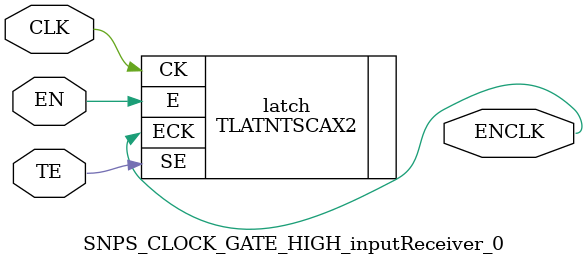
<source format=v>


module IOTDF ( clk, rst, in_en, iot_in, fn_sel, busy, valid, iot_out );
  input [7:0] iot_in;
  input [2:0] fn_sel;
  output [127:0] iot_out;
  input clk, rst, in_en;
  output busy, valid;
  wire   received_data_valid, des_mode, des_gated_clk, des_out_valid,
         crc_gated_clk, crc_out_valid, binary_gray_mode, binary_gray_gated_clk,
         binary_gray_data_out_valid, output_valid, n3, n4, n134, n135, n136,
         n138, n215, n226, n266, n267, n268, n269, n271, n272, n273, n274,
         n275, n276, n277, n278, n279, n280, n281, n282, n283, n284, n285,
         n286, n287, n288, n289, n290, n291, n292, n293, n294, n295, n296,
         n297, n298, n299, n300, n301, n302, n303, n304, n305, n306, n307,
         n308, n309, n310, n311, n312, n313, n314, n315, n316, n317, n318,
         n319, n320, n321, n322, n323, n324, n325, n326, n327, n328, n329,
         n330, n331, n332, n333, n334, n335, n336, n337, n338, n339, n340,
         n341, n342, n343, n344, n345, n346, n347, n348, n349, n350, n351,
         n352, n353, n354, n355, n356, n357, n358, n359, n360, n361, n362,
         n363, n364, n365, n366, n367, n368, n369, n370, n371, n372, n373,
         n374, n375, n376, n377, n378, n379, n380, n381, n382, n383, n384,
         n385, n386, n387, n388, n389, n390, n391, n392, n393, n394, n395,
         n396, n397, n398, n399, n400, n401, n402, n403, n404, n405, n406,
         n407, n408, n409, n410, n411, n412, n413, n414, n415, n416, n417,
         n418, n419, n420, n421, n422, n423, n424, n425, n426, n427, n428,
         n429, n430, n431, n432, n433, n434, n435, n436, n437, n438, n439,
         n440, n441, n442, n443, n444, n445, n446, n447, n448, n449, n450,
         n451, n452, n453, n454, n455, n456, n457, n458, n459, n460, n461,
         n462, n463, n464, n465, n466, n467, n468, n469, n470, n471, n472,
         n473, n474, n475, n476, n477, n478, n479, n480, n481, n482, n483,
         n484, n485, n486, n487, n488, n489, n490, n491, n492, n493, n494,
         n495, n496, n497, n498, n499, n500, n501, n502, n503, n504, n505,
         n506, n507, n508, n509, n510, n511, n512, n513, n514, n515, n516,
         n517, n518, n519, n520, n521, n522, n523, n524, n525, n526, n527,
         n528, n529, n530, n531, n532, n533, n534, n535, n536, n537, n538,
         n539, n540, n541, n542, n543, n544, n545, n546, n547, n548, n549,
         n550, n551, n552, n553, n554, n555, n556, n557, n558, n559, n560,
         n561, n562, n563, n564, n565, n566, n567, n568, n569, n570, n571,
         n572, n573, n574, n575, n576, n577, n578, n579, n580, n581, n582,
         n583, n584, n585, n586, n587, n588, n589, n590, n591, n592, n593,
         n594, n595, n596, n597, n598, n599, n600, n601, n602, n603, n604,
         n605, n606, n607, n608, n609, n610, n611, n612, n613, n614, n615,
         n616, n617, n618, n619, n620, n621, n622, n623, n624, n625, n626,
         n627, n628, n629, n630, n631, n632, n633, n634, n635, n636, n637,
         n638, n639, n640, n641, n642, n643, n644, n645, n646, n647, n648,
         n649, n650, n651, n652, n653, n654, n655, n656, n657, n658, n659,
         n660, n661, n662, n663, n664, n665, n666, n667, n668, n669, n670,
         n671, n672, n673, n674, n675, n676, n677, n678, n679,
         SYNOPSYS_UNCONNECTED_1, SYNOPSYS_UNCONNECTED_2,
         SYNOPSYS_UNCONNECTED_3, SYNOPSYS_UNCONNECTED_4,
         SYNOPSYS_UNCONNECTED_5, SYNOPSYS_UNCONNECTED_6,
         SYNOPSYS_UNCONNECTED_7, SYNOPSYS_UNCONNECTED_8,
         SYNOPSYS_UNCONNECTED_9, SYNOPSYS_UNCONNECTED_10,
         SYNOPSYS_UNCONNECTED_11, SYNOPSYS_UNCONNECTED_12,
         SYNOPSYS_UNCONNECTED_13, SYNOPSYS_UNCONNECTED_14,
         SYNOPSYS_UNCONNECTED_15, SYNOPSYS_UNCONNECTED_16,
         SYNOPSYS_UNCONNECTED_17, SYNOPSYS_UNCONNECTED_18,
         SYNOPSYS_UNCONNECTED_19, SYNOPSYS_UNCONNECTED_20,
         SYNOPSYS_UNCONNECTED_21, SYNOPSYS_UNCONNECTED_22,
         SYNOPSYS_UNCONNECTED_23, SYNOPSYS_UNCONNECTED_24,
         SYNOPSYS_UNCONNECTED_25, SYNOPSYS_UNCONNECTED_26,
         SYNOPSYS_UNCONNECTED_27, SYNOPSYS_UNCONNECTED_28,
         SYNOPSYS_UNCONNECTED_29, SYNOPSYS_UNCONNECTED_30,
         SYNOPSYS_UNCONNECTED_31, SYNOPSYS_UNCONNECTED_32,
         SYNOPSYS_UNCONNECTED_33, SYNOPSYS_UNCONNECTED_34,
         SYNOPSYS_UNCONNECTED_35, SYNOPSYS_UNCONNECTED_36,
         SYNOPSYS_UNCONNECTED_37, SYNOPSYS_UNCONNECTED_38,
         SYNOPSYS_UNCONNECTED_39, SYNOPSYS_UNCONNECTED_40,
         SYNOPSYS_UNCONNECTED_41, SYNOPSYS_UNCONNECTED_42,
         SYNOPSYS_UNCONNECTED_43, SYNOPSYS_UNCONNECTED_44,
         SYNOPSYS_UNCONNECTED_45, SYNOPSYS_UNCONNECTED_46,
         SYNOPSYS_UNCONNECTED_47, SYNOPSYS_UNCONNECTED_48,
         SYNOPSYS_UNCONNECTED_49, SYNOPSYS_UNCONNECTED_50,
         SYNOPSYS_UNCONNECTED_51, SYNOPSYS_UNCONNECTED_52,
         SYNOPSYS_UNCONNECTED_53, SYNOPSYS_UNCONNECTED_54,
         SYNOPSYS_UNCONNECTED_55, SYNOPSYS_UNCONNECTED_56,
         SYNOPSYS_UNCONNECTED_57, SYNOPSYS_UNCONNECTED_58,
         SYNOPSYS_UNCONNECTED_59, SYNOPSYS_UNCONNECTED_60,
         SYNOPSYS_UNCONNECTED_61, SYNOPSYS_UNCONNECTED_62,
         SYNOPSYS_UNCONNECTED_63, SYNOPSYS_UNCONNECTED_64,
         SYNOPSYS_UNCONNECTED_65, SYNOPSYS_UNCONNECTED_66,
         SYNOPSYS_UNCONNECTED_67, SYNOPSYS_UNCONNECTED_68,
         SYNOPSYS_UNCONNECTED_69, SYNOPSYS_UNCONNECTED_70,
         SYNOPSYS_UNCONNECTED_71, SYNOPSYS_UNCONNECTED_72,
         SYNOPSYS_UNCONNECTED_73, SYNOPSYS_UNCONNECTED_74,
         SYNOPSYS_UNCONNECTED_75, SYNOPSYS_UNCONNECTED_76,
         SYNOPSYS_UNCONNECTED_77, SYNOPSYS_UNCONNECTED_78,
         SYNOPSYS_UNCONNECTED_79, SYNOPSYS_UNCONNECTED_80,
         SYNOPSYS_UNCONNECTED_81, SYNOPSYS_UNCONNECTED_82,
         SYNOPSYS_UNCONNECTED_83, SYNOPSYS_UNCONNECTED_84,
         SYNOPSYS_UNCONNECTED_85, SYNOPSYS_UNCONNECTED_86,
         SYNOPSYS_UNCONNECTED_87, SYNOPSYS_UNCONNECTED_88,
         SYNOPSYS_UNCONNECTED_89, SYNOPSYS_UNCONNECTED_90,
         SYNOPSYS_UNCONNECTED_91, SYNOPSYS_UNCONNECTED_92,
         SYNOPSYS_UNCONNECTED_93, SYNOPSYS_UNCONNECTED_94,
         SYNOPSYS_UNCONNECTED_95, SYNOPSYS_UNCONNECTED_96,
         SYNOPSYS_UNCONNECTED_97, SYNOPSYS_UNCONNECTED_98,
         SYNOPSYS_UNCONNECTED_99, SYNOPSYS_UNCONNECTED_100,
         SYNOPSYS_UNCONNECTED_101, SYNOPSYS_UNCONNECTED_102,
         SYNOPSYS_UNCONNECTED_103, SYNOPSYS_UNCONNECTED_104,
         SYNOPSYS_UNCONNECTED_105, SYNOPSYS_UNCONNECTED_106,
         SYNOPSYS_UNCONNECTED_107, SYNOPSYS_UNCONNECTED_108,
         SYNOPSYS_UNCONNECTED_109, SYNOPSYS_UNCONNECTED_110,
         SYNOPSYS_UNCONNECTED_111, SYNOPSYS_UNCONNECTED_112,
         SYNOPSYS_UNCONNECTED_113, SYNOPSYS_UNCONNECTED_114,
         SYNOPSYS_UNCONNECTED_115, SYNOPSYS_UNCONNECTED_116,
         SYNOPSYS_UNCONNECTED_117, SYNOPSYS_UNCONNECTED_118,
         SYNOPSYS_UNCONNECTED_119, SYNOPSYS_UNCONNECTED_120,
         SYNOPSYS_UNCONNECTED_121, SYNOPSYS_UNCONNECTED_122,
         SYNOPSYS_UNCONNECTED_123, SYNOPSYS_UNCONNECTED_124,
         SYNOPSYS_UNCONNECTED_125;
  wire   [127:0] received_128_bit_data;
  wire   [127:0] des_data_out;
  wire   [2:0] crc_data_out;
  wire   [127:0] binary_gray_data_out;

  inputReceiver input_receiver_0 ( .clk(clk), .rst(rst), .part_data_valid(
        in_en), .part_data_in(iot_in), .received_128_bit_data(
        received_128_bit_data), .received_data_valid(received_data_valid) );
  desModule des_module_0 ( .clk(des_gated_clk), .rst(rst), .mode(des_mode), 
        .des_data_in(received_128_bit_data), .des_start(received_data_valid), 
        .des_data_out(des_data_out), .des_out_valid(des_out_valid) );
  crcModule crc_module_0 ( .clk(crc_gated_clk), .rst(rst), .data_in(
        received_128_bit_data), .crc_start(received_data_valid), 
        .crc_out_data({SYNOPSYS_UNCONNECTED_1, SYNOPSYS_UNCONNECTED_2, 
        SYNOPSYS_UNCONNECTED_3, SYNOPSYS_UNCONNECTED_4, SYNOPSYS_UNCONNECTED_5, 
        SYNOPSYS_UNCONNECTED_6, SYNOPSYS_UNCONNECTED_7, SYNOPSYS_UNCONNECTED_8, 
        SYNOPSYS_UNCONNECTED_9, SYNOPSYS_UNCONNECTED_10, 
        SYNOPSYS_UNCONNECTED_11, SYNOPSYS_UNCONNECTED_12, 
        SYNOPSYS_UNCONNECTED_13, SYNOPSYS_UNCONNECTED_14, 
        SYNOPSYS_UNCONNECTED_15, SYNOPSYS_UNCONNECTED_16, 
        SYNOPSYS_UNCONNECTED_17, SYNOPSYS_UNCONNECTED_18, 
        SYNOPSYS_UNCONNECTED_19, SYNOPSYS_UNCONNECTED_20, 
        SYNOPSYS_UNCONNECTED_21, SYNOPSYS_UNCONNECTED_22, 
        SYNOPSYS_UNCONNECTED_23, SYNOPSYS_UNCONNECTED_24, 
        SYNOPSYS_UNCONNECTED_25, SYNOPSYS_UNCONNECTED_26, 
        SYNOPSYS_UNCONNECTED_27, SYNOPSYS_UNCONNECTED_28, 
        SYNOPSYS_UNCONNECTED_29, SYNOPSYS_UNCONNECTED_30, 
        SYNOPSYS_UNCONNECTED_31, SYNOPSYS_UNCONNECTED_32, 
        SYNOPSYS_UNCONNECTED_33, SYNOPSYS_UNCONNECTED_34, 
        SYNOPSYS_UNCONNECTED_35, SYNOPSYS_UNCONNECTED_36, 
        SYNOPSYS_UNCONNECTED_37, SYNOPSYS_UNCONNECTED_38, 
        SYNOPSYS_UNCONNECTED_39, SYNOPSYS_UNCONNECTED_40, 
        SYNOPSYS_UNCONNECTED_41, SYNOPSYS_UNCONNECTED_42, 
        SYNOPSYS_UNCONNECTED_43, SYNOPSYS_UNCONNECTED_44, 
        SYNOPSYS_UNCONNECTED_45, SYNOPSYS_UNCONNECTED_46, 
        SYNOPSYS_UNCONNECTED_47, SYNOPSYS_UNCONNECTED_48, 
        SYNOPSYS_UNCONNECTED_49, SYNOPSYS_UNCONNECTED_50, 
        SYNOPSYS_UNCONNECTED_51, SYNOPSYS_UNCONNECTED_52, 
        SYNOPSYS_UNCONNECTED_53, SYNOPSYS_UNCONNECTED_54, 
        SYNOPSYS_UNCONNECTED_55, SYNOPSYS_UNCONNECTED_56, 
        SYNOPSYS_UNCONNECTED_57, SYNOPSYS_UNCONNECTED_58, 
        SYNOPSYS_UNCONNECTED_59, SYNOPSYS_UNCONNECTED_60, 
        SYNOPSYS_UNCONNECTED_61, SYNOPSYS_UNCONNECTED_62, 
        SYNOPSYS_UNCONNECTED_63, SYNOPSYS_UNCONNECTED_64, 
        SYNOPSYS_UNCONNECTED_65, SYNOPSYS_UNCONNECTED_66, 
        SYNOPSYS_UNCONNECTED_67, SYNOPSYS_UNCONNECTED_68, 
        SYNOPSYS_UNCONNECTED_69, SYNOPSYS_UNCONNECTED_70, 
        SYNOPSYS_UNCONNECTED_71, SYNOPSYS_UNCONNECTED_72, 
        SYNOPSYS_UNCONNECTED_73, SYNOPSYS_UNCONNECTED_74, 
        SYNOPSYS_UNCONNECTED_75, SYNOPSYS_UNCONNECTED_76, 
        SYNOPSYS_UNCONNECTED_77, SYNOPSYS_UNCONNECTED_78, 
        SYNOPSYS_UNCONNECTED_79, SYNOPSYS_UNCONNECTED_80, 
        SYNOPSYS_UNCONNECTED_81, SYNOPSYS_UNCONNECTED_82, 
        SYNOPSYS_UNCONNECTED_83, SYNOPSYS_UNCONNECTED_84, 
        SYNOPSYS_UNCONNECTED_85, SYNOPSYS_UNCONNECTED_86, 
        SYNOPSYS_UNCONNECTED_87, SYNOPSYS_UNCONNECTED_88, 
        SYNOPSYS_UNCONNECTED_89, SYNOPSYS_UNCONNECTED_90, 
        SYNOPSYS_UNCONNECTED_91, SYNOPSYS_UNCONNECTED_92, 
        SYNOPSYS_UNCONNECTED_93, SYNOPSYS_UNCONNECTED_94, 
        SYNOPSYS_UNCONNECTED_95, SYNOPSYS_UNCONNECTED_96, 
        SYNOPSYS_UNCONNECTED_97, SYNOPSYS_UNCONNECTED_98, 
        SYNOPSYS_UNCONNECTED_99, SYNOPSYS_UNCONNECTED_100, 
        SYNOPSYS_UNCONNECTED_101, SYNOPSYS_UNCONNECTED_102, 
        SYNOPSYS_UNCONNECTED_103, SYNOPSYS_UNCONNECTED_104, 
        SYNOPSYS_UNCONNECTED_105, SYNOPSYS_UNCONNECTED_106, 
        SYNOPSYS_UNCONNECTED_107, SYNOPSYS_UNCONNECTED_108, 
        SYNOPSYS_UNCONNECTED_109, SYNOPSYS_UNCONNECTED_110, 
        SYNOPSYS_UNCONNECTED_111, SYNOPSYS_UNCONNECTED_112, 
        SYNOPSYS_UNCONNECTED_113, SYNOPSYS_UNCONNECTED_114, 
        SYNOPSYS_UNCONNECTED_115, SYNOPSYS_UNCONNECTED_116, 
        SYNOPSYS_UNCONNECTED_117, SYNOPSYS_UNCONNECTED_118, 
        SYNOPSYS_UNCONNECTED_119, SYNOPSYS_UNCONNECTED_120, 
        SYNOPSYS_UNCONNECTED_121, SYNOPSYS_UNCONNECTED_122, 
        SYNOPSYS_UNCONNECTED_123, SYNOPSYS_UNCONNECTED_124, 
        SYNOPSYS_UNCONNECTED_125, crc_data_out}), .crc_out_valid(crc_out_valid) );
  binaryGrayConverter binary_gray_converter_0 ( .clk(binary_gray_gated_clk), 
        .rst(rst), .mode(binary_gray_mode), .converter_start(
        received_data_valid), .data_in(received_128_bit_data), .data_out(
        binary_gray_data_out), .data_out_valid(binary_gray_data_out_valid) );
  outputModule output_module_0 ( .clk(clk), .rst(rst), .data_for_output({n303, 
        n306, n309, n312, n315, n318, n321, n324, n327, n330, n333, n336, n339, 
        n342, n345, n348, n351, n354, n357, n360, n363, n366, n369, n372, n375, 
        n378, n381, n384, n387, n390, n393, n396, n399, n402, n405, n408, n411, 
        n414, n417, n420, n423, n426, n429, n432, n435, n438, n441, n444, n447, 
        n450, n453, n456, n459, n462, n465, n468, n471, n474, n477, n480, n483, 
        n486, n489, n492, n495, n498, n501, n504, n507, n510, n513, n516, n519, 
        n522, n525, n528, n531, n534, n537, n540, n543, n546, n549, n552, n555, 
        n558, n561, n564, n567, n570, n573, n576, n579, n582, n585, n588, n591, 
        n594, n597, n600, n603, n606, n609, n612, n615, n618, n621, n624, n627, 
        n630, n633, n636, n639, n642, n645, n648, n651, n654, n657, n660, n663, 
        n666, n669, n672, n675, n4, n3, n266}), .data_valid(output_valid), 
        .output_data(iot_out), .output_valid(valid) );
  DFFRX1 cuerrent_state_reg_0_ ( .D(1'b1), .CK(clk), .RN(n676), .QN(busy) );
  OAI31XL U278 ( .A0(n678), .A1(fn_sel[2]), .A2(fn_sel[0]), .B0(des_mode), .Y(
        n134) );
  NAND3X1 U279 ( .A(n267), .B(n268), .C(n269), .Y(n266) );
  CLKINVX1 U280 ( .A(fn_sel[1]), .Y(n678) );
  AOI32XL U281 ( .A0(binary_gray_data_out_valid), .A1(n678), .A2(fn_sel[2]), 
        .B0(crc_out_valid), .B1(n136), .Y(n135) );
  NAND3XL U282 ( .A(n679), .B(n678), .C(fn_sel[2]), .Y(binary_gray_mode) );
  NOR2XL U283 ( .A(n677), .B(fn_sel[1]), .Y(n138) );
  NAND2X1 U284 ( .A(crc_data_out[0]), .B(n136), .Y(n267) );
  NAND2X1 U285 ( .A(binary_gray_data_out[0]), .B(n285), .Y(n268) );
  NAND2X1 U286 ( .A(des_data_out[0]), .B(n300), .Y(n269) );
  NOR3XL U287 ( .A(n679), .B(fn_sel[2]), .C(n678), .Y(n136) );
  NAND3X1 U288 ( .A(n678), .B(n677), .C(fn_sel[0]), .Y(des_mode) );
  CLKBUFX3 U289 ( .A(n289), .Y(n300) );
  CLKBUFX3 U290 ( .A(n286), .Y(n291) );
  CLKBUFX3 U291 ( .A(n286), .Y(n292) );
  CLKBUFX3 U292 ( .A(n287), .Y(n293) );
  CLKBUFX3 U293 ( .A(n287), .Y(n294) );
  CLKBUFX3 U294 ( .A(n287), .Y(n295) );
  CLKBUFX3 U295 ( .A(n288), .Y(n296) );
  CLKBUFX3 U296 ( .A(n288), .Y(n297) );
  CLKBUFX3 U297 ( .A(n288), .Y(n298) );
  CLKBUFX3 U298 ( .A(n286), .Y(n290) );
  CLKBUFX3 U299 ( .A(n289), .Y(n299) );
  CLKBUFX3 U300 ( .A(n274), .Y(n285) );
  CLKBUFX3 U301 ( .A(n271), .Y(n275) );
  CLKBUFX3 U302 ( .A(n273), .Y(n283) );
  CLKBUFX3 U303 ( .A(n273), .Y(n282) );
  CLKBUFX3 U304 ( .A(n273), .Y(n281) );
  CLKBUFX3 U305 ( .A(n272), .Y(n280) );
  CLKBUFX3 U306 ( .A(n272), .Y(n279) );
  CLKBUFX3 U307 ( .A(n272), .Y(n278) );
  CLKBUFX3 U308 ( .A(n271), .Y(n277) );
  CLKBUFX3 U309 ( .A(n271), .Y(n276) );
  CLKBUFX3 U310 ( .A(n274), .Y(n284) );
  NAND2X1 U311 ( .A(des_data_out[52]), .B(n294), .Y(n526) );
  NAND2X1 U312 ( .A(n526), .B(n527), .Y(n528) );
  NAND2X1 U313 ( .A(binary_gray_data_out[52]), .B(n281), .Y(n527) );
  NAND2X1 U314 ( .A(des_data_out[4]), .B(n290), .Y(n670) );
  NAND2X1 U315 ( .A(n670), .B(n671), .Y(n672) );
  NAND2X1 U316 ( .A(binary_gray_data_out[4]), .B(n285), .Y(n671) );
  NAND2X1 U317 ( .A(des_data_out[58]), .B(n294), .Y(n508) );
  NAND2X1 U318 ( .A(n508), .B(n509), .Y(n510) );
  NAND2X1 U319 ( .A(binary_gray_data_out[58]), .B(n280), .Y(n509) );
  CLKINVX1 U320 ( .A(n226), .Y(n3) );
  AOI222XL U321 ( .A0(crc_data_out[1]), .A1(n136), .B0(binary_gray_data_out[1]), .B1(n285), .C0(des_data_out[1]), .C1(n300), .Y(n226) );
  NAND2X1 U322 ( .A(des_data_out[44]), .B(n293), .Y(n550) );
  NAND2X1 U323 ( .A(n550), .B(n551), .Y(n552) );
  NAND2X1 U324 ( .A(binary_gray_data_out[44]), .B(n281), .Y(n551) );
  NAND2X1 U325 ( .A(des_data_out[22]), .B(n291), .Y(n616) );
  NAND2X1 U326 ( .A(n616), .B(n617), .Y(n618) );
  NAND2X1 U327 ( .A(binary_gray_data_out[22]), .B(n283), .Y(n617) );
  NAND2X1 U328 ( .A(des_data_out[48]), .B(n293), .Y(n538) );
  NAND2X1 U329 ( .A(n538), .B(n539), .Y(n540) );
  NAND2X1 U330 ( .A(binary_gray_data_out[48]), .B(n281), .Y(n539) );
  NAND2X1 U331 ( .A(des_data_out[50]), .B(n293), .Y(n532) );
  NAND2X1 U332 ( .A(n532), .B(n533), .Y(n534) );
  NAND2X1 U333 ( .A(binary_gray_data_out[50]), .B(n281), .Y(n533) );
  NAND2X1 U334 ( .A(des_data_out[30]), .B(n295), .Y(n592) );
  NAND2X1 U335 ( .A(n592), .B(n593), .Y(n594) );
  NAND2X1 U336 ( .A(binary_gray_data_out[30]), .B(n283), .Y(n593) );
  NAND2X1 U337 ( .A(des_data_out[62]), .B(n294), .Y(n496) );
  NAND2X1 U338 ( .A(n496), .B(n497), .Y(n498) );
  NAND2X1 U339 ( .A(binary_gray_data_out[62]), .B(n280), .Y(n497) );
  NAND2X1 U340 ( .A(des_data_out[24]), .B(n291), .Y(n610) );
  NAND2X1 U341 ( .A(n610), .B(n611), .Y(n612) );
  NAND2X1 U342 ( .A(binary_gray_data_out[24]), .B(n283), .Y(n611) );
  NAND2X1 U343 ( .A(des_data_out[12]), .B(n290), .Y(n646) );
  NAND2X1 U344 ( .A(n646), .B(n647), .Y(n648) );
  NAND2X1 U345 ( .A(binary_gray_data_out[12]), .B(n284), .Y(n647) );
  NAND2X1 U346 ( .A(des_data_out[18]), .B(n291), .Y(n628) );
  NAND2X1 U347 ( .A(n628), .B(n629), .Y(n630) );
  NAND2X1 U348 ( .A(binary_gray_data_out[18]), .B(n284), .Y(n629) );
  NAND2X1 U349 ( .A(des_data_out[6]), .B(n290), .Y(n664) );
  NAND2X1 U350 ( .A(n664), .B(n665), .Y(n666) );
  NAND2X1 U351 ( .A(binary_gray_data_out[6]), .B(n285), .Y(n665) );
  NAND2X1 U352 ( .A(des_data_out[42]), .B(n293), .Y(n556) );
  NAND2X1 U353 ( .A(n556), .B(n557), .Y(n558) );
  NAND2X1 U354 ( .A(binary_gray_data_out[42]), .B(n282), .Y(n557) );
  NAND2X1 U355 ( .A(des_data_out[28]), .B(n292), .Y(n598) );
  NAND2X1 U356 ( .A(n598), .B(n599), .Y(n600) );
  NAND2X1 U357 ( .A(binary_gray_data_out[28]), .B(n283), .Y(n599) );
  NAND2X1 U358 ( .A(des_data_out[26]), .B(n292), .Y(n604) );
  NAND2X1 U359 ( .A(n604), .B(n605), .Y(n606) );
  NAND2X1 U360 ( .A(binary_gray_data_out[26]), .B(n283), .Y(n605) );
  NAND2X1 U361 ( .A(des_data_out[56]), .B(n294), .Y(n514) );
  NAND2X1 U362 ( .A(n514), .B(n515), .Y(n516) );
  NAND2X1 U363 ( .A(binary_gray_data_out[56]), .B(n280), .Y(n515) );
  NAND2X1 U364 ( .A(des_data_out[14]), .B(n291), .Y(n640) );
  NAND2X1 U365 ( .A(n640), .B(n641), .Y(n642) );
  NAND2X1 U366 ( .A(binary_gray_data_out[14]), .B(n284), .Y(n641) );
  NAND2X1 U367 ( .A(des_data_out[8]), .B(n290), .Y(n658) );
  NAND2X1 U368 ( .A(n658), .B(n659), .Y(n660) );
  NAND2X1 U369 ( .A(binary_gray_data_out[8]), .B(n284), .Y(n659) );
  NAND2X1 U370 ( .A(des_data_out[10]), .B(n290), .Y(n652) );
  NAND2X1 U371 ( .A(n652), .B(n653), .Y(n654) );
  NAND2X1 U372 ( .A(binary_gray_data_out[10]), .B(n284), .Y(n653) );
  NAND2X1 U373 ( .A(des_data_out[60]), .B(n294), .Y(n502) );
  NAND2X1 U374 ( .A(n502), .B(n503), .Y(n504) );
  NAND2X1 U375 ( .A(binary_gray_data_out[60]), .B(n280), .Y(n503) );
  NAND2X1 U376 ( .A(des_data_out[34]), .B(n292), .Y(n580) );
  NAND2X1 U377 ( .A(n580), .B(n581), .Y(n582) );
  NAND2X1 U378 ( .A(binary_gray_data_out[34]), .B(n282), .Y(n581) );
  NAND2X1 U379 ( .A(des_data_out[36]), .B(n292), .Y(n574) );
  NAND2X1 U380 ( .A(n574), .B(n575), .Y(n576) );
  NAND2X1 U381 ( .A(binary_gray_data_out[36]), .B(n282), .Y(n575) );
  NAND2X1 U382 ( .A(des_data_out[40]), .B(n293), .Y(n562) );
  NAND2X1 U383 ( .A(n562), .B(n563), .Y(n564) );
  NAND2X1 U384 ( .A(binary_gray_data_out[40]), .B(n282), .Y(n563) );
  NAND2X1 U385 ( .A(des_data_out[54]), .B(n294), .Y(n520) );
  NAND2X1 U386 ( .A(n520), .B(n521), .Y(n522) );
  NAND2X1 U387 ( .A(binary_gray_data_out[54]), .B(n281), .Y(n521) );
  NAND2X1 U388 ( .A(des_data_out[32]), .B(n292), .Y(n586) );
  NAND2X1 U389 ( .A(n586), .B(n587), .Y(n588) );
  NAND2X1 U390 ( .A(binary_gray_data_out[32]), .B(n282), .Y(n587) );
  NAND2X1 U391 ( .A(des_data_out[20]), .B(n291), .Y(n622) );
  NAND2X1 U392 ( .A(n622), .B(n623), .Y(n624) );
  NAND2X1 U393 ( .A(binary_gray_data_out[20]), .B(n283), .Y(n623) );
  NAND2X1 U394 ( .A(des_data_out[16]), .B(n291), .Y(n634) );
  NAND2X1 U395 ( .A(n634), .B(n635), .Y(n636) );
  NAND2X1 U396 ( .A(binary_gray_data_out[16]), .B(n284), .Y(n635) );
  NAND2X1 U397 ( .A(des_data_out[46]), .B(n293), .Y(n544) );
  NAND2X1 U398 ( .A(n544), .B(n545), .Y(n546) );
  NAND2X1 U399 ( .A(binary_gray_data_out[46]), .B(n281), .Y(n545) );
  NAND2X1 U400 ( .A(des_data_out[38]), .B(n292), .Y(n568) );
  NAND2X1 U401 ( .A(n568), .B(n569), .Y(n570) );
  NAND2X1 U402 ( .A(binary_gray_data_out[38]), .B(n282), .Y(n569) );
  NAND2X1 U403 ( .A(n673), .B(n674), .Y(n675) );
  NAND2X1 U404 ( .A(des_data_out[3]), .B(n290), .Y(n673) );
  NAND2X1 U405 ( .A(n667), .B(n668), .Y(n669) );
  NAND2X1 U406 ( .A(des_data_out[5]), .B(n290), .Y(n667) );
  NAND2X1 U407 ( .A(n322), .B(n323), .Y(n324) );
  NAND2X1 U408 ( .A(des_data_out[120]), .B(n299), .Y(n322) );
  NAND2X1 U409 ( .A(n319), .B(n320), .Y(n321) );
  NAND2X1 U410 ( .A(des_data_out[121]), .B(n300), .Y(n319) );
  NAND2X1 U411 ( .A(n316), .B(n317), .Y(n318) );
  NAND2X1 U412 ( .A(des_data_out[122]), .B(n299), .Y(n316) );
  NAND2X1 U413 ( .A(n313), .B(n314), .Y(n315) );
  NAND2X1 U414 ( .A(des_data_out[123]), .B(n300), .Y(n313) );
  NAND2X1 U415 ( .A(n310), .B(n311), .Y(n312) );
  NAND2X1 U416 ( .A(des_data_out[124]), .B(n300), .Y(n310) );
  NAND2X1 U417 ( .A(n307), .B(n308), .Y(n309) );
  NAND2X1 U418 ( .A(des_data_out[125]), .B(n300), .Y(n307) );
  NAND2X1 U419 ( .A(n304), .B(n305), .Y(n306) );
  NAND2X1 U420 ( .A(des_data_out[126]), .B(n300), .Y(n304) );
  NAND2X1 U421 ( .A(n301), .B(n302), .Y(n303) );
  NAND2X1 U422 ( .A(des_data_out[127]), .B(n290), .Y(n301) );
  NAND2X1 U423 ( .A(n661), .B(n662), .Y(n663) );
  NAND2X1 U424 ( .A(des_data_out[7]), .B(n290), .Y(n661) );
  CLKBUFX3 U425 ( .A(n134), .Y(n289) );
  CLKBUFX3 U426 ( .A(n134), .Y(n287) );
  CLKBUFX3 U427 ( .A(n134), .Y(n288) );
  CLKBUFX3 U428 ( .A(n134), .Y(n286) );
  NAND2X1 U429 ( .A(n655), .B(n656), .Y(n657) );
  NAND2X1 U430 ( .A(binary_gray_data_out[9]), .B(n284), .Y(n656) );
  NAND2X1 U431 ( .A(n649), .B(n650), .Y(n651) );
  NAND2X1 U432 ( .A(binary_gray_data_out[11]), .B(n284), .Y(n650) );
  NAND2X1 U433 ( .A(n643), .B(n644), .Y(n645) );
  NAND2X1 U434 ( .A(binary_gray_data_out[13]), .B(n284), .Y(n644) );
  NAND2X1 U435 ( .A(n637), .B(n638), .Y(n639) );
  NAND2X1 U436 ( .A(binary_gray_data_out[15]), .B(n284), .Y(n638) );
  NAND2X1 U437 ( .A(n631), .B(n632), .Y(n633) );
  NAND2X1 U438 ( .A(binary_gray_data_out[17]), .B(n284), .Y(n632) );
  NAND2X1 U439 ( .A(n625), .B(n626), .Y(n627) );
  NAND2X1 U440 ( .A(binary_gray_data_out[19]), .B(n284), .Y(n626) );
  NAND2X1 U441 ( .A(n619), .B(n620), .Y(n621) );
  NAND2X1 U442 ( .A(binary_gray_data_out[21]), .B(n283), .Y(n620) );
  NAND2X1 U443 ( .A(n613), .B(n614), .Y(n615) );
  NAND2X1 U444 ( .A(binary_gray_data_out[23]), .B(n283), .Y(n614) );
  NAND2X1 U445 ( .A(n607), .B(n608), .Y(n609) );
  NAND2X1 U446 ( .A(binary_gray_data_out[25]), .B(n283), .Y(n608) );
  NAND2X1 U447 ( .A(n601), .B(n602), .Y(n603) );
  NAND2X1 U448 ( .A(binary_gray_data_out[27]), .B(n283), .Y(n602) );
  NAND2X1 U449 ( .A(n595), .B(n596), .Y(n597) );
  NAND2X1 U450 ( .A(binary_gray_data_out[29]), .B(n283), .Y(n596) );
  NAND2X1 U451 ( .A(n589), .B(n590), .Y(n591) );
  NAND2X1 U452 ( .A(binary_gray_data_out[31]), .B(n283), .Y(n590) );
  NAND2X1 U453 ( .A(n583), .B(n584), .Y(n585) );
  NAND2X1 U454 ( .A(binary_gray_data_out[33]), .B(n282), .Y(n584) );
  NAND2X1 U455 ( .A(n577), .B(n578), .Y(n579) );
  NAND2X1 U456 ( .A(binary_gray_data_out[35]), .B(n282), .Y(n578) );
  NAND2X1 U457 ( .A(n571), .B(n572), .Y(n573) );
  NAND2X1 U458 ( .A(binary_gray_data_out[37]), .B(n282), .Y(n572) );
  NAND2X1 U459 ( .A(n565), .B(n566), .Y(n567) );
  NAND2X1 U460 ( .A(binary_gray_data_out[39]), .B(n282), .Y(n566) );
  NAND2X1 U461 ( .A(n559), .B(n560), .Y(n561) );
  NAND2X1 U462 ( .A(binary_gray_data_out[41]), .B(n282), .Y(n560) );
  NAND2X1 U463 ( .A(n553), .B(n554), .Y(n555) );
  NAND2X1 U464 ( .A(binary_gray_data_out[43]), .B(n282), .Y(n554) );
  NAND2X1 U465 ( .A(n547), .B(n548), .Y(n549) );
  NAND2X1 U466 ( .A(binary_gray_data_out[45]), .B(n281), .Y(n548) );
  NAND2X1 U467 ( .A(n541), .B(n542), .Y(n543) );
  NAND2X1 U468 ( .A(binary_gray_data_out[47]), .B(n281), .Y(n542) );
  NAND2X1 U469 ( .A(n535), .B(n536), .Y(n537) );
  NAND2X1 U470 ( .A(binary_gray_data_out[49]), .B(n281), .Y(n536) );
  NAND2X1 U471 ( .A(n529), .B(n530), .Y(n531) );
  NAND2X1 U472 ( .A(binary_gray_data_out[51]), .B(n281), .Y(n530) );
  NAND2X1 U473 ( .A(n523), .B(n524), .Y(n525) );
  NAND2X1 U474 ( .A(binary_gray_data_out[53]), .B(n281), .Y(n524) );
  NAND2X1 U475 ( .A(n517), .B(n518), .Y(n519) );
  NAND2X1 U476 ( .A(binary_gray_data_out[55]), .B(n281), .Y(n518) );
  NAND2X1 U477 ( .A(n511), .B(n512), .Y(n513) );
  NAND2X1 U478 ( .A(binary_gray_data_out[57]), .B(n280), .Y(n512) );
  NAND2X1 U479 ( .A(n505), .B(n506), .Y(n507) );
  NAND2X1 U480 ( .A(binary_gray_data_out[59]), .B(n280), .Y(n506) );
  NAND2X1 U481 ( .A(n499), .B(n500), .Y(n501) );
  NAND2X1 U482 ( .A(binary_gray_data_out[61]), .B(n280), .Y(n500) );
  NAND2X1 U483 ( .A(n493), .B(n494), .Y(n495) );
  NAND2X1 U484 ( .A(binary_gray_data_out[63]), .B(n280), .Y(n494) );
  NAND2X1 U485 ( .A(n490), .B(n491), .Y(n492) );
  NAND2X1 U486 ( .A(binary_gray_data_out[64]), .B(n280), .Y(n491) );
  NAND2X1 U487 ( .A(n487), .B(n488), .Y(n489) );
  NAND2X1 U488 ( .A(binary_gray_data_out[65]), .B(n280), .Y(n488) );
  NAND2X1 U489 ( .A(n484), .B(n485), .Y(n486) );
  NAND2X1 U490 ( .A(binary_gray_data_out[66]), .B(n280), .Y(n485) );
  NAND2X1 U491 ( .A(n481), .B(n482), .Y(n483) );
  NAND2X1 U492 ( .A(binary_gray_data_out[67]), .B(n280), .Y(n482) );
  NAND2X1 U493 ( .A(n478), .B(n479), .Y(n480) );
  NAND2X1 U494 ( .A(binary_gray_data_out[68]), .B(n279), .Y(n479) );
  NAND2X1 U495 ( .A(n475), .B(n476), .Y(n477) );
  NAND2X1 U496 ( .A(binary_gray_data_out[69]), .B(n279), .Y(n476) );
  NAND2X1 U497 ( .A(n472), .B(n473), .Y(n474) );
  NAND2X1 U498 ( .A(binary_gray_data_out[70]), .B(n279), .Y(n473) );
  NAND2X1 U499 ( .A(n469), .B(n470), .Y(n471) );
  NAND2X1 U500 ( .A(binary_gray_data_out[71]), .B(n279), .Y(n470) );
  NAND2X1 U501 ( .A(n466), .B(n467), .Y(n468) );
  NAND2X1 U502 ( .A(binary_gray_data_out[72]), .B(n279), .Y(n467) );
  NAND2X1 U503 ( .A(n463), .B(n464), .Y(n465) );
  NAND2X1 U504 ( .A(binary_gray_data_out[73]), .B(n279), .Y(n464) );
  NAND2X1 U505 ( .A(n460), .B(n461), .Y(n462) );
  NAND2X1 U506 ( .A(binary_gray_data_out[74]), .B(n279), .Y(n461) );
  NAND2X1 U507 ( .A(n457), .B(n458), .Y(n459) );
  NAND2X1 U508 ( .A(binary_gray_data_out[75]), .B(n279), .Y(n458) );
  NAND2X1 U509 ( .A(n454), .B(n455), .Y(n456) );
  NAND2X1 U510 ( .A(binary_gray_data_out[76]), .B(n279), .Y(n455) );
  NAND2X1 U511 ( .A(n451), .B(n452), .Y(n453) );
  NAND2X1 U512 ( .A(binary_gray_data_out[77]), .B(n279), .Y(n452) );
  NAND2X1 U513 ( .A(n448), .B(n449), .Y(n450) );
  NAND2X1 U514 ( .A(binary_gray_data_out[78]), .B(n279), .Y(n449) );
  NAND2X1 U515 ( .A(n445), .B(n446), .Y(n447) );
  NAND2X1 U516 ( .A(binary_gray_data_out[79]), .B(n279), .Y(n446) );
  NAND2X1 U517 ( .A(n442), .B(n443), .Y(n444) );
  NAND2X1 U518 ( .A(binary_gray_data_out[80]), .B(n278), .Y(n443) );
  NAND2X1 U519 ( .A(n439), .B(n440), .Y(n441) );
  NAND2X1 U520 ( .A(binary_gray_data_out[81]), .B(n278), .Y(n440) );
  NAND2X1 U521 ( .A(n436), .B(n437), .Y(n438) );
  NAND2X1 U522 ( .A(binary_gray_data_out[82]), .B(n278), .Y(n437) );
  NAND2X1 U523 ( .A(n433), .B(n434), .Y(n435) );
  NAND2X1 U524 ( .A(binary_gray_data_out[83]), .B(n278), .Y(n434) );
  NAND2X1 U525 ( .A(n430), .B(n431), .Y(n432) );
  NAND2X1 U526 ( .A(binary_gray_data_out[84]), .B(n278), .Y(n431) );
  NAND2X1 U527 ( .A(n427), .B(n428), .Y(n429) );
  NAND2X1 U528 ( .A(binary_gray_data_out[85]), .B(n278), .Y(n428) );
  NAND2X1 U529 ( .A(n424), .B(n425), .Y(n426) );
  NAND2X1 U530 ( .A(binary_gray_data_out[86]), .B(n278), .Y(n425) );
  NAND2X1 U531 ( .A(n421), .B(n422), .Y(n423) );
  NAND2X1 U532 ( .A(binary_gray_data_out[87]), .B(n278), .Y(n422) );
  NAND2X1 U533 ( .A(n418), .B(n419), .Y(n420) );
  NAND2X1 U534 ( .A(binary_gray_data_out[88]), .B(n278), .Y(n419) );
  NAND2X1 U535 ( .A(n415), .B(n416), .Y(n417) );
  NAND2X1 U536 ( .A(binary_gray_data_out[89]), .B(n278), .Y(n416) );
  NAND2X1 U537 ( .A(n412), .B(n413), .Y(n414) );
  NAND2X1 U538 ( .A(binary_gray_data_out[90]), .B(n278), .Y(n413) );
  NAND2X1 U539 ( .A(n409), .B(n410), .Y(n411) );
  NAND2X1 U540 ( .A(binary_gray_data_out[91]), .B(n278), .Y(n410) );
  NAND2X1 U541 ( .A(n406), .B(n407), .Y(n408) );
  NAND2X1 U542 ( .A(binary_gray_data_out[92]), .B(n277), .Y(n407) );
  NAND2X1 U543 ( .A(n403), .B(n404), .Y(n405) );
  NAND2X1 U544 ( .A(binary_gray_data_out[93]), .B(n277), .Y(n404) );
  NAND2X1 U545 ( .A(n400), .B(n401), .Y(n402) );
  NAND2X1 U546 ( .A(binary_gray_data_out[94]), .B(n277), .Y(n401) );
  NAND2X1 U547 ( .A(n397), .B(n398), .Y(n399) );
  NAND2X1 U548 ( .A(binary_gray_data_out[95]), .B(n277), .Y(n398) );
  NAND2X1 U549 ( .A(n394), .B(n395), .Y(n396) );
  NAND2X1 U550 ( .A(binary_gray_data_out[96]), .B(n277), .Y(n395) );
  NAND2X1 U551 ( .A(n391), .B(n392), .Y(n393) );
  NAND2X1 U552 ( .A(binary_gray_data_out[97]), .B(n277), .Y(n392) );
  NAND2X1 U553 ( .A(n388), .B(n389), .Y(n390) );
  NAND2X1 U554 ( .A(binary_gray_data_out[98]), .B(n277), .Y(n389) );
  NAND2X1 U555 ( .A(n385), .B(n386), .Y(n387) );
  NAND2X1 U556 ( .A(binary_gray_data_out[99]), .B(n277), .Y(n386) );
  NAND2X1 U557 ( .A(n382), .B(n383), .Y(n384) );
  NAND2X1 U558 ( .A(binary_gray_data_out[100]), .B(n277), .Y(n383) );
  NAND2X1 U559 ( .A(n379), .B(n380), .Y(n381) );
  NAND2X1 U560 ( .A(binary_gray_data_out[101]), .B(n277), .Y(n380) );
  NAND2X1 U561 ( .A(n376), .B(n377), .Y(n378) );
  NAND2X1 U562 ( .A(binary_gray_data_out[102]), .B(n277), .Y(n377) );
  NAND2X1 U563 ( .A(n373), .B(n374), .Y(n375) );
  NAND2X1 U564 ( .A(binary_gray_data_out[103]), .B(n277), .Y(n374) );
  NAND2X1 U565 ( .A(n370), .B(n371), .Y(n372) );
  NAND2X1 U566 ( .A(binary_gray_data_out[104]), .B(n276), .Y(n371) );
  NAND2X1 U567 ( .A(n367), .B(n368), .Y(n369) );
  NAND2X1 U568 ( .A(binary_gray_data_out[105]), .B(n276), .Y(n368) );
  NAND2X1 U569 ( .A(n364), .B(n365), .Y(n366) );
  NAND2X1 U570 ( .A(binary_gray_data_out[106]), .B(n276), .Y(n365) );
  NAND2X1 U571 ( .A(n361), .B(n362), .Y(n363) );
  NAND2X1 U572 ( .A(binary_gray_data_out[107]), .B(n276), .Y(n362) );
  NAND2X1 U573 ( .A(n358), .B(n359), .Y(n360) );
  NAND2X1 U574 ( .A(binary_gray_data_out[108]), .B(n276), .Y(n359) );
  NAND2X1 U575 ( .A(n352), .B(n353), .Y(n354) );
  NAND2X1 U576 ( .A(binary_gray_data_out[110]), .B(n276), .Y(n353) );
  NAND2X1 U577 ( .A(n355), .B(n356), .Y(n357) );
  NAND2X1 U578 ( .A(binary_gray_data_out[109]), .B(n276), .Y(n356) );
  NAND2X1 U579 ( .A(n349), .B(n350), .Y(n351) );
  NAND2X1 U580 ( .A(binary_gray_data_out[111]), .B(n276), .Y(n350) );
  NAND2X1 U581 ( .A(n346), .B(n347), .Y(n348) );
  NAND2X1 U582 ( .A(binary_gray_data_out[112]), .B(n276), .Y(n347) );
  NAND2X1 U583 ( .A(n343), .B(n344), .Y(n345) );
  NAND2X1 U584 ( .A(binary_gray_data_out[113]), .B(n276), .Y(n344) );
  NAND2X1 U585 ( .A(n340), .B(n341), .Y(n342) );
  NAND2X1 U586 ( .A(binary_gray_data_out[114]), .B(n276), .Y(n341) );
  NAND2X1 U587 ( .A(n337), .B(n338), .Y(n339) );
  NAND2X1 U588 ( .A(binary_gray_data_out[115]), .B(n276), .Y(n338) );
  NAND2X1 U589 ( .A(n334), .B(n335), .Y(n336) );
  NAND2X1 U590 ( .A(binary_gray_data_out[116]), .B(n275), .Y(n335) );
  NAND2X1 U591 ( .A(n331), .B(n332), .Y(n333) );
  NAND2X1 U592 ( .A(binary_gray_data_out[117]), .B(n275), .Y(n332) );
  NAND2X1 U593 ( .A(n328), .B(n329), .Y(n330) );
  NAND2X1 U594 ( .A(binary_gray_data_out[118]), .B(n275), .Y(n329) );
  NAND2X1 U595 ( .A(n325), .B(n326), .Y(n327) );
  NAND2X1 U596 ( .A(binary_gray_data_out[119]), .B(n275), .Y(n326) );
  CLKBUFX3 U597 ( .A(n138), .Y(n274) );
  CLKBUFX3 U598 ( .A(n138), .Y(n271) );
  CLKBUFX3 U599 ( .A(n138), .Y(n273) );
  CLKBUFX3 U600 ( .A(n138), .Y(n272) );
  CLKINVX1 U601 ( .A(n215), .Y(n4) );
  AOI222XL U602 ( .A0(crc_data_out[2]), .A1(n136), .B0(binary_gray_data_out[2]), .B1(n285), .C0(des_data_out[2]), .C1(n300), .Y(n215) );
  CLKINVX1 U603 ( .A(fn_sel[2]), .Y(n677) );
  NAND2X1 U604 ( .A(binary_gray_data_out[3]), .B(n285), .Y(n674) );
  NAND2X1 U605 ( .A(binary_gray_data_out[5]), .B(n285), .Y(n668) );
  NAND2X1 U606 ( .A(binary_gray_data_out[120]), .B(n275), .Y(n323) );
  NAND2X1 U607 ( .A(binary_gray_data_out[121]), .B(n275), .Y(n320) );
  NAND2X1 U608 ( .A(binary_gray_data_out[122]), .B(n275), .Y(n317) );
  NAND2X1 U609 ( .A(binary_gray_data_out[123]), .B(n275), .Y(n314) );
  NAND2X1 U610 ( .A(binary_gray_data_out[124]), .B(n275), .Y(n311) );
  NAND2X1 U611 ( .A(binary_gray_data_out[125]), .B(n275), .Y(n308) );
  NAND2X1 U612 ( .A(binary_gray_data_out[126]), .B(n275), .Y(n305) );
  NAND2X1 U613 ( .A(binary_gray_data_out[127]), .B(n275), .Y(n302) );
  NAND2X1 U614 ( .A(binary_gray_data_out[7]), .B(n285), .Y(n662) );
  NAND2X1 U615 ( .A(des_data_out[9]), .B(n290), .Y(n655) );
  NAND2X1 U616 ( .A(des_data_out[11]), .B(n290), .Y(n649) );
  NAND2X1 U617 ( .A(des_data_out[13]), .B(n290), .Y(n643) );
  NAND2X1 U618 ( .A(des_data_out[15]), .B(n291), .Y(n637) );
  NAND2X1 U619 ( .A(des_data_out[17]), .B(n291), .Y(n631) );
  NAND2X1 U620 ( .A(des_data_out[19]), .B(n291), .Y(n625) );
  NAND2X1 U621 ( .A(des_data_out[21]), .B(n291), .Y(n619) );
  NAND2X1 U622 ( .A(des_data_out[23]), .B(n291), .Y(n613) );
  NAND2X1 U623 ( .A(des_data_out[25]), .B(n291), .Y(n607) );
  NAND2X1 U624 ( .A(des_data_out[27]), .B(n292), .Y(n601) );
  NAND2X1 U625 ( .A(des_data_out[29]), .B(n292), .Y(n595) );
  NAND2X1 U626 ( .A(des_data_out[31]), .B(n292), .Y(n589) );
  NAND2X1 U627 ( .A(des_data_out[33]), .B(n292), .Y(n583) );
  NAND2X1 U628 ( .A(des_data_out[35]), .B(n292), .Y(n577) );
  NAND2X1 U629 ( .A(des_data_out[37]), .B(n292), .Y(n571) );
  NAND2X1 U630 ( .A(des_data_out[39]), .B(n293), .Y(n565) );
  NAND2X1 U631 ( .A(des_data_out[41]), .B(n293), .Y(n559) );
  NAND2X1 U632 ( .A(des_data_out[43]), .B(n293), .Y(n553) );
  NAND2X1 U633 ( .A(des_data_out[45]), .B(n293), .Y(n547) );
  NAND2X1 U634 ( .A(des_data_out[47]), .B(n293), .Y(n541) );
  NAND2X1 U635 ( .A(des_data_out[49]), .B(n293), .Y(n535) );
  NAND2X1 U636 ( .A(des_data_out[51]), .B(n294), .Y(n529) );
  NAND2X1 U637 ( .A(des_data_out[53]), .B(n294), .Y(n523) );
  NAND2X1 U638 ( .A(des_data_out[55]), .B(n294), .Y(n517) );
  NAND2X1 U639 ( .A(des_data_out[57]), .B(n294), .Y(n511) );
  NAND2X1 U640 ( .A(des_data_out[59]), .B(n294), .Y(n505) );
  NAND2X1 U641 ( .A(des_data_out[61]), .B(n294), .Y(n499) );
  NAND2X1 U642 ( .A(des_data_out[63]), .B(n295), .Y(n493) );
  NAND2X1 U643 ( .A(des_data_out[64]), .B(n295), .Y(n490) );
  NAND2X1 U644 ( .A(des_data_out[65]), .B(n295), .Y(n487) );
  NAND2X1 U645 ( .A(des_data_out[66]), .B(n295), .Y(n484) );
  NAND2X1 U646 ( .A(des_data_out[67]), .B(n295), .Y(n481) );
  NAND2X1 U647 ( .A(des_data_out[68]), .B(n295), .Y(n478) );
  NAND2X1 U648 ( .A(des_data_out[69]), .B(n295), .Y(n475) );
  NAND2X1 U649 ( .A(des_data_out[70]), .B(n295), .Y(n472) );
  NAND2X1 U650 ( .A(des_data_out[71]), .B(n295), .Y(n469) );
  NAND2X1 U651 ( .A(des_data_out[72]), .B(n295), .Y(n466) );
  NAND2X1 U652 ( .A(des_data_out[73]), .B(n295), .Y(n463) );
  NAND2X1 U653 ( .A(des_data_out[74]), .B(n296), .Y(n460) );
  NAND2X1 U654 ( .A(des_data_out[75]), .B(n296), .Y(n457) );
  NAND2X1 U655 ( .A(des_data_out[76]), .B(n296), .Y(n454) );
  NAND2X1 U656 ( .A(des_data_out[77]), .B(n296), .Y(n451) );
  NAND2X1 U657 ( .A(des_data_out[78]), .B(n296), .Y(n448) );
  NAND2X1 U658 ( .A(des_data_out[79]), .B(n296), .Y(n445) );
  NAND2X1 U659 ( .A(des_data_out[80]), .B(n296), .Y(n442) );
  NAND2X1 U660 ( .A(des_data_out[81]), .B(n296), .Y(n439) );
  NAND2X1 U661 ( .A(des_data_out[82]), .B(n296), .Y(n436) );
  NAND2X1 U662 ( .A(des_data_out[83]), .B(n296), .Y(n433) );
  NAND2X1 U663 ( .A(des_data_out[84]), .B(n296), .Y(n430) );
  NAND2X1 U664 ( .A(des_data_out[85]), .B(n296), .Y(n427) );
  NAND2X1 U665 ( .A(des_data_out[86]), .B(n297), .Y(n424) );
  NAND2X1 U666 ( .A(des_data_out[87]), .B(n297), .Y(n421) );
  NAND2X1 U667 ( .A(des_data_out[88]), .B(n297), .Y(n418) );
  NAND2X1 U668 ( .A(des_data_out[89]), .B(n297), .Y(n415) );
  NAND2X1 U669 ( .A(des_data_out[90]), .B(n297), .Y(n412) );
  NAND2X1 U670 ( .A(des_data_out[91]), .B(n297), .Y(n409) );
  NAND2X1 U671 ( .A(des_data_out[92]), .B(n297), .Y(n406) );
  NAND2X1 U672 ( .A(des_data_out[93]), .B(n297), .Y(n403) );
  NAND2X1 U673 ( .A(des_data_out[94]), .B(n297), .Y(n400) );
  NAND2X1 U674 ( .A(des_data_out[95]), .B(n297), .Y(n397) );
  NAND2X1 U675 ( .A(des_data_out[96]), .B(n297), .Y(n394) );
  NAND2X1 U676 ( .A(des_data_out[97]), .B(n297), .Y(n391) );
  NAND2X1 U677 ( .A(des_data_out[98]), .B(n298), .Y(n388) );
  NAND2X1 U678 ( .A(des_data_out[99]), .B(n298), .Y(n385) );
  NAND2X1 U679 ( .A(des_data_out[100]), .B(n298), .Y(n382) );
  NAND2X1 U680 ( .A(des_data_out[101]), .B(n298), .Y(n379) );
  NAND2X1 U681 ( .A(des_data_out[102]), .B(n298), .Y(n376) );
  NAND2X1 U682 ( .A(des_data_out[103]), .B(n298), .Y(n373) );
  NAND2X1 U683 ( .A(des_data_out[104]), .B(n298), .Y(n370) );
  NAND2X1 U684 ( .A(des_data_out[105]), .B(n298), .Y(n367) );
  NAND2X1 U685 ( .A(des_data_out[106]), .B(n298), .Y(n364) );
  NAND2X1 U686 ( .A(des_data_out[107]), .B(n298), .Y(n361) );
  NAND2X1 U687 ( .A(des_data_out[108]), .B(n298), .Y(n358) );
  NAND2X1 U688 ( .A(des_data_out[110]), .B(n298), .Y(n352) );
  NAND2X1 U689 ( .A(des_data_out[109]), .B(n299), .Y(n355) );
  NAND2X1 U690 ( .A(des_data_out[111]), .B(n299), .Y(n349) );
  NAND2X1 U691 ( .A(des_data_out[112]), .B(n299), .Y(n346) );
  NAND2X1 U692 ( .A(des_data_out[113]), .B(n299), .Y(n343) );
  NAND2X1 U693 ( .A(des_data_out[114]), .B(n299), .Y(n340) );
  NAND2X1 U694 ( .A(des_data_out[115]), .B(n299), .Y(n337) );
  NAND2X1 U695 ( .A(des_data_out[116]), .B(n299), .Y(n334) );
  NAND2X1 U696 ( .A(des_data_out[117]), .B(n299), .Y(n331) );
  NAND2X1 U697 ( .A(des_data_out[118]), .B(n299), .Y(n328) );
  NAND2X1 U698 ( .A(des_data_out[119]), .B(n299), .Y(n325) );
  OAI2BB1X1 U699 ( .A0N(des_out_valid), .A1N(n300), .B0(n135), .Y(output_valid) );
  CLKINVX1 U700 ( .A(fn_sel[0]), .Y(n679) );
  CLKINVX1 U701 ( .A(rst), .Y(n676) );
  AND2X2 U702 ( .A(n300), .B(clk), .Y(des_gated_clk) );
  AND3X2 U703 ( .A(clk), .B(n678), .C(fn_sel[2]), .Y(binary_gray_gated_clk) );
  AND2X2 U704 ( .A(n136), .B(clk), .Y(crc_gated_clk) );
endmodule


module outputModule ( clk, rst, data_for_output, data_valid, output_data, 
        output_valid );
  input [127:0] data_for_output;
  output [127:0] output_data;
  input clk, rst, data_valid;
  output output_valid;
  wire   n1, n2, n3, n4, n5, n6, n7, n8, n9, n10, n11, n12;

  DFFRX1 output_valid_reg ( .D(data_valid), .CK(clk), .RN(n1), .Q(output_valid) );
  DFFRX1 output_data_reg_2_ ( .D(data_for_output[2]), .CK(clk), .RN(n11), .Q(
        output_data[2]) );
  DFFRX1 output_data_reg_127_ ( .D(data_for_output[127]), .CK(clk), .RN(n1), 
        .Q(output_data[127]) );
  DFFRX1 output_data_reg_126_ ( .D(data_for_output[126]), .CK(clk), .RN(n1), 
        .Q(output_data[126]) );
  DFFRX1 output_data_reg_125_ ( .D(data_for_output[125]), .CK(clk), .RN(n1), 
        .Q(output_data[125]) );
  DFFRX1 output_data_reg_124_ ( .D(data_for_output[124]), .CK(clk), .RN(n1), 
        .Q(output_data[124]) );
  DFFRX1 output_data_reg_123_ ( .D(data_for_output[123]), .CK(clk), .RN(n1), 
        .Q(output_data[123]) );
  DFFRX1 output_data_reg_122_ ( .D(data_for_output[122]), .CK(clk), .RN(n1), 
        .Q(output_data[122]) );
  DFFRX1 output_data_reg_121_ ( .D(data_for_output[121]), .CK(clk), .RN(n1), 
        .Q(output_data[121]) );
  DFFRX1 output_data_reg_120_ ( .D(data_for_output[120]), .CK(clk), .RN(n1), 
        .Q(output_data[120]) );
  DFFRX1 output_data_reg_119_ ( .D(data_for_output[119]), .CK(clk), .RN(n1), 
        .Q(output_data[119]) );
  DFFRX1 output_data_reg_118_ ( .D(data_for_output[118]), .CK(clk), .RN(n1), 
        .Q(output_data[118]) );
  DFFRX1 output_data_reg_117_ ( .D(data_for_output[117]), .CK(clk), .RN(n1), 
        .Q(output_data[117]) );
  DFFRX1 output_data_reg_116_ ( .D(data_for_output[116]), .CK(clk), .RN(n2), 
        .Q(output_data[116]) );
  DFFRX1 output_data_reg_115_ ( .D(data_for_output[115]), .CK(clk), .RN(n2), 
        .Q(output_data[115]) );
  DFFRX1 output_data_reg_114_ ( .D(data_for_output[114]), .CK(clk), .RN(n2), 
        .Q(output_data[114]) );
  DFFRX1 output_data_reg_113_ ( .D(data_for_output[113]), .CK(clk), .RN(n2), 
        .Q(output_data[113]) );
  DFFRX1 output_data_reg_112_ ( .D(data_for_output[112]), .CK(clk), .RN(n2), 
        .Q(output_data[112]) );
  DFFRX1 output_data_reg_111_ ( .D(data_for_output[111]), .CK(clk), .RN(n2), 
        .Q(output_data[111]) );
  DFFRX1 output_data_reg_110_ ( .D(data_for_output[110]), .CK(clk), .RN(n2), 
        .Q(output_data[110]) );
  DFFRX1 output_data_reg_109_ ( .D(data_for_output[109]), .CK(clk), .RN(n2), 
        .Q(output_data[109]) );
  DFFRX1 output_data_reg_108_ ( .D(data_for_output[108]), .CK(clk), .RN(n2), 
        .Q(output_data[108]) );
  DFFRX1 output_data_reg_107_ ( .D(data_for_output[107]), .CK(clk), .RN(n2), 
        .Q(output_data[107]) );
  DFFRX1 output_data_reg_106_ ( .D(data_for_output[106]), .CK(clk), .RN(n2), 
        .Q(output_data[106]) );
  DFFRX1 output_data_reg_105_ ( .D(data_for_output[105]), .CK(clk), .RN(n2), 
        .Q(output_data[105]) );
  DFFRX1 output_data_reg_104_ ( .D(data_for_output[104]), .CK(clk), .RN(n3), 
        .Q(output_data[104]) );
  DFFRX1 output_data_reg_103_ ( .D(data_for_output[103]), .CK(clk), .RN(n3), 
        .Q(output_data[103]) );
  DFFRX1 output_data_reg_102_ ( .D(data_for_output[102]), .CK(clk), .RN(n3), 
        .Q(output_data[102]) );
  DFFRX1 output_data_reg_101_ ( .D(data_for_output[101]), .CK(clk), .RN(n3), 
        .Q(output_data[101]) );
  DFFRX1 output_data_reg_100_ ( .D(data_for_output[100]), .CK(clk), .RN(n3), 
        .Q(output_data[100]) );
  DFFRX1 output_data_reg_99_ ( .D(data_for_output[99]), .CK(clk), .RN(n3), .Q(
        output_data[99]) );
  DFFRX1 output_data_reg_98_ ( .D(data_for_output[98]), .CK(clk), .RN(n3), .Q(
        output_data[98]) );
  DFFRX1 output_data_reg_97_ ( .D(data_for_output[97]), .CK(clk), .RN(n3), .Q(
        output_data[97]) );
  DFFRX1 output_data_reg_96_ ( .D(data_for_output[96]), .CK(clk), .RN(n3), .Q(
        output_data[96]) );
  DFFRX1 output_data_reg_95_ ( .D(data_for_output[95]), .CK(clk), .RN(n3), .Q(
        output_data[95]) );
  DFFRX1 output_data_reg_94_ ( .D(data_for_output[94]), .CK(clk), .RN(n3), .Q(
        output_data[94]) );
  DFFRX1 output_data_reg_93_ ( .D(data_for_output[93]), .CK(clk), .RN(n3), .Q(
        output_data[93]) );
  DFFRX1 output_data_reg_92_ ( .D(data_for_output[92]), .CK(clk), .RN(n4), .Q(
        output_data[92]) );
  DFFRX1 output_data_reg_91_ ( .D(data_for_output[91]), .CK(clk), .RN(n4), .Q(
        output_data[91]) );
  DFFRX1 output_data_reg_90_ ( .D(data_for_output[90]), .CK(clk), .RN(n4), .Q(
        output_data[90]) );
  DFFRX1 output_data_reg_89_ ( .D(data_for_output[89]), .CK(clk), .RN(n4), .Q(
        output_data[89]) );
  DFFRX1 output_data_reg_88_ ( .D(data_for_output[88]), .CK(clk), .RN(n4), .Q(
        output_data[88]) );
  DFFRX1 output_data_reg_87_ ( .D(data_for_output[87]), .CK(clk), .RN(n4), .Q(
        output_data[87]) );
  DFFRX1 output_data_reg_86_ ( .D(data_for_output[86]), .CK(clk), .RN(n4), .Q(
        output_data[86]) );
  DFFRX1 output_data_reg_85_ ( .D(data_for_output[85]), .CK(clk), .RN(n4), .Q(
        output_data[85]) );
  DFFRX1 output_data_reg_84_ ( .D(data_for_output[84]), .CK(clk), .RN(n4), .Q(
        output_data[84]) );
  DFFRX1 output_data_reg_83_ ( .D(data_for_output[83]), .CK(clk), .RN(n4), .Q(
        output_data[83]) );
  DFFRX1 output_data_reg_82_ ( .D(data_for_output[82]), .CK(clk), .RN(n4), .Q(
        output_data[82]) );
  DFFRX1 output_data_reg_81_ ( .D(data_for_output[81]), .CK(clk), .RN(n4), .Q(
        output_data[81]) );
  DFFRX1 output_data_reg_80_ ( .D(data_for_output[80]), .CK(clk), .RN(n5), .Q(
        output_data[80]) );
  DFFRX1 output_data_reg_79_ ( .D(data_for_output[79]), .CK(clk), .RN(n5), .Q(
        output_data[79]) );
  DFFRX1 output_data_reg_78_ ( .D(data_for_output[78]), .CK(clk), .RN(n5), .Q(
        output_data[78]) );
  DFFRX1 output_data_reg_77_ ( .D(data_for_output[77]), .CK(clk), .RN(n5), .Q(
        output_data[77]) );
  DFFRX1 output_data_reg_76_ ( .D(data_for_output[76]), .CK(clk), .RN(n5), .Q(
        output_data[76]) );
  DFFRX1 output_data_reg_75_ ( .D(data_for_output[75]), .CK(clk), .RN(n5), .Q(
        output_data[75]) );
  DFFRX1 output_data_reg_74_ ( .D(data_for_output[74]), .CK(clk), .RN(n5), .Q(
        output_data[74]) );
  DFFRX1 output_data_reg_73_ ( .D(data_for_output[73]), .CK(clk), .RN(n5), .Q(
        output_data[73]) );
  DFFRX1 output_data_reg_72_ ( .D(data_for_output[72]), .CK(clk), .RN(n5), .Q(
        output_data[72]) );
  DFFRX1 output_data_reg_71_ ( .D(data_for_output[71]), .CK(clk), .RN(n5), .Q(
        output_data[71]) );
  DFFRX1 output_data_reg_70_ ( .D(data_for_output[70]), .CK(clk), .RN(n5), .Q(
        output_data[70]) );
  DFFRX1 output_data_reg_69_ ( .D(data_for_output[69]), .CK(clk), .RN(n5), .Q(
        output_data[69]) );
  DFFRX1 output_data_reg_68_ ( .D(data_for_output[68]), .CK(clk), .RN(n6), .Q(
        output_data[68]) );
  DFFRX1 output_data_reg_67_ ( .D(data_for_output[67]), .CK(clk), .RN(n6), .Q(
        output_data[67]) );
  DFFRX1 output_data_reg_66_ ( .D(data_for_output[66]), .CK(clk), .RN(n6), .Q(
        output_data[66]) );
  DFFRX1 output_data_reg_65_ ( .D(data_for_output[65]), .CK(clk), .RN(n6), .Q(
        output_data[65]) );
  DFFRX1 output_data_reg_64_ ( .D(data_for_output[64]), .CK(clk), .RN(n6), .Q(
        output_data[64]) );
  DFFRX1 output_data_reg_63_ ( .D(data_for_output[63]), .CK(clk), .RN(n6), .Q(
        output_data[63]) );
  DFFRX1 output_data_reg_62_ ( .D(data_for_output[62]), .CK(clk), .RN(n6), .Q(
        output_data[62]) );
  DFFRX1 output_data_reg_61_ ( .D(data_for_output[61]), .CK(clk), .RN(n6), .Q(
        output_data[61]) );
  DFFRX1 output_data_reg_60_ ( .D(data_for_output[60]), .CK(clk), .RN(n6), .Q(
        output_data[60]) );
  DFFRX1 output_data_reg_59_ ( .D(data_for_output[59]), .CK(clk), .RN(n6), .Q(
        output_data[59]) );
  DFFRX1 output_data_reg_58_ ( .D(data_for_output[58]), .CK(clk), .RN(n6), .Q(
        output_data[58]) );
  DFFRX1 output_data_reg_57_ ( .D(data_for_output[57]), .CK(clk), .RN(n6), .Q(
        output_data[57]) );
  DFFRX1 output_data_reg_56_ ( .D(data_for_output[56]), .CK(clk), .RN(n7), .Q(
        output_data[56]) );
  DFFRX1 output_data_reg_55_ ( .D(data_for_output[55]), .CK(clk), .RN(n7), .Q(
        output_data[55]) );
  DFFRX1 output_data_reg_54_ ( .D(data_for_output[54]), .CK(clk), .RN(n7), .Q(
        output_data[54]) );
  DFFRX1 output_data_reg_53_ ( .D(data_for_output[53]), .CK(clk), .RN(n7), .Q(
        output_data[53]) );
  DFFRX1 output_data_reg_52_ ( .D(data_for_output[52]), .CK(clk), .RN(n7), .Q(
        output_data[52]) );
  DFFRX1 output_data_reg_51_ ( .D(data_for_output[51]), .CK(clk), .RN(n7), .Q(
        output_data[51]) );
  DFFRX1 output_data_reg_50_ ( .D(data_for_output[50]), .CK(clk), .RN(n7), .Q(
        output_data[50]) );
  DFFRX1 output_data_reg_49_ ( .D(data_for_output[49]), .CK(clk), .RN(n7), .Q(
        output_data[49]) );
  DFFRX1 output_data_reg_48_ ( .D(data_for_output[48]), .CK(clk), .RN(n7), .Q(
        output_data[48]) );
  DFFRX1 output_data_reg_47_ ( .D(data_for_output[47]), .CK(clk), .RN(n7), .Q(
        output_data[47]) );
  DFFRX1 output_data_reg_46_ ( .D(data_for_output[46]), .CK(clk), .RN(n7), .Q(
        output_data[46]) );
  DFFRX1 output_data_reg_45_ ( .D(data_for_output[45]), .CK(clk), .RN(n7), .Q(
        output_data[45]) );
  DFFRX1 output_data_reg_44_ ( .D(data_for_output[44]), .CK(clk), .RN(n8), .Q(
        output_data[44]) );
  DFFRX1 output_data_reg_43_ ( .D(data_for_output[43]), .CK(clk), .RN(n8), .Q(
        output_data[43]) );
  DFFRX1 output_data_reg_42_ ( .D(data_for_output[42]), .CK(clk), .RN(n8), .Q(
        output_data[42]) );
  DFFRX1 output_data_reg_41_ ( .D(data_for_output[41]), .CK(clk), .RN(n8), .Q(
        output_data[41]) );
  DFFRX1 output_data_reg_40_ ( .D(data_for_output[40]), .CK(clk), .RN(n8), .Q(
        output_data[40]) );
  DFFRX1 output_data_reg_39_ ( .D(data_for_output[39]), .CK(clk), .RN(n8), .Q(
        output_data[39]) );
  DFFRX1 output_data_reg_38_ ( .D(data_for_output[38]), .CK(clk), .RN(n8), .Q(
        output_data[38]) );
  DFFRX1 output_data_reg_37_ ( .D(data_for_output[37]), .CK(clk), .RN(n8), .Q(
        output_data[37]) );
  DFFRX1 output_data_reg_36_ ( .D(data_for_output[36]), .CK(clk), .RN(n8), .Q(
        output_data[36]) );
  DFFRX1 output_data_reg_35_ ( .D(data_for_output[35]), .CK(clk), .RN(n8), .Q(
        output_data[35]) );
  DFFRX1 output_data_reg_34_ ( .D(data_for_output[34]), .CK(clk), .RN(n8), .Q(
        output_data[34]) );
  DFFRX1 output_data_reg_33_ ( .D(data_for_output[33]), .CK(clk), .RN(n8), .Q(
        output_data[33]) );
  DFFRX1 output_data_reg_32_ ( .D(data_for_output[32]), .CK(clk), .RN(n9), .Q(
        output_data[32]) );
  DFFRX1 output_data_reg_31_ ( .D(data_for_output[31]), .CK(clk), .RN(n9), .Q(
        output_data[31]) );
  DFFRX1 output_data_reg_30_ ( .D(data_for_output[30]), .CK(clk), .RN(n9), .Q(
        output_data[30]) );
  DFFRX1 output_data_reg_29_ ( .D(data_for_output[29]), .CK(clk), .RN(n9), .Q(
        output_data[29]) );
  DFFRX1 output_data_reg_28_ ( .D(data_for_output[28]), .CK(clk), .RN(n9), .Q(
        output_data[28]) );
  DFFRX1 output_data_reg_27_ ( .D(data_for_output[27]), .CK(clk), .RN(n9), .Q(
        output_data[27]) );
  DFFRX1 output_data_reg_26_ ( .D(data_for_output[26]), .CK(clk), .RN(n9), .Q(
        output_data[26]) );
  DFFRX1 output_data_reg_25_ ( .D(data_for_output[25]), .CK(clk), .RN(n9), .Q(
        output_data[25]) );
  DFFRX1 output_data_reg_24_ ( .D(data_for_output[24]), .CK(clk), .RN(n9), .Q(
        output_data[24]) );
  DFFRX1 output_data_reg_23_ ( .D(data_for_output[23]), .CK(clk), .RN(n9), .Q(
        output_data[23]) );
  DFFRX1 output_data_reg_22_ ( .D(data_for_output[22]), .CK(clk), .RN(n9), .Q(
        output_data[22]) );
  DFFRX1 output_data_reg_21_ ( .D(data_for_output[21]), .CK(clk), .RN(n9), .Q(
        output_data[21]) );
  DFFRX1 output_data_reg_20_ ( .D(data_for_output[20]), .CK(clk), .RN(n10), 
        .Q(output_data[20]) );
  DFFRX1 output_data_reg_19_ ( .D(data_for_output[19]), .CK(clk), .RN(n10), 
        .Q(output_data[19]) );
  DFFRX1 output_data_reg_18_ ( .D(data_for_output[18]), .CK(clk), .RN(n10), 
        .Q(output_data[18]) );
  DFFRX1 output_data_reg_17_ ( .D(data_for_output[17]), .CK(clk), .RN(n10), 
        .Q(output_data[17]) );
  DFFRX1 output_data_reg_16_ ( .D(data_for_output[16]), .CK(clk), .RN(n10), 
        .Q(output_data[16]) );
  DFFRX1 output_data_reg_15_ ( .D(data_for_output[15]), .CK(clk), .RN(n10), 
        .Q(output_data[15]) );
  DFFRX1 output_data_reg_14_ ( .D(data_for_output[14]), .CK(clk), .RN(n10), 
        .Q(output_data[14]) );
  DFFRX1 output_data_reg_13_ ( .D(data_for_output[13]), .CK(clk), .RN(n10), 
        .Q(output_data[13]) );
  DFFRX1 output_data_reg_12_ ( .D(data_for_output[12]), .CK(clk), .RN(n10), 
        .Q(output_data[12]) );
  DFFRX1 output_data_reg_11_ ( .D(data_for_output[11]), .CK(clk), .RN(n10), 
        .Q(output_data[11]) );
  DFFRX1 output_data_reg_10_ ( .D(data_for_output[10]), .CK(clk), .RN(n10), 
        .Q(output_data[10]) );
  DFFRX1 output_data_reg_9_ ( .D(data_for_output[9]), .CK(clk), .RN(n10), .Q(
        output_data[9]) );
  DFFRX1 output_data_reg_8_ ( .D(data_for_output[8]), .CK(clk), .RN(n11), .Q(
        output_data[8]) );
  DFFRX1 output_data_reg_7_ ( .D(data_for_output[7]), .CK(clk), .RN(n11), .Q(
        output_data[7]) );
  DFFRX1 output_data_reg_6_ ( .D(data_for_output[6]), .CK(clk), .RN(n11), .Q(
        output_data[6]) );
  DFFRX1 output_data_reg_5_ ( .D(data_for_output[5]), .CK(clk), .RN(n11), .Q(
        output_data[5]) );
  DFFRX1 output_data_reg_4_ ( .D(data_for_output[4]), .CK(clk), .RN(n11), .Q(
        output_data[4]) );
  DFFRX1 output_data_reg_3_ ( .D(data_for_output[3]), .CK(clk), .RN(n11), .Q(
        output_data[3]) );
  DFFRX1 output_data_reg_1_ ( .D(data_for_output[1]), .CK(clk), .RN(n11), .Q(
        output_data[1]) );
  DFFRX1 output_data_reg_0_ ( .D(data_for_output[0]), .CK(clk), .RN(n11), .Q(
        output_data[0]) );
  CLKINVX1 U3 ( .A(rst), .Y(n12) );
  CLKBUFX3 U4 ( .A(n12), .Y(n10) );
  CLKBUFX3 U5 ( .A(n12), .Y(n9) );
  CLKBUFX3 U6 ( .A(n12), .Y(n8) );
  CLKBUFX3 U7 ( .A(n12), .Y(n7) );
  CLKBUFX3 U8 ( .A(n12), .Y(n6) );
  CLKBUFX3 U9 ( .A(n12), .Y(n5) );
  CLKBUFX3 U10 ( .A(n12), .Y(n4) );
  CLKBUFX3 U11 ( .A(n12), .Y(n3) );
  CLKBUFX3 U12 ( .A(n12), .Y(n2) );
  CLKBUFX3 U13 ( .A(n12), .Y(n1) );
  CLKBUFX3 U14 ( .A(n12), .Y(n11) );
endmodule


module binaryGrayConverter ( clk, rst, mode, converter_start, data_in, 
        data_out, data_out_valid );
  input [127:0] data_in;
  output [127:0] data_out;
  input clk, rst, mode, converter_start;
  output data_out_valid;
  wire   bin_to_gray_xor_input_1_0_, gray_to_bin_xor_carry_in,
         gray_to_bin_next_xor_carry, gray_to_bin_xor_carry_reg, N268, N269,
         N270, N271, N272, N273, N274, N275, N276, N277, N278, N279, N280,
         N281, N282, N283, N284, N285, N286, N287, N288, N289, N290, N291,
         N292, N293, N294, N295, N296, N297, N298, N299, N300, N301, N302,
         N303, N304, N305, N306, N307, N308, N309, N310, N311, N312, N313,
         N314, N315, N316, N317, N318, N319, N320, N321, N322, N323, N324,
         N325, N326, N327, N328, N329, N330, N331, N332, N333, N334, N335,
         N336, N337, N338, N339, N340, N341, N342, N343, N344, N345, N346,
         N347, N348, N349, N350, N351, N352, N353, N354, N355, N356, N357,
         N358, N359, N360, N361, N362, N363, N364, N365, N366, N367, N368,
         N369, N370, N371, N372, N373, N374, N375, N376, N377, N378, N379,
         N380, N381, N382, N383, N384, N385, N386, N387, N388, N389, N390,
         N391, N392, N393, N394, N395, N458, N459, N460, N461, N462, N463,
         N464, N465, N466, N467, N468, N469, N470, N471, N472, N473, N474,
         N475, N476, N477, N478, N479, N480, N481, N482, N483, N484, N485,
         N486, N487, N488, N489, N490, N491, N492, N493, N494, N495, N496,
         N497, N498, N499, N500, N501, N502, N503, N504, N505, N506, N507,
         N508, N509, N510, N511, N512, N513, N514, N515, N516, N517, N518,
         N519, N520, N521, N522, N523, N524, N525, N526, N527, N528, N529,
         N530, N531, N532, N533, N534, N535, N536, N537, N538, N539, N540,
         N541, N542, N543, N544, N545, N546, N547, N548, N549, N550, N551,
         N552, N553, N554, N555, N556, N557, N558, N559, N560, N561, N562,
         N563, N564, N565, N566, N567, N568, N569, N570, N571, N572, N573,
         N574, N575, N576, N577, N578, N579, N580, N581, N582, N583, N584,
         N585, N595, N596, N597, N598, N599, N603, N605, N606, N607, N608,
         N609, N610, N611, N612, N613, N614, N615, N616, N617, N618, N619,
         N620, N621, N622, N623, N624, N625, N626, N627, N628, N629, N630,
         N631, N632, N633, N634, N635, N636, N637, N638, N639, N640, N641,
         N642, N643, N644, N645, N646, N647, N648, N649, N650, N651, N652,
         N653, N654, N655, N656, N657, N658, N659, N660, N661, N662, N663,
         N664, N665, N666, N667, N668, N669, N670, N671, N672, N673, N674,
         N675, N676, N677, N678, N679, N680, N681, N682, N683, N684, N685,
         N686, N687, N688, N689, N690, N691, N692, N693, N694, N695, N696,
         N697, N698, N699, N700, N701, N702, N703, N704, N705, N706, N707,
         N708, N709, N710, N711, N712, N713, N714, N715, N716, N717, N718,
         N719, N720, N721, N722, N723, N724, N725, N726, N727, N728, N729,
         N730, N731, net903, n7, n8, n9, n13, n14, n15, n16, n17, n18, n19,
         n20, n21, n22, n23, n24, n25, n26, n27, n28, n29, n30, n31, n32, n33,
         n34, n35, n1, n2, n3, n4, n5, n6, n10, n11, n12, n36, n37, n38, n39,
         n40, n41, n42, n43, n44, n45, n46, n47, n48, n49, n50, n51, n52, n53,
         n54, n55, n56, n57, n58, n59, n60, n61, n62, n63, n64, n65, n66, n67,
         n68, n69, n70, n71, n72, n73, n74, n75, n76, n77, n78, n79, n80, n81,
         n82, n83, n84, n85, n86, n87, n88, n89, n90, n91, n92, n93, n94, n95,
         n96, n97, n98, n99, n100, n101, n102, n103, n104, n105, n106, n107,
         n108, n109, n110, n111, n112, n113, n114, n115, n116, n117, n118,
         n119, n120, n121, n122, n123, n124, n125, n126, n127, n128, n129,
         n130, n131, n132, n133, n134, n135, n136, n137, n138, n139, n140,
         n141, n142, n143, n144, n145, n146, n147, n148, n149, n150, n151,
         n152, n153, n154, n155, n156, n157, n158, n159, n160, n161, n162,
         n163, n164, n165, n166, n167, n168, n169, n170, n171, n172, n173,
         n174, n175, n176, n177, n178, n179, n180, n181, n182, n183, n184,
         n185, n186, n187, n188, n189, n190, n191, n192, n193, n194, n195,
         n196, n197, n198, n199, n200, n201, n202, n203, n204, n205, n206,
         n207, n208, n209, n210, n211, n212, n213, n214, n215, n216, n217,
         n218, n219, n220, n221, n222, n223, n224, n225, n226, n227, n228,
         n229, n230, n231, n232, n233, n234, n235, n236, n237, n238, n239,
         n240, n241, n242, n243, n244, n245, n246, n247, n248, n249, n250,
         n251, n252, n253, n254, n255, n256, n257, n258, n259, n260, n261,
         n262, n263, n264, n265, n266, n267, n2680, n2690, n2700, n2710, n2720,
         n2730, n2740, n2750, n2760, n2770, n2780, n2790, n2800, n2810, n2820,
         n2830, n2840, n2850, n2860, n2870, n2880, n2890, n2900, n2910, n2920,
         n2930, n2940, n2950, n2960, n2970, n2980, n2990, n3000, n3010, n3020,
         n3030, n3040, n3050, n3060, n3070, n3080, n3090, n3100, n3110, n3120,
         n3130, n3140, n3150, n3160, n3170, n3180, n3190, n3200, n3210, n3220,
         n3230, n3240, n3250, n3260, n3270, n3280, n3290, n3300, n3310, n3320,
         n3330, n3340, n3350, n3360, n3370, n3380, n3390, n3400, n3410, n3420,
         n3430, n3440, n3450, n3460, n3470, n3480, n3490, n3500, n3510, n3520,
         n3530, n3540, n3550, n3560, n3570, n3580, n3590, n3600, n3610, n3620,
         n3630, n3640, n3650, n3660, n3670, n3680, n3690, n3700, n3710, n3720,
         n3730, n3740, n3750, n3760, n3770, n3780, n3790, n3800, n3810, n3820,
         n3830, n3840, n3850, n3860, n3870, n3880, n3890, n3900, n3910, n3920,
         n3930, n3940, n3950, n396, n397, n398, n399, n400, n401, n402, n403,
         n404, n405, n406, n407, n408, n409, n410, n411, n412, n413, n414,
         n415, n416, n417, n418, n419, n420, n421, n422, n423, n424, n425,
         n426, n427, n428, n429, n430, n431, n432, n433, n434, n435, n436,
         n437, n438, n439, n440, n441, n442, n443, n444, n445, n446, n447,
         n448, n449, n450, n451, n452, n453, n454, n455, n456, n457, n4580,
         n4590, n4600, n4610, n4620, n4630, n4640, n4650, n4660, n4670, n4680,
         n4690, n4700, n4710, n4720, n4730, n4740, n4750, n4760, n4770, n4780,
         n4790, n4800, n4810, n4820, n4830, n4840, n4850, n4860, n4870, n4880,
         n4890, n4900, n4910, n4920, n4940, n4950, n4960, n4970, n4980, n4990,
         n5000, n5010, n5020, n5030, n5040, n5050, n5060, n5070, n5080, n5090,
         n5100, n5110, n5120, n5130, n5140, n5150, n5160, n5170, n5180, n5190,
         n5200, n5210, n5220, n5230, n5240, n5250, n5260, n5270, n5280, n5290,
         n5300, n5310, n5320, n5330, n5340, n5350, n5360, n5370, n5380, n5390,
         n5400, n5410, n5420, n5430, n5440, n5450, n5460, n5470, n5480, n5490,
         n5500, n5510, n5520, n5530, n5540, n5550, n5560, n5570, n5580, n5590,
         n5600, n5610, n5620, n5630, n5640, n5650, n5660, n5670, n5680, n5690,
         n5700, n5710, n5720, n5730, n5740, n5750, n5760, n5770, n5780, n5790,
         n5800, n5810, n5820, n5830, n5840, n5850, n586, n587, n588, n589,
         n590;
  wire   [7:0] bin_to_gray_xor_input_2;
  wire   [7:0] bin_to_gray_xor_output;
  wire   [3:0] converter_round_counter;
  wire   [127:0] data_reg;
  wire   [7:0] gray_to_bin_xor_input;
  wire   [7:0] gray_to_bin_xor_output;
  wire   [1:0] current_state;

  binaryToGrayXor8bit bin_to_gray_xor8bit_0 ( .data_in_1({
        bin_to_gray_xor_input_2[6:0], bin_to_gray_xor_input_1_0_}), 
        .data_in_2(bin_to_gray_xor_input_2), .xor_data_out(
        bin_to_gray_xor_output) );
  grayToBinaryXorUnit gray_to_bin_xor_unit_0 ( .last_xor_result(
        gray_to_bin_xor_carry_in), .data_in(gray_to_bin_xor_input), .data_out(
        gray_to_bin_xor_output), .next_xor_result(gray_to_bin_next_xor_carry)
         );
  SNPS_CLOCK_GATE_HIGH_binaryGrayConverter clk_gate_converter_round_counter_reg ( 
        .CLK(clk), .EN(N595), .ENCLK(net903), .TE(1'b0) );
  DFFRX1 data_reg_reg_0_ ( .D(N603), .CK(net903), .RN(n5050), .Q(data_reg[0]), 
        .QN(n5370) );
  DFFRX1 data_reg_reg_127_ ( .D(N731), .CK(net903), .RN(n4940), .Q(
        data_reg[127]), .QN(n5820) );
  DFFRX1 data_reg_reg_126_ ( .D(N730), .CK(net903), .RN(n4940), .Q(
        data_reg[126]), .QN(n5810) );
  DFFRX1 data_reg_reg_125_ ( .D(N729), .CK(net903), .RN(n4940), .Q(
        data_reg[125]), .QN(n5800) );
  DFFRX1 data_reg_reg_124_ ( .D(N728), .CK(net903), .RN(n4940), .Q(
        data_reg[124]), .QN(n5790) );
  DFFRX1 data_reg_reg_123_ ( .D(N727), .CK(net903), .RN(n4940), .Q(
        data_reg[123]), .QN(n5780) );
  DFFRX1 data_reg_reg_122_ ( .D(N726), .CK(net903), .RN(n4950), .Q(
        data_reg[122]), .QN(n5770) );
  DFFRX1 data_reg_reg_121_ ( .D(N725), .CK(net903), .RN(n4950), .Q(
        data_reg[121]), .QN(n5760) );
  DFFRX1 data_reg_reg_40_ ( .D(N644), .CK(net903), .RN(n5010), .Q(data_reg[40]), .QN(n79) );
  DFFRX1 data_reg_reg_8_ ( .D(N612), .CK(net903), .RN(n5040), .Q(data_reg[8]), 
        .QN(n4) );
  DFFRX1 data_reg_reg_72_ ( .D(N676), .CK(net903), .RN(n4990), .Q(data_reg[72]), .QN(n75) );
  DFFRX1 data_reg_reg_96_ ( .D(N700), .CK(net903), .RN(n4970), .Q(data_reg[96]), .QN(n80) );
  DFFRX1 data_reg_reg_64_ ( .D(N668), .CK(net903), .RN(n4990), .Q(data_reg[64]), .QN(n1) );
  DFFRX1 data_reg_reg_49_ ( .D(N653), .CK(net903), .RN(n5010), .Q(data_reg[49]), .QN(n5460) );
  DFFRX1 data_reg_reg_57_ ( .D(N661), .CK(net903), .RN(n5000), .Q(data_reg[57]), .QN(n5540) );
  DFFRX1 data_reg_reg_32_ ( .D(N636), .CK(net903), .RN(n5020), .Q(data_reg[32]), .QN(n77) );
  DFFRX1 data_reg_reg_1_ ( .D(N605), .CK(net903), .RN(n5050), .Q(data_reg[1]), 
        .QN(n5380) );
  DFFRX1 data_reg_reg_73_ ( .D(N677), .CK(net903), .RN(n4990), .Q(data_reg[73]), .QN(n5680) );
  DFFRX1 data_reg_reg_65_ ( .D(N669), .CK(net903), .RN(n4990), .Q(data_reg[65]), .QN(n5610) );
  DFFRX1 data_reg_reg_56_ ( .D(N660), .CK(net903), .RN(n5000), .Q(data_reg[56]), .QN(n5530) );
  DFFRX1 current_state_reg_1_ ( .D(n35), .CK(clk), .RN(n4940), .Q(
        current_state[1]), .QN(n7) );
  DFFRX1 data_reg_reg_104_ ( .D(N708), .CK(net903), .RN(n4960), .Q(
        data_reg[104]), .QN(n78) );
  DFFRX1 data_reg_reg_48_ ( .D(N652), .CK(net903), .RN(n5010), .Q(data_reg[48]), .QN(n5450) );
  DFFRX1 data_reg_reg_80_ ( .D(N684), .CK(net903), .RN(n4980), .Q(data_reg[80]), .QN(n5750) );
  DFFRX1 current_state_reg_0_ ( .D(n34), .CK(clk), .RN(n4940), .Q(
        current_state[0]), .QN(n8) );
  DFFRX1 data_reg_reg_41_ ( .D(N645), .CK(net903), .RN(n5010), .Q(data_reg[41]), .QN(n67) );
  DFFRX1 data_reg_reg_25_ ( .D(N629), .CK(net903), .RN(n5030), .Q(data_reg[25]), .QN(n88) );
  DFFRX1 data_reg_reg_105_ ( .D(N709), .CK(net903), .RN(n4960), .Q(
        data_reg[105]), .QN(n61) );
  DFFRX1 data_reg_reg_89_ ( .D(N693), .CK(net903), .RN(n4970), .Q(data_reg[89]), .QN(n103) );
  DFFRX1 data_reg_reg_9_ ( .D(N613), .CK(net903), .RN(n5040), .Q(data_reg[9]), 
        .QN(n53) );
  DFFRX1 data_reg_reg_97_ ( .D(N701), .CK(net903), .RN(n4970), .Q(data_reg[97]), .QN(n95) );
  DFFRX1 data_reg_reg_33_ ( .D(N637), .CK(net903), .RN(n5020), .Q(data_reg[33]), .QN(n87) );
  DFFRX1 data_reg_reg_120_ ( .D(N724), .CK(net903), .RN(n4950), .Q(
        data_reg[120]), .QN(n110) );
  DFFRX1 data_reg_reg_81_ ( .D(N685), .CK(net903), .RN(n4980), .Q(data_reg[81]), .QN(n52) );
  DFFRX1 data_reg_reg_17_ ( .D(N621), .CK(net903), .RN(n5030), .Q(data_reg[17]), .QN(n51) );
  DFFRX1 data_reg_reg_50_ ( .D(N654), .CK(net903), .RN(n5010), .Q(data_reg[50]), .QN(n5470) );
  DFFRX1 data_reg_reg_58_ ( .D(N662), .CK(net903), .RN(n5000), .Q(data_reg[58]), .QN(n5550) );
  DFFRX1 data_reg_reg_2_ ( .D(N606), .CK(net903), .RN(n5050), .Q(data_reg[2]), 
        .QN(n5390) );
  DFFRX1 data_reg_reg_113_ ( .D(N717), .CK(net903), .RN(n4950), .Q(
        data_reg[113]), .QN(n50) );
  DFFRX1 data_reg_reg_112_ ( .D(N716), .CK(net903), .RN(n4950), .Q(
        data_reg[112]), .QN(n74) );
  DFFRX1 data_reg_reg_74_ ( .D(N678), .CK(net903), .RN(n4990), .Q(data_reg[74]), .QN(n5690) );
  DFFRX1 data_reg_reg_66_ ( .D(N670), .CK(net903), .RN(n4990), .Q(data_reg[66]), .QN(n5620) );
  DFFRX1 data_reg_reg_24_ ( .D(N628), .CK(net903), .RN(n5030), .Q(data_reg[24]), .QN(n102) );
  DFFRX1 data_reg_reg_88_ ( .D(N692), .CK(net903), .RN(n4970), .Q(data_reg[88]), .QN(n49) );
  DFFRX1 data_reg_reg_16_ ( .D(N620), .CK(net903), .RN(n5030), .Q(data_reg[16]), .QN(n76) );
  DFFRX1 data_reg_reg_42_ ( .D(N646), .CK(net903), .RN(n5010), .Q(data_reg[42]), .QN(n68) );
  DFFRX1 data_reg_reg_26_ ( .D(N630), .CK(net903), .RN(n5030), .Q(data_reg[26]), .QN(n89) );
  DFFRX1 data_reg_reg_106_ ( .D(N710), .CK(net903), .RN(n4960), .Q(
        data_reg[106]), .QN(n62) );
  DFFRX1 data_reg_reg_90_ ( .D(N694), .CK(net903), .RN(n4970), .Q(data_reg[90]), .QN(n104) );
  DFFRX1 data_reg_reg_10_ ( .D(N614), .CK(net903), .RN(n5040), .Q(data_reg[10]), .QN(n54) );
  DFFRX1 data_reg_reg_98_ ( .D(N702), .CK(net903), .RN(n4970), .Q(data_reg[98]), .QN(n96) );
  DFFRX1 data_reg_reg_34_ ( .D(N638), .CK(net903), .RN(n5020), .Q(data_reg[34]), .QN(n81) );
  DFFRX1 data_reg_reg_82_ ( .D(N686), .CK(net903), .RN(n4980), .Q(data_reg[82]), .QN(n48) );
  DFFRX1 data_reg_reg_18_ ( .D(N622), .CK(net903), .RN(n5030), .Q(data_reg[18]), .QN(n47) );
  DFFRX1 data_reg_reg_51_ ( .D(N655), .CK(net903), .RN(n5000), .Q(data_reg[51]), .QN(n5480) );
  DFFRX1 data_reg_reg_59_ ( .D(N663), .CK(net903), .RN(n5000), .Q(data_reg[59]), .QN(n5560) );
  DFFRX1 data_reg_reg_3_ ( .D(N607), .CK(net903), .RN(n5040), .Q(data_reg[3]), 
        .QN(n5400) );
  DFFRX1 data_reg_reg_114_ ( .D(N718), .CK(net903), .RN(n4950), .Q(
        data_reg[114]), .QN(n46) );
  DFFRX1 data_reg_reg_75_ ( .D(N679), .CK(net903), .RN(n4980), .Q(data_reg[75]), .QN(n5700) );
  DFFRX1 data_reg_reg_67_ ( .D(N671), .CK(net903), .RN(n4990), .Q(data_reg[67]), .QN(n5630) );
  DFFRX1 data_reg_reg_43_ ( .D(N647), .CK(net903), .RN(n5010), .Q(data_reg[43]), .QN(n69) );
  DFFRX1 data_reg_reg_27_ ( .D(N631), .CK(net903), .RN(n5020), .Q(data_reg[27]), .QN(n90) );
  DFFRX1 data_reg_reg_107_ ( .D(N711), .CK(net903), .RN(n4960), .Q(
        data_reg[107]), .QN(n63) );
  DFFRX1 data_reg_reg_91_ ( .D(N695), .CK(net903), .RN(n4970), .Q(data_reg[91]), .QN(n105) );
  DFFRX1 data_reg_reg_11_ ( .D(N615), .CK(net903), .RN(n5040), .Q(data_reg[11]), .QN(n55) );
  DFFRX1 data_reg_reg_99_ ( .D(N703), .CK(net903), .RN(n4960), .Q(data_reg[99]), .QN(n97) );
  DFFRX1 data_reg_reg_35_ ( .D(N639), .CK(net903), .RN(n5020), .Q(data_reg[35]), .QN(n82) );
  DFFRX1 data_reg_reg_83_ ( .D(N687), .CK(net903), .RN(n4980), .Q(data_reg[83]), .QN(n45) );
  DFFRX1 data_reg_reg_19_ ( .D(N623), .CK(net903), .RN(n5030), .Q(data_reg[19]), .QN(n44) );
  DFFRX1 data_reg_reg_52_ ( .D(N656), .CK(net903), .RN(n5000), .Q(data_reg[52]), .QN(n5490) );
  DFFRX1 data_reg_reg_60_ ( .D(N664), .CK(net903), .RN(n5000), .Q(data_reg[60]), .QN(n5570) );
  DFFRX1 data_reg_reg_4_ ( .D(N608), .CK(net903), .RN(n5040), .Q(data_reg[4]), 
        .QN(n5410) );
  DFFRX1 data_reg_reg_115_ ( .D(N719), .CK(net903), .RN(n4950), .Q(
        data_reg[115]), .QN(n43) );
  DFFRX1 data_reg_reg_76_ ( .D(N680), .CK(net903), .RN(n4980), .Q(data_reg[76]), .QN(n5710) );
  DFFRX1 data_reg_reg_68_ ( .D(N672), .CK(net903), .RN(n4990), .Q(data_reg[68]), .QN(n5640) );
  DFFRX1 data_reg_reg_44_ ( .D(N648), .CK(net903), .RN(n5010), .Q(data_reg[44]), .QN(n70) );
  DFFRX1 data_reg_reg_28_ ( .D(N632), .CK(net903), .RN(n5020), .Q(data_reg[28]), .QN(n91) );
  DFFRX1 data_reg_reg_108_ ( .D(N712), .CK(net903), .RN(n4960), .Q(
        data_reg[108]), .QN(n64) );
  DFFRX1 data_reg_reg_92_ ( .D(N696), .CK(net903), .RN(n4970), .Q(data_reg[92]), .QN(n106) );
  DFFRX1 data_reg_reg_12_ ( .D(N616), .CK(net903), .RN(n5040), .Q(data_reg[12]), .QN(n56) );
  DFFRX1 data_reg_reg_100_ ( .D(N704), .CK(net903), .RN(n4960), .Q(
        data_reg[100]), .QN(n98) );
  DFFRX1 data_reg_reg_36_ ( .D(N640), .CK(net903), .RN(n5020), .Q(data_reg[36]), .QN(n83) );
  DFFRX1 data_reg_reg_84_ ( .D(N688), .CK(net903), .RN(n4980), .Q(data_reg[84]), .QN(n42) );
  DFFRX1 data_reg_reg_20_ ( .D(N624), .CK(net903), .RN(n5030), .Q(data_reg[20]), .QN(n41) );
  DFFRX1 data_reg_reg_53_ ( .D(N657), .CK(net903), .RN(n5000), .Q(data_reg[53]), .QN(n5500) );
  DFFRX1 data_reg_reg_61_ ( .D(N665), .CK(net903), .RN(n5000), .Q(data_reg[61]), .QN(n5580) );
  DFFRX1 data_reg_reg_5_ ( .D(N609), .CK(net903), .RN(n5040), .Q(data_reg[5]), 
        .QN(n5420) );
  DFFRX1 data_reg_reg_116_ ( .D(N720), .CK(net903), .RN(n4950), .Q(
        data_reg[116]), .QN(n40) );
  DFFRX1 data_reg_reg_77_ ( .D(N681), .CK(net903), .RN(n4980), .Q(data_reg[77]), .QN(n5720) );
  DFFRX1 data_reg_reg_69_ ( .D(N673), .CK(net903), .RN(n4990), .Q(data_reg[69]), .QN(n5650) );
  DFFRX1 data_reg_reg_45_ ( .D(N649), .CK(net903), .RN(n5010), .Q(data_reg[45]), .QN(n71) );
  DFFRX1 data_reg_reg_29_ ( .D(N633), .CK(net903), .RN(n5020), .Q(data_reg[29]), .QN(n92) );
  DFFRX1 data_reg_reg_109_ ( .D(N713), .CK(net903), .RN(n4960), .Q(
        data_reg[109]), .QN(n65) );
  DFFRX1 data_reg_reg_93_ ( .D(N697), .CK(net903), .RN(n4970), .Q(data_reg[93]), .QN(n107) );
  DFFRX1 data_reg_reg_13_ ( .D(N617), .CK(net903), .RN(n5040), .Q(data_reg[13]), .QN(n57) );
  DFFRX1 data_reg_reg_101_ ( .D(N705), .CK(net903), .RN(n4960), .Q(
        data_reg[101]), .QN(n99) );
  DFFRX1 data_reg_reg_37_ ( .D(N641), .CK(net903), .RN(n5020), .Q(data_reg[37]), .QN(n84) );
  DFFRX1 data_reg_reg_85_ ( .D(N689), .CK(net903), .RN(n4980), .Q(data_reg[85]), .QN(n39) );
  DFFRX1 data_reg_reg_21_ ( .D(N625), .CK(net903), .RN(n5030), .Q(data_reg[21]), .QN(n38) );
  DFFRX1 data_reg_reg_54_ ( .D(N658), .CK(net903), .RN(n5000), .Q(data_reg[54]), .QN(n5510) );
  DFFRX1 data_reg_reg_62_ ( .D(N666), .CK(net903), .RN(n5000), .Q(data_reg[62]), .QN(n5590) );
  DFFRX1 data_reg_reg_6_ ( .D(N610), .CK(net903), .RN(n5040), .Q(data_reg[6]), 
        .QN(n5430) );
  DFFRX1 data_reg_reg_117_ ( .D(N721), .CK(net903), .RN(n4950), .Q(
        data_reg[117]), .QN(n37) );
  DFFRX1 data_reg_reg_78_ ( .D(N682), .CK(net903), .RN(n4980), .Q(data_reg[78]), .QN(n5730) );
  DFFRX1 gray_to_bin_xor_carry_reg_reg ( .D(n33), .CK(net903), .RN(n4940), .Q(
        gray_to_bin_xor_carry_reg) );
  DFFRX1 data_reg_reg_70_ ( .D(N674), .CK(net903), .RN(n4990), .Q(data_reg[70]), .QN(n5660) );
  DFFRX1 data_reg_reg_46_ ( .D(N650), .CK(net903), .RN(n5010), .Q(data_reg[46]), .QN(n72) );
  DFFRX1 data_reg_reg_30_ ( .D(N634), .CK(net903), .RN(n5020), .Q(data_reg[30]), .QN(n93) );
  DFFRX1 data_reg_reg_110_ ( .D(N714), .CK(net903), .RN(n4960), .Q(
        data_reg[110]), .QN(n66) );
  DFFRX1 data_reg_reg_94_ ( .D(N698), .CK(net903), .RN(n4970), .Q(data_reg[94]), .QN(n108) );
  DFFRX1 data_reg_reg_14_ ( .D(N618), .CK(net903), .RN(n5040), .Q(data_reg[14]), .QN(n58) );
  DFFRX1 data_reg_reg_102_ ( .D(N706), .CK(net903), .RN(n4960), .Q(
        data_reg[102]), .QN(n100) );
  DFFRX1 data_reg_reg_38_ ( .D(N642), .CK(net903), .RN(n5020), .Q(data_reg[38]), .QN(n85) );
  DFFRX1 data_reg_reg_86_ ( .D(N690), .CK(net903), .RN(n4980), .Q(data_reg[86]), .QN(n36) );
  DFFRX1 data_reg_reg_22_ ( .D(N626), .CK(net903), .RN(n5030), .Q(data_reg[22]), .QN(n12) );
  DFFRX1 data_reg_reg_55_ ( .D(N659), .CK(net903), .RN(n5000), .Q(data_reg[55]), .QN(n5520) );
  DFFRX1 data_reg_reg_63_ ( .D(N667), .CK(net903), .RN(n4990), .Q(data_reg[63]), .QN(n5600) );
  DFFRX1 data_reg_reg_7_ ( .D(N611), .CK(net903), .RN(n5040), .Q(data_reg[7]), 
        .QN(n5440) );
  DFFRX1 data_reg_reg_118_ ( .D(N722), .CK(net903), .RN(n4950), .Q(
        data_reg[118]), .QN(n11) );
  DFFRX1 data_reg_reg_79_ ( .D(N683), .CK(net903), .RN(n4980), .Q(data_reg[79]), .QN(n5740) );
  DFFRX1 data_reg_reg_71_ ( .D(N675), .CK(net903), .RN(n4990), .Q(data_reg[71]), .QN(n5670) );
  DFFRX1 data_reg_reg_47_ ( .D(N651), .CK(net903), .RN(n5010), .Q(data_reg[47]), .QN(n73) );
  DFFRX1 data_reg_reg_31_ ( .D(N635), .CK(net903), .RN(n5020), .Q(data_reg[31]), .QN(n94) );
  DFFRX1 data_reg_reg_95_ ( .D(N699), .CK(net903), .RN(n4970), .Q(data_reg[95]), .QN(n109) );
  DFFRX1 data_reg_reg_111_ ( .D(N715), .CK(net903), .RN(n4950), .Q(
        data_reg[111]), .QN(n60) );
  DFFRX1 data_reg_reg_15_ ( .D(N619), .CK(net903), .RN(n5030), .Q(data_reg[15]), .QN(n59) );
  DFFRX1 data_reg_reg_103_ ( .D(N707), .CK(net903), .RN(n4960), .Q(
        data_reg[103]), .QN(n101) );
  DFFRX1 data_reg_reg_39_ ( .D(N643), .CK(net903), .RN(n5010), .Q(data_reg[39]), .QN(n86) );
  DFFRX1 data_reg_reg_87_ ( .D(N691), .CK(net903), .RN(n4970), .Q(data_reg[87]), .QN(n10) );
  DFFRX1 data_reg_reg_23_ ( .D(N627), .CK(net903), .RN(n5030), .Q(data_reg[23]), .QN(n6) );
  DFFRX1 data_reg_reg_119_ ( .D(N723), .CK(net903), .RN(n4950), .Q(
        data_reg[119]), .QN(n5) );
  DFFRX1 converter_round_counter_reg_0_ ( .D(N596), .CK(net903), .RN(n4940), 
        .Q(converter_round_counter[0]) );
  DFFRX1 converter_round_counter_reg_3_ ( .D(N599), .CK(net903), .RN(n4940), 
        .Q(converter_round_counter[3]), .QN(n9) );
  DFFRX1 converter_round_counter_reg_1_ ( .D(N597), .CK(net903), .RN(n589), 
        .Q(converter_round_counter[1]), .QN(n4600) );
  DFFRX1 converter_round_counter_reg_2_ ( .D(N598), .CK(net903), .RN(n589), 
        .Q(converter_round_counter[2]), .QN(n4580) );
  NOR2X1 U3 ( .A(converter_round_counter[0]), .B(n4590), .Y(n2) );
  OA21XL U4 ( .A0(converter_round_counter[3]), .A1(n4840), .B0(n126), .Y(n3)
         );
  NOR2X1 U5 ( .A(n5830), .B(n590), .Y(n22) );
  NOR2X1 U6 ( .A(n5830), .B(mode), .Y(n23) );
  NOR2X1 U7 ( .A(converter_round_counter[1]), .B(n3090), .Y(n135) );
  CLKINVX1 U8 ( .A(rst), .Y(n589) );
  CLKBUFX3 U9 ( .A(n5840), .Y(n4900) );
  CLKBUFX3 U10 ( .A(n5320), .Y(n5300) );
  CLKBUFX3 U11 ( .A(n5320), .Y(n5290) );
  CLKBUFX3 U12 ( .A(n5330), .Y(n5280) );
  CLKBUFX3 U13 ( .A(n5330), .Y(n5270) );
  CLKBUFX3 U14 ( .A(n5330), .Y(n5260) );
  CLKBUFX3 U15 ( .A(n5340), .Y(n5250) );
  CLKBUFX3 U16 ( .A(n5340), .Y(n5240) );
  CLKBUFX3 U17 ( .A(n5340), .Y(n5230) );
  CLKBUFX3 U18 ( .A(n5320), .Y(n5310) );
  CLKBUFX3 U19 ( .A(n5350), .Y(n5220) );
  CLKBUFX3 U20 ( .A(n5350), .Y(n5210) );
  CLKINVX1 U21 ( .A(n4860), .Y(n4870) );
  CLKBUFX3 U22 ( .A(n5840), .Y(n4910) );
  CLKBUFX3 U23 ( .A(n5840), .Y(n4920) );
  CLKBUFX3 U24 ( .A(n5840), .Y(data_out_valid) );
  CLKBUFX3 U25 ( .A(n2), .Y(n4850) );
  CLKBUFX3 U26 ( .A(n2), .Y(n4860) );
  NAND2X1 U27 ( .A(n170), .B(converter_round_counter[0]), .Y(n172) );
  CLKINVX1 U28 ( .A(n30), .Y(n5840) );
  CLKBUFX3 U29 ( .A(n5170), .Y(n5150) );
  CLKBUFX3 U30 ( .A(n5170), .Y(n5140) );
  CLKBUFX3 U31 ( .A(n5180), .Y(n5130) );
  CLKBUFX3 U32 ( .A(n5180), .Y(n5120) );
  CLKBUFX3 U33 ( .A(n5180), .Y(n5110) );
  CLKBUFX3 U34 ( .A(n5190), .Y(n5100) );
  CLKBUFX3 U35 ( .A(n5190), .Y(n5090) );
  CLKBUFX3 U36 ( .A(n5190), .Y(n5080) );
  CLKBUFX3 U37 ( .A(n5170), .Y(n5160) );
  CLKBUFX3 U38 ( .A(n5200), .Y(n5070) );
  CLKBUFX3 U39 ( .A(n5200), .Y(n5060) );
  CLKBUFX3 U40 ( .A(n22), .Y(n5320) );
  CLKBUFX3 U41 ( .A(n22), .Y(n5330) );
  CLKBUFX3 U42 ( .A(n22), .Y(n5340) );
  CLKBUFX3 U43 ( .A(n22), .Y(n5350) );
  CLKINVX1 U44 ( .A(n133), .Y(n4650) );
  NOR2X1 U45 ( .A(n5360), .B(n3090), .Y(n136) );
  CLKINVX1 U46 ( .A(bin_to_gray_xor_output[1]), .Y(n4730) );
  CLKINVX1 U47 ( .A(bin_to_gray_xor_output[2]), .Y(n4710) );
  CLKINVX1 U48 ( .A(bin_to_gray_xor_output[3]), .Y(n4700) );
  CLKINVX1 U49 ( .A(bin_to_gray_xor_output[4]), .Y(n4690) );
  CLKINVX1 U50 ( .A(bin_to_gray_xor_output[5]), .Y(n4680) );
  CLKINVX1 U51 ( .A(bin_to_gray_xor_output[6]), .Y(n4670) );
  CLKINVX1 U52 ( .A(n4880), .Y(n4890) );
  CLKINVX1 U53 ( .A(n3190), .Y(n4610) );
  NAND2X1 U54 ( .A(n134), .B(converter_round_counter[0]), .Y(n139) );
  NAND2X1 U55 ( .A(n4870), .B(n2950), .Y(n170) );
  NAND2X1 U56 ( .A(n170), .B(n4840), .Y(n171) );
  NAND2X1 U57 ( .A(n149), .B(n4840), .Y(n150) );
  NAND2X1 U58 ( .A(n134), .B(n4650), .Y(n140) );
  NAND2X1 U59 ( .A(n159), .B(n4840), .Y(n160) );
  NAND2X1 U60 ( .A(n149), .B(converter_round_counter[0]), .Y(n151) );
  NAND2X1 U61 ( .A(converter_round_counter[0]), .B(n159), .Y(n161) );
  NOR2X1 U62 ( .A(n5850), .B(n21), .Y(n30) );
  NAND2X1 U63 ( .A(converter_round_counter[0]), .B(n143), .Y(n145) );
  CLKINVX1 U64 ( .A(n19), .Y(n5850) );
  CLKBUFX3 U65 ( .A(n23), .Y(n5170) );
  CLKBUFX3 U66 ( .A(n23), .Y(n5180) );
  CLKBUFX3 U67 ( .A(n23), .Y(n5190) );
  CLKBUFX3 U68 ( .A(n23), .Y(n5200) );
  NAND2X1 U69 ( .A(n5830), .B(n30), .Y(N595) );
  CLKINVX1 U70 ( .A(gray_to_bin_xor_output[0]), .Y(n4810) );
  AO22X1 U71 ( .A0(N466), .A1(n5300), .B0(N276), .B1(n5150), .Y(N612) );
  AO22X1 U72 ( .A0(N522), .A1(n5260), .B0(N332), .B1(n5110), .Y(N668) );
  AO22X1 U73 ( .A0(N490), .A1(n5280), .B0(N300), .B1(n5130), .Y(N636) );
  CLKBUFX3 U74 ( .A(n4830), .Y(n4840) );
  CLKINVX1 U75 ( .A(n5360), .Y(n4830) );
  CLKINVX1 U76 ( .A(gray_to_bin_xor_output[1]), .Y(n4800) );
  CLKINVX1 U77 ( .A(gray_to_bin_xor_output[2]), .Y(n4790) );
  CLKINVX1 U78 ( .A(n3160), .Y(n4660) );
  CLKINVX1 U79 ( .A(gray_to_bin_xor_output[3]), .Y(n4780) );
  NOR2X1 U80 ( .A(n3100), .B(n173), .Y(n3180) );
  NAND2X1 U81 ( .A(n181), .B(n4600), .Y(n3190) );
  CLKINVX1 U82 ( .A(gray_to_bin_xor_output[4]), .Y(n4770) );
  NOR2BX1 U83 ( .AN(n180), .B(n4580), .Y(n2970) );
  NAND2X1 U84 ( .A(n4580), .B(n9), .Y(n3090) );
  CLKINVX1 U85 ( .A(n135), .Y(n4590) );
  NAND2BX1 U86 ( .AN(n179), .B(n4630), .Y(n2950) );
  CLKINVX1 U87 ( .A(n122), .Y(n4630) );
  NOR2BX1 U88 ( .AN(n177), .B(n179), .Y(n3060) );
  CLKINVX1 U89 ( .A(gray_to_bin_xor_output[5]), .Y(n4760) );
  NOR2X1 U90 ( .A(n3220), .B(n3090), .Y(n3030) );
  NAND2X1 U91 ( .A(converter_round_counter[0]), .B(n135), .Y(n3150) );
  CLKINVX1 U92 ( .A(n176), .Y(n4640) );
  CLKINVX1 U93 ( .A(gray_to_bin_xor_output[6]), .Y(n4750) );
  CLKINVX1 U94 ( .A(bin_to_gray_xor_output[0]), .Y(n4720) );
  CLKBUFX3 U95 ( .A(n111), .Y(n4880) );
  CLKINVX1 U96 ( .A(bin_to_gray_xor_output[7]), .Y(n4820) );
  CLKINVX1 U97 ( .A(gray_to_bin_xor_output[7]), .Y(n4740) );
  NAND2X1 U98 ( .A(n152), .B(n9), .Y(n3200) );
  CLKINVX1 U99 ( .A(n3050), .Y(n4620) );
  OA21XL U100 ( .A0(n5360), .A1(n9), .B0(n134), .Y(n138) );
  OA21XL U101 ( .A0(n9), .A1(n4840), .B0(n126), .Y(n143) );
  NAND2X1 U102 ( .A(n4870), .B(n3050), .Y(n149) );
  AND3X2 U103 ( .A(n127), .B(n122), .C(n119), .Y(n159) );
  NAND2X1 U104 ( .A(n156), .B(n4600), .Y(n157) );
  AND2X2 U105 ( .A(n17), .B(n587), .Y(n21) );
  CLKINVX1 U106 ( .A(n28), .Y(n5830) );
  AOI21X1 U107 ( .A0(n3100), .A1(n3090), .B0(n173), .Y(n162) );
  NAND2X1 U108 ( .A(n162), .B(n4580), .Y(n163) );
  NAND2X1 U109 ( .A(n17), .B(n32), .Y(n19) );
  NOR2X1 U110 ( .A(n5830), .B(n5360), .Y(N596) );
  AND2X2 U111 ( .A(n179), .B(n125), .Y(n146) );
  NAND2X1 U112 ( .A(n146), .B(n4600), .Y(n147) );
  NAND2X1 U113 ( .A(n153), .B(n4840), .Y(n154) );
  NAND2X1 U114 ( .A(n141), .B(n4580), .Y(n142) );
  NAND2X1 U115 ( .A(converter_round_counter[0]), .B(n153), .Y(n155) );
  NAND2X1 U116 ( .A(n3), .B(n4840), .Y(n165) );
  CLKINVX1 U117 ( .A(n15), .Y(n587) );
  NAND2X1 U118 ( .A(converter_round_counter[0]), .B(n3), .Y(n166) );
  NAND2X1 U119 ( .A(n136), .B(n4600), .Y(n137) );
  CLKINVX1 U120 ( .A(mode), .Y(n590) );
  CLKINVX1 U121 ( .A(n16), .Y(n586) );
  CLKBUFX3 U122 ( .A(n589), .Y(n5040) );
  CLKBUFX3 U123 ( .A(n589), .Y(n5030) );
  CLKBUFX3 U124 ( .A(n589), .Y(n5020) );
  CLKBUFX3 U125 ( .A(n589), .Y(n5010) );
  CLKBUFX3 U126 ( .A(n589), .Y(n5000) );
  CLKBUFX3 U127 ( .A(n589), .Y(n4990) );
  CLKBUFX3 U128 ( .A(n589), .Y(n4980) );
  CLKBUFX3 U129 ( .A(n589), .Y(n4970) );
  CLKBUFX3 U130 ( .A(n589), .Y(n4960) );
  CLKBUFX3 U131 ( .A(n589), .Y(n4950) );
  CLKBUFX3 U132 ( .A(n589), .Y(n4940) );
  CLKBUFX3 U133 ( .A(n589), .Y(n5050) );
  AO22X1 U134 ( .A0(data_reg[2]), .A1(n5850), .B0(gray_to_bin_xor_output[2]), 
        .B1(n21), .Y(data_out[2]) );
  NOR2X1 U135 ( .A(converter_round_counter[2]), .B(n173), .Y(n152) );
  AND2X2 U136 ( .A(converter_round_counter[3]), .B(n152), .Y(n111) );
  AO22X1 U137 ( .A0(data_reg[0]), .A1(n5850), .B0(gray_to_bin_xor_output[0]), 
        .B1(n21), .Y(data_out[0]) );
  AO22X1 U138 ( .A0(N570), .A1(n5220), .B0(N380), .B1(n5070), .Y(N716) );
  CLKINVX1 U139 ( .A(data_in[112]), .Y(n442) );
  AO22X1 U140 ( .A0(N554), .A1(n5230), .B0(N364), .B1(n5080), .Y(N700) );
  AO22X1 U141 ( .A0(N474), .A1(n5300), .B0(N284), .B1(n5150), .Y(N620) );
  CLKINVX1 U142 ( .A(data_in[16]), .Y(n3460) );
  AO22X1 U143 ( .A0(N482), .A1(n5290), .B0(N292), .B1(n5140), .Y(N628) );
  AO22X1 U144 ( .A0(N498), .A1(n5280), .B0(N308), .B1(n5130), .Y(N644) );
  AO22X1 U145 ( .A0(N514), .A1(n5260), .B0(N324), .B1(n5110), .Y(N660) );
  CLKINVX1 U146 ( .A(data_in[56]), .Y(n3860) );
  AO22X1 U147 ( .A0(N538), .A1(n5240), .B0(N348), .B1(n5090), .Y(N684) );
  CLKINVX1 U148 ( .A(data_in[80]), .Y(n410) );
  AO22X1 U149 ( .A0(N506), .A1(n5270), .B0(N316), .B1(n5120), .Y(N652) );
  CLKINVX1 U150 ( .A(data_in[48]), .Y(n3780) );
  AO22X1 U151 ( .A0(N530), .A1(n5250), .B0(N340), .B1(n5100), .Y(N676) );
  CLKINVX1 U152 ( .A(data_in[72]), .Y(n402) );
  AO22X1 U153 ( .A0(N546), .A1(n5240), .B0(N356), .B1(n5090), .Y(N692) );
  CLKINVX1 U154 ( .A(data_in[88]), .Y(n418) );
  AO22X1 U155 ( .A0(N562), .A1(n5220), .B0(N372), .B1(n5070), .Y(N708) );
  CLKINVX1 U156 ( .A(data_in[104]), .Y(n434) );
  AO22X1 U157 ( .A0(N458), .A1(n5310), .B0(N268), .B1(n5160), .Y(N603) );
  AO22X1 U158 ( .A0(N578), .A1(n5210), .B0(N388), .B1(n5060), .Y(N724) );
  CLKBUFX3 U159 ( .A(converter_round_counter[0]), .Y(n5360) );
  AO22X1 U160 ( .A0(data_reg[1]), .A1(n5850), .B0(gray_to_bin_xor_output[1]), 
        .B1(n21), .Y(data_out[1]) );
  AO22X1 U161 ( .A0(N571), .A1(n5220), .B0(N381), .B1(n5070), .Y(N717) );
  CLKINVX1 U162 ( .A(data_in[113]), .Y(n443) );
  AO22X1 U163 ( .A0(N555), .A1(n5230), .B0(N365), .B1(n5080), .Y(N701) );
  AO22X1 U164 ( .A0(N491), .A1(n5280), .B0(N301), .B1(n5130), .Y(N637) );
  AO22X1 U165 ( .A0(N459), .A1(n5310), .B0(N269), .B1(n5160), .Y(N605) );
  CLKINVX1 U166 ( .A(data_in[1]), .Y(n3310) );
  AO22X1 U167 ( .A0(N467), .A1(n5300), .B0(N277), .B1(n5150), .Y(N613) );
  CLKINVX1 U168 ( .A(data_in[9]), .Y(n3390) );
  AO22X1 U169 ( .A0(N475), .A1(n5300), .B0(N285), .B1(n5150), .Y(N621) );
  CLKINVX1 U170 ( .A(data_in[17]), .Y(n3470) );
  AO22X1 U171 ( .A0(N483), .A1(n5290), .B0(N293), .B1(n5140), .Y(N629) );
  AO22X1 U172 ( .A0(N499), .A1(n5280), .B0(N309), .B1(n5130), .Y(N645) );
  CLKINVX1 U173 ( .A(data_in[41]), .Y(n3710) );
  AO22X1 U174 ( .A0(N507), .A1(n5270), .B0(N317), .B1(n5120), .Y(N653) );
  CLKINVX1 U175 ( .A(data_in[49]), .Y(n3790) );
  AO22X1 U176 ( .A0(N515), .A1(n5260), .B0(N325), .B1(n5110), .Y(N661) );
  CLKINVX1 U177 ( .A(data_in[57]), .Y(n3870) );
  AO22X1 U178 ( .A0(N523), .A1(n5260), .B0(N333), .B1(n5110), .Y(N669) );
  CLKINVX1 U179 ( .A(data_in[65]), .Y(n3950) );
  AO22X1 U180 ( .A0(N531), .A1(n5250), .B0(N341), .B1(n5100), .Y(N677) );
  CLKINVX1 U181 ( .A(data_in[73]), .Y(n403) );
  AO22X1 U182 ( .A0(N539), .A1(n5240), .B0(N349), .B1(n5090), .Y(N685) );
  CLKINVX1 U183 ( .A(data_in[81]), .Y(n411) );
  AO22X1 U184 ( .A0(N547), .A1(n5240), .B0(N357), .B1(n5090), .Y(N693) );
  AO22X1 U185 ( .A0(N563), .A1(n5220), .B0(N373), .B1(n5070), .Y(N709) );
  CLKINVX1 U186 ( .A(data_in[105]), .Y(n435) );
  AO22X1 U187 ( .A0(N579), .A1(n5210), .B0(N389), .B1(n5060), .Y(N725) );
  CLKINVX1 U188 ( .A(data_in[121]), .Y(n451) );
  OAI2BB1X1 U189 ( .A0N(gray_to_bin_next_xor_carry), .A1N(n13), .B0(n14), .Y(
        n33) );
  OAI211X1 U190 ( .A0(n8), .A1(n590), .B0(n15), .C0(gray_to_bin_xor_carry_reg), 
        .Y(n14) );
  OAI32X1 U191 ( .A0(n590), .A1(n16), .A2(n588), .B0(n17), .B1(n15), .Y(n13)
         );
  AO22X1 U192 ( .A0(N572), .A1(n5220), .B0(N382), .B1(n5070), .Y(N718) );
  CLKINVX1 U193 ( .A(data_in[114]), .Y(n444) );
  AO22X1 U194 ( .A0(N556), .A1(n5230), .B0(N366), .B1(n5080), .Y(N702) );
  AO22X1 U195 ( .A0(N460), .A1(n5310), .B0(N270), .B1(n5160), .Y(N606) );
  CLKINVX1 U196 ( .A(data_in[2]), .Y(n3320) );
  AO22X1 U197 ( .A0(N468), .A1(n5300), .B0(N278), .B1(n5150), .Y(N614) );
  CLKINVX1 U198 ( .A(data_in[10]), .Y(n3400) );
  AO22X1 U199 ( .A0(N476), .A1(n5300), .B0(N286), .B1(n5150), .Y(N622) );
  CLKINVX1 U200 ( .A(data_in[18]), .Y(n3480) );
  AO22X1 U201 ( .A0(N484), .A1(n5290), .B0(N294), .B1(n5140), .Y(N630) );
  AO22X1 U202 ( .A0(N492), .A1(n5280), .B0(N302), .B1(n5130), .Y(N638) );
  AO22X1 U203 ( .A0(N500), .A1(n5280), .B0(N310), .B1(n5130), .Y(N646) );
  CLKINVX1 U204 ( .A(data_in[42]), .Y(n3720) );
  AO22X1 U205 ( .A0(N508), .A1(n5270), .B0(N318), .B1(n5120), .Y(N654) );
  CLKINVX1 U206 ( .A(data_in[50]), .Y(n3800) );
  AO22X1 U207 ( .A0(N516), .A1(n5260), .B0(N326), .B1(n5110), .Y(N662) );
  CLKINVX1 U208 ( .A(data_in[58]), .Y(n3880) );
  AO22X1 U209 ( .A0(N524), .A1(n5260), .B0(N334), .B1(n5110), .Y(N670) );
  CLKINVX1 U210 ( .A(data_in[66]), .Y(n396) );
  AO22X1 U211 ( .A0(N532), .A1(n5250), .B0(N342), .B1(n5100), .Y(N678) );
  CLKINVX1 U212 ( .A(data_in[74]), .Y(n404) );
  AO22X1 U213 ( .A0(N540), .A1(n5240), .B0(N350), .B1(n5090), .Y(N686) );
  CLKINVX1 U214 ( .A(data_in[82]), .Y(n412) );
  AO22X1 U215 ( .A0(N548), .A1(n5240), .B0(N358), .B1(n5090), .Y(N694) );
  AO22X1 U216 ( .A0(N564), .A1(n5220), .B0(N374), .B1(n5070), .Y(N710) );
  CLKINVX1 U217 ( .A(data_in[106]), .Y(n436) );
  AO22X1 U218 ( .A0(N580), .A1(n5210), .B0(N390), .B1(n5060), .Y(N726) );
  CLKINVX1 U219 ( .A(data_in[122]), .Y(n452) );
  NOR2X1 U220 ( .A(converter_round_counter[3]), .B(n173), .Y(n141) );
  NAND2X1 U221 ( .A(converter_round_counter[2]), .B(n141), .Y(n3160) );
  AO22X1 U222 ( .A0(N573), .A1(n5220), .B0(N383), .B1(n5070), .Y(N719) );
  CLKINVX1 U223 ( .A(data_in[115]), .Y(n445) );
  AO22X1 U224 ( .A0(N557), .A1(n5230), .B0(N367), .B1(n5080), .Y(N703) );
  AO22X1 U225 ( .A0(N461), .A1(n5310), .B0(N271), .B1(n5160), .Y(N607) );
  CLKINVX1 U226 ( .A(data_in[3]), .Y(n3330) );
  AO22X1 U227 ( .A0(N469), .A1(n5300), .B0(N279), .B1(n5150), .Y(N615) );
  CLKINVX1 U228 ( .A(data_in[11]), .Y(n3410) );
  AO22X1 U229 ( .A0(N477), .A1(n5300), .B0(N287), .B1(n5150), .Y(N623) );
  CLKINVX1 U230 ( .A(data_in[19]), .Y(n3490) );
  AO22X1 U231 ( .A0(N485), .A1(n5290), .B0(N295), .B1(n5140), .Y(N631) );
  AO22X1 U232 ( .A0(N493), .A1(n5280), .B0(N303), .B1(n5130), .Y(N639) );
  AO22X1 U233 ( .A0(N501), .A1(n5280), .B0(N311), .B1(n5130), .Y(N647) );
  CLKINVX1 U234 ( .A(data_in[43]), .Y(n3730) );
  AO22X1 U235 ( .A0(N509), .A1(n5270), .B0(N319), .B1(n5120), .Y(N655) );
  CLKINVX1 U236 ( .A(data_in[51]), .Y(n3810) );
  AO22X1 U237 ( .A0(N517), .A1(n5260), .B0(N327), .B1(n5110), .Y(N663) );
  CLKINVX1 U238 ( .A(data_in[59]), .Y(n3890) );
  AO22X1 U239 ( .A0(N525), .A1(n5260), .B0(N335), .B1(n5110), .Y(N671) );
  CLKINVX1 U240 ( .A(data_in[67]), .Y(n397) );
  AO22X1 U241 ( .A0(N533), .A1(n5250), .B0(N343), .B1(n5100), .Y(N679) );
  CLKINVX1 U242 ( .A(data_in[75]), .Y(n405) );
  AO22X1 U243 ( .A0(N541), .A1(n5240), .B0(N351), .B1(n5090), .Y(N687) );
  CLKINVX1 U244 ( .A(data_in[83]), .Y(n413) );
  AO22X1 U245 ( .A0(N549), .A1(n5240), .B0(N359), .B1(n5090), .Y(N695) );
  AO22X1 U246 ( .A0(N565), .A1(n5220), .B0(N375), .B1(n5070), .Y(N711) );
  CLKINVX1 U247 ( .A(data_in[107]), .Y(n437) );
  NAND2X1 U248 ( .A(n181), .B(converter_round_counter[1]), .Y(n3050) );
  AO22X1 U249 ( .A0(N581), .A1(n5210), .B0(N391), .B1(n5060), .Y(N727) );
  CLKINVX1 U250 ( .A(data_in[123]), .Y(n453) );
  AO22X1 U251 ( .A0(N574), .A1(n5210), .B0(N384), .B1(n5060), .Y(N720) );
  CLKINVX1 U252 ( .A(data_in[116]), .Y(n446) );
  AO22X1 U253 ( .A0(N558), .A1(n5230), .B0(N368), .B1(n5080), .Y(N704) );
  AO22X1 U254 ( .A0(data_reg[3]), .A1(n5850), .B0(gray_to_bin_xor_output[3]), 
        .B1(n21), .Y(data_out[3]) );
  AO22X1 U255 ( .A0(N462), .A1(n5310), .B0(N272), .B1(n5160), .Y(N608) );
  CLKINVX1 U256 ( .A(data_in[4]), .Y(n3340) );
  AO22X1 U257 ( .A0(N470), .A1(n5300), .B0(N280), .B1(n5150), .Y(N616) );
  CLKINVX1 U258 ( .A(data_in[12]), .Y(n3420) );
  AO22X1 U259 ( .A0(N478), .A1(n5290), .B0(N288), .B1(n5140), .Y(N624) );
  CLKINVX1 U260 ( .A(data_in[20]), .Y(n3500) );
  AO22X1 U261 ( .A0(N486), .A1(n5290), .B0(N296), .B1(n5140), .Y(N632) );
  AO22X1 U262 ( .A0(N494), .A1(n5280), .B0(N304), .B1(n5130), .Y(N640) );
  AO22X1 U263 ( .A0(N502), .A1(n5270), .B0(N312), .B1(n5120), .Y(N648) );
  CLKINVX1 U264 ( .A(data_in[44]), .Y(n3740) );
  AO22X1 U265 ( .A0(N510), .A1(n5270), .B0(N320), .B1(n5120), .Y(N656) );
  CLKINVX1 U266 ( .A(data_in[52]), .Y(n3820) );
  AO22X1 U267 ( .A0(N518), .A1(n5260), .B0(N328), .B1(n5110), .Y(N664) );
  CLKINVX1 U268 ( .A(data_in[60]), .Y(n3900) );
  AO22X1 U269 ( .A0(N526), .A1(n5250), .B0(N336), .B1(n5100), .Y(N672) );
  CLKINVX1 U270 ( .A(data_in[68]), .Y(n398) );
  AO22X1 U271 ( .A0(N534), .A1(n5250), .B0(N344), .B1(n5100), .Y(N680) );
  CLKINVX1 U272 ( .A(data_in[76]), .Y(n406) );
  AO22X1 U273 ( .A0(N542), .A1(n5240), .B0(N352), .B1(n5090), .Y(N688) );
  CLKINVX1 U274 ( .A(data_in[84]), .Y(n414) );
  AO22X1 U275 ( .A0(N550), .A1(n5230), .B0(N360), .B1(n5080), .Y(N696) );
  AO22X1 U276 ( .A0(N566), .A1(n5220), .B0(N376), .B1(n5070), .Y(N712) );
  CLKINVX1 U277 ( .A(data_in[108]), .Y(n438) );
  NOR2BX1 U278 ( .AN(n180), .B(converter_round_counter[2]), .Y(n2980) );
  AO22X1 U279 ( .A0(N582), .A1(n5210), .B0(N392), .B1(n5060), .Y(N728) );
  CLKINVX1 U280 ( .A(data_in[124]), .Y(n454) );
  NAND3X1 U281 ( .A(converter_round_counter[3]), .B(n4600), .C(n4630), .Y(
        n3210) );
  AO22X1 U282 ( .A0(N575), .A1(n5210), .B0(N385), .B1(n5060), .Y(N721) );
  CLKINVX1 U283 ( .A(data_in[117]), .Y(n447) );
  AO22X1 U284 ( .A0(N559), .A1(n5230), .B0(N369), .B1(n5080), .Y(N705) );
  AO22X1 U285 ( .A0(data_reg[4]), .A1(n5850), .B0(gray_to_bin_xor_output[4]), 
        .B1(n21), .Y(data_out[4]) );
  AO22X1 U286 ( .A0(N463), .A1(n5310), .B0(N273), .B1(n5160), .Y(N609) );
  CLKINVX1 U287 ( .A(data_in[5]), .Y(n3350) );
  AO22X1 U288 ( .A0(N471), .A1(n5300), .B0(N281), .B1(n5150), .Y(N617) );
  CLKINVX1 U289 ( .A(data_in[13]), .Y(n3430) );
  AO22X1 U290 ( .A0(N479), .A1(n5290), .B0(N289), .B1(n5140), .Y(N625) );
  CLKINVX1 U291 ( .A(data_in[21]), .Y(n3510) );
  AO22X1 U292 ( .A0(N487), .A1(n5290), .B0(N297), .B1(n5140), .Y(N633) );
  AO22X1 U293 ( .A0(N495), .A1(n5280), .B0(N305), .B1(n5130), .Y(N641) );
  AO22X1 U294 ( .A0(N503), .A1(n5270), .B0(N313), .B1(n5120), .Y(N649) );
  CLKINVX1 U295 ( .A(data_in[45]), .Y(n3750) );
  AO22X1 U296 ( .A0(N511), .A1(n5270), .B0(N321), .B1(n5120), .Y(N657) );
  CLKINVX1 U297 ( .A(data_in[53]), .Y(n3830) );
  AO22X1 U298 ( .A0(N519), .A1(n5260), .B0(N329), .B1(n5110), .Y(N665) );
  CLKINVX1 U299 ( .A(data_in[61]), .Y(n3910) );
  AO22X1 U300 ( .A0(N527), .A1(n5250), .B0(N337), .B1(n5100), .Y(N673) );
  CLKINVX1 U301 ( .A(data_in[69]), .Y(n399) );
  AO22X1 U302 ( .A0(N535), .A1(n5250), .B0(N345), .B1(n5100), .Y(N681) );
  CLKINVX1 U303 ( .A(data_in[77]), .Y(n407) );
  AO22X1 U304 ( .A0(N543), .A1(n5240), .B0(N353), .B1(n5090), .Y(N689) );
  CLKINVX1 U305 ( .A(data_in[85]), .Y(n415) );
  AO22X1 U306 ( .A0(N551), .A1(n5230), .B0(N361), .B1(n5080), .Y(N697) );
  AO22X1 U307 ( .A0(N567), .A1(n5220), .B0(N377), .B1(n5070), .Y(N713) );
  CLKINVX1 U308 ( .A(data_in[109]), .Y(n439) );
  AO22X1 U309 ( .A0(N583), .A1(n5210), .B0(N393), .B1(n5060), .Y(N729) );
  CLKINVX1 U310 ( .A(data_in[125]), .Y(n455) );
  NAND3X1 U311 ( .A(converter_round_counter[1]), .B(converter_round_counter[2]), .C(n4650), .Y(n2910) );
  NAND3X1 U312 ( .A(converter_round_counter[3]), .B(n4600), .C(n177), .Y(n3170) );
  NAND2X1 U313 ( .A(converter_round_counter[1]), .B(n136), .Y(n176) );
  AO22X1 U314 ( .A0(N576), .A1(n5210), .B0(N386), .B1(n5060), .Y(N722) );
  CLKINVX1 U315 ( .A(data_in[118]), .Y(n448) );
  AO22X1 U316 ( .A0(N560), .A1(n5230), .B0(N370), .B1(n5080), .Y(N706) );
  AO22X1 U317 ( .A0(data_reg[5]), .A1(n5850), .B0(gray_to_bin_xor_output[5]), 
        .B1(n21), .Y(data_out[5]) );
  AO22X1 U318 ( .A0(N464), .A1(n5310), .B0(N274), .B1(n5160), .Y(N610) );
  CLKINVX1 U319 ( .A(data_in[6]), .Y(n3360) );
  AO22X1 U320 ( .A0(N472), .A1(n5300), .B0(N282), .B1(n5150), .Y(N618) );
  CLKINVX1 U321 ( .A(data_in[14]), .Y(n3440) );
  AO22X1 U322 ( .A0(N480), .A1(n5290), .B0(N290), .B1(n5140), .Y(N626) );
  CLKINVX1 U323 ( .A(data_in[22]), .Y(n3520) );
  AO22X1 U324 ( .A0(N488), .A1(n5290), .B0(N298), .B1(n5140), .Y(N634) );
  AO22X1 U325 ( .A0(N496), .A1(n5280), .B0(N306), .B1(n5130), .Y(N642) );
  AO22X1 U326 ( .A0(N504), .A1(n5270), .B0(N314), .B1(n5120), .Y(N650) );
  CLKINVX1 U327 ( .A(data_in[46]), .Y(n3760) );
  AO22X1 U328 ( .A0(N512), .A1(n5270), .B0(N322), .B1(n5120), .Y(N658) );
  CLKINVX1 U329 ( .A(data_in[54]), .Y(n3840) );
  AO22X1 U330 ( .A0(N520), .A1(n5260), .B0(N330), .B1(n5110), .Y(N666) );
  CLKINVX1 U331 ( .A(data_in[62]), .Y(n3920) );
  AO22X1 U332 ( .A0(N528), .A1(n5250), .B0(N338), .B1(n5100), .Y(N674) );
  CLKINVX1 U333 ( .A(data_in[70]), .Y(n400) );
  AO22X1 U334 ( .A0(N536), .A1(n5250), .B0(N346), .B1(n5100), .Y(N682) );
  CLKINVX1 U335 ( .A(data_in[78]), .Y(n408) );
  AO22X1 U336 ( .A0(N544), .A1(n5240), .B0(N354), .B1(n5090), .Y(N690) );
  CLKINVX1 U337 ( .A(data_in[86]), .Y(n416) );
  AO22X1 U338 ( .A0(N552), .A1(n5230), .B0(N362), .B1(n5080), .Y(N698) );
  AO22X1 U339 ( .A0(N568), .A1(n5220), .B0(N378), .B1(n5070), .Y(N714) );
  CLKINVX1 U340 ( .A(data_in[110]), .Y(n440) );
  AO22X1 U341 ( .A0(N584), .A1(n5210), .B0(N394), .B1(n5060), .Y(N730) );
  CLKINVX1 U342 ( .A(data_in[126]), .Y(n456) );
  AO22X1 U343 ( .A0(N473), .A1(n5300), .B0(N283), .B1(n5150), .Y(N619) );
  CLKINVX1 U344 ( .A(data_in[15]), .Y(n3450) );
  AO22X1 U345 ( .A0(N489), .A1(n5290), .B0(N299), .B1(n5140), .Y(N635) );
  AO22X1 U346 ( .A0(N481), .A1(n5290), .B0(N291), .B1(n5140), .Y(N627) );
  CLKINVX1 U347 ( .A(data_in[23]), .Y(n3530) );
  AO22X1 U348 ( .A0(N497), .A1(n5280), .B0(N307), .B1(n5130), .Y(N643) );
  AO22X1 U349 ( .A0(N529), .A1(n5250), .B0(N339), .B1(n5100), .Y(N675) );
  CLKINVX1 U350 ( .A(data_in[71]), .Y(n401) );
  AO22X1 U351 ( .A0(N585), .A1(n5210), .B0(N395), .B1(n5060), .Y(N731) );
  CLKINVX1 U352 ( .A(data_in[127]), .Y(n457) );
  AO22X1 U353 ( .A0(N577), .A1(n5210), .B0(N387), .B1(n5060), .Y(N723) );
  CLKINVX1 U354 ( .A(data_in[119]), .Y(n449) );
  AO22X1 U355 ( .A0(N505), .A1(n5270), .B0(N315), .B1(n5120), .Y(N651) );
  CLKINVX1 U356 ( .A(data_in[47]), .Y(n3770) );
  AO22X1 U357 ( .A0(N513), .A1(n5270), .B0(N323), .B1(n5120), .Y(N659) );
  CLKINVX1 U358 ( .A(data_in[55]), .Y(n3850) );
  AO22X1 U359 ( .A0(N521), .A1(n5260), .B0(N331), .B1(n5110), .Y(N667) );
  CLKINVX1 U360 ( .A(data_in[63]), .Y(n3930) );
  AO22X1 U361 ( .A0(N537), .A1(n5250), .B0(N347), .B1(n5100), .Y(N683) );
  CLKINVX1 U362 ( .A(data_in[79]), .Y(n409) );
  AO22X1 U363 ( .A0(N545), .A1(n5240), .B0(N355), .B1(n5090), .Y(N691) );
  CLKINVX1 U364 ( .A(data_in[87]), .Y(n417) );
  AO22X1 U365 ( .A0(N553), .A1(n5230), .B0(N363), .B1(n5080), .Y(N699) );
  AO22X1 U366 ( .A0(N561), .A1(n5230), .B0(N371), .B1(n5080), .Y(N707) );
  AO22X1 U367 ( .A0(N569), .A1(n5220), .B0(N379), .B1(n5070), .Y(N715) );
  CLKINVX1 U368 ( .A(data_in[111]), .Y(n441) );
  AO22X1 U369 ( .A0(N465), .A1(n5310), .B0(N275), .B1(n5160), .Y(N611) );
  CLKINVX1 U370 ( .A(data_in[7]), .Y(n3370) );
  AO22X1 U371 ( .A0(data_reg[6]), .A1(n5850), .B0(gray_to_bin_xor_output[6]), 
        .B1(n21), .Y(data_out[6]) );
  AO22X1 U372 ( .A0(bin_to_gray_xor_output[0]), .A1(n5850), .B0(data_reg[120]), 
        .B1(n21), .Y(data_out[120]) );
  AO22X1 U373 ( .A0(bin_to_gray_xor_output[1]), .A1(n5850), .B0(data_reg[121]), 
        .B1(n21), .Y(data_out[121]) );
  AO22X1 U374 ( .A0(bin_to_gray_xor_output[2]), .A1(n5850), .B0(data_reg[122]), 
        .B1(n21), .Y(data_out[122]) );
  AO22X1 U375 ( .A0(bin_to_gray_xor_output[3]), .A1(n5850), .B0(data_reg[123]), 
        .B1(n21), .Y(data_out[123]) );
  AO22X1 U376 ( .A0(bin_to_gray_xor_output[4]), .A1(n5850), .B0(data_reg[124]), 
        .B1(n21), .Y(data_out[124]) );
  AO22X1 U377 ( .A0(bin_to_gray_xor_output[5]), .A1(n5850), .B0(data_reg[125]), 
        .B1(n21), .Y(data_out[125]) );
  AO22X1 U378 ( .A0(bin_to_gray_xor_output[6]), .A1(n5850), .B0(data_reg[126]), 
        .B1(n21), .Y(data_out[126]) );
  AO22X1 U379 ( .A0(bin_to_gray_xor_output[7]), .A1(n5850), .B0(data_reg[127]), 
        .B1(n21), .Y(data_out[127]) );
  AO22X1 U380 ( .A0(data_reg[7]), .A1(n5850), .B0(gray_to_bin_xor_output[7]), 
        .B1(n21), .Y(data_out[7]) );
  OA21XL U381 ( .A0(converter_round_counter[3]), .A1(n4600), .B0(n125), .Y(
        n167) );
  AOI211X1 U382 ( .A0(n179), .A1(n120), .B0(converter_round_counter[2]), .C0(
        converter_round_counter[0]), .Y(n156) );
  NAND3X1 U383 ( .A(converter_round_counter[1]), .B(n5360), .C(
        converter_round_counter[2]), .Y(n24) );
  NOR2X1 U384 ( .A(n31), .B(n4900), .Y(n28) );
  AOI211X1 U385 ( .A0(n586), .A1(converter_start), .B0(n32), .C0(n587), .Y(n31) );
  NOR2X1 U386 ( .A(n9), .B(n24), .Y(n17) );
  AOI2BB1X1 U387 ( .A0N(converter_round_counter[1]), .A1N(n5830), .B0(N596), 
        .Y(n26) );
  OAI32X1 U388 ( .A0(n5830), .A1(converter_round_counter[3]), .A2(n24), .B0(
        n25), .B1(n9), .Y(N599) );
  OA21XL U389 ( .A0(converter_round_counter[2]), .A1(n5830), .B0(n26), .Y(n25)
         );
  NAND2X1 U390 ( .A(converter_round_counter[1]), .B(n167), .Y(n169) );
  NAND2X1 U391 ( .A(converter_round_counter[1]), .B(n156), .Y(n158) );
  NAND2X1 U392 ( .A(converter_round_counter[2]), .B(n162), .Y(n164) );
  NOR3BX1 U393 ( .AN(n121), .B(converter_round_counter[2]), .C(
        converter_round_counter[1]), .Y(n153) );
  NAND2X1 U394 ( .A(converter_round_counter[1]), .B(n146), .Y(n148) );
  NAND2X1 U395 ( .A(current_state[1]), .B(current_state[0]), .Y(n15) );
  OAI21XL U396 ( .A0(n26), .A1(n4580), .B0(n27), .Y(N598) );
  NAND4X1 U397 ( .A(n28), .B(converter_round_counter[1]), .C(n5360), .D(n4580), 
        .Y(n27) );
  CLKINVX1 U398 ( .A(data_in[0]), .Y(n3300) );
  NOR2X1 U399 ( .A(n7), .B(current_state[0]), .Y(n32) );
  AND2X2 U400 ( .A(data_reg[100]), .B(n4900), .Y(data_out[100]) );
  AND2X2 U401 ( .A(data_reg[101]), .B(n4900), .Y(data_out[101]) );
  AND2X2 U402 ( .A(data_reg[102]), .B(n4900), .Y(data_out[102]) );
  AND2X2 U403 ( .A(data_reg[103]), .B(n4900), .Y(data_out[103]) );
  AND2X2 U404 ( .A(data_reg[104]), .B(n4900), .Y(data_out[104]) );
  AND2X2 U405 ( .A(data_reg[10]), .B(n4900), .Y(data_out[10]) );
  AND2X2 U406 ( .A(data_reg[11]), .B(n4900), .Y(data_out[11]) );
  AND2X2 U407 ( .A(data_reg[12]), .B(n4900), .Y(data_out[12]) );
  AND2X2 U408 ( .A(data_reg[13]), .B(n4900), .Y(data_out[13]) );
  AND2X2 U409 ( .A(data_reg[14]), .B(n4900), .Y(data_out[14]) );
  AND2X2 U410 ( .A(data_reg[15]), .B(n4900), .Y(data_out[15]) );
  AND2X2 U411 ( .A(data_reg[16]), .B(n4900), .Y(data_out[16]) );
  AND2X2 U412 ( .A(data_reg[17]), .B(n4900), .Y(data_out[17]) );
  AND2X2 U413 ( .A(data_reg[105]), .B(n4900), .Y(data_out[105]) );
  AND2X2 U414 ( .A(data_reg[106]), .B(n4900), .Y(data_out[106]) );
  AND2X2 U415 ( .A(data_reg[107]), .B(n4900), .Y(data_out[107]) );
  AND2X2 U416 ( .A(data_reg[108]), .B(n4900), .Y(data_out[108]) );
  AND2X2 U417 ( .A(data_reg[109]), .B(n4900), .Y(data_out[109]) );
  AND2X2 U418 ( .A(data_reg[110]), .B(n4900), .Y(data_out[110]) );
  AND2X2 U419 ( .A(data_reg[111]), .B(n4900), .Y(data_out[111]) );
  AND2X2 U420 ( .A(data_reg[112]), .B(n4900), .Y(data_out[112]) );
  AND2X2 U421 ( .A(data_reg[113]), .B(n4900), .Y(data_out[113]) );
  AND2X2 U422 ( .A(data_reg[114]), .B(n4900), .Y(data_out[114]) );
  AND2X2 U423 ( .A(data_reg[115]), .B(n4900), .Y(data_out[115]) );
  AND2X2 U424 ( .A(data_reg[116]), .B(n4900), .Y(data_out[116]) );
  AND2X2 U425 ( .A(data_reg[117]), .B(n4900), .Y(data_out[117]) );
  AND2X2 U426 ( .A(data_reg[118]), .B(n4900), .Y(data_out[118]) );
  AND2X2 U427 ( .A(data_reg[119]), .B(n4900), .Y(data_out[119]) );
  AND2X2 U428 ( .A(data_reg[40]), .B(n4910), .Y(data_out[40]) );
  AND2X2 U429 ( .A(data_reg[25]), .B(n4910), .Y(data_out[25]) );
  AND2X2 U430 ( .A(data_reg[26]), .B(n4910), .Y(data_out[26]) );
  AND2X2 U431 ( .A(data_reg[27]), .B(n4910), .Y(data_out[27]) );
  AND2X2 U432 ( .A(data_reg[28]), .B(n4910), .Y(data_out[28]) );
  AND2X2 U433 ( .A(data_reg[29]), .B(n4910), .Y(data_out[29]) );
  AND2X2 U434 ( .A(data_reg[30]), .B(n4910), .Y(data_out[30]) );
  AND2X2 U435 ( .A(data_reg[31]), .B(n4910), .Y(data_out[31]) );
  AND2X2 U436 ( .A(data_reg[33]), .B(n4910), .Y(data_out[33]) );
  AND2X2 U437 ( .A(data_reg[34]), .B(n4910), .Y(data_out[34]) );
  AND2X2 U438 ( .A(data_reg[35]), .B(n4910), .Y(data_out[35]) );
  AND2X2 U439 ( .A(data_reg[36]), .B(n4910), .Y(data_out[36]) );
  AND2X2 U440 ( .A(data_reg[37]), .B(n4910), .Y(data_out[37]) );
  AND2X2 U441 ( .A(data_reg[38]), .B(n4910), .Y(data_out[38]) );
  AND2X2 U442 ( .A(data_reg[39]), .B(n4910), .Y(data_out[39]) );
  AND2X2 U443 ( .A(data_reg[24]), .B(n4910), .Y(data_out[24]) );
  AND2X2 U444 ( .A(data_reg[32]), .B(n4910), .Y(data_out[32]) );
  AND2X2 U445 ( .A(data_reg[64]), .B(n4920), .Y(data_out[64]) );
  AND2X2 U446 ( .A(data_reg[18]), .B(n4910), .Y(data_out[18]) );
  AND2X2 U447 ( .A(data_reg[19]), .B(n4910), .Y(data_out[19]) );
  AND2X2 U448 ( .A(data_reg[20]), .B(n4910), .Y(data_out[20]) );
  AND2X2 U449 ( .A(data_reg[21]), .B(n4910), .Y(data_out[21]) );
  AND2X2 U450 ( .A(data_reg[22]), .B(n4910), .Y(data_out[22]) );
  AND2X2 U451 ( .A(data_reg[23]), .B(n4910), .Y(data_out[23]) );
  AND2X2 U452 ( .A(data_reg[41]), .B(n4910), .Y(data_out[41]) );
  AND2X2 U453 ( .A(data_reg[42]), .B(n4910), .Y(data_out[42]) );
  AND2X2 U454 ( .A(data_reg[43]), .B(n4910), .Y(data_out[43]) );
  AND2X2 U455 ( .A(data_reg[44]), .B(n4910), .Y(data_out[44]) );
  AND2X2 U456 ( .A(data_reg[45]), .B(n4910), .Y(data_out[45]) );
  AND2X2 U457 ( .A(data_reg[46]), .B(n4910), .Y(data_out[46]) );
  AND2X2 U458 ( .A(data_reg[47]), .B(n4910), .Y(data_out[47]) );
  AND2X2 U459 ( .A(data_reg[72]), .B(n4920), .Y(data_out[72]) );
  AND2X2 U460 ( .A(data_reg[48]), .B(n4920), .Y(data_out[48]) );
  AND2X2 U461 ( .A(data_reg[49]), .B(n4920), .Y(data_out[49]) );
  AND2X2 U462 ( .A(data_reg[50]), .B(n4920), .Y(data_out[50]) );
  AND2X2 U463 ( .A(data_reg[51]), .B(n4920), .Y(data_out[51]) );
  AND2X2 U464 ( .A(data_reg[52]), .B(n4920), .Y(data_out[52]) );
  AND2X2 U465 ( .A(data_reg[53]), .B(n4920), .Y(data_out[53]) );
  AND2X2 U466 ( .A(data_reg[54]), .B(n4920), .Y(data_out[54]) );
  AND2X2 U467 ( .A(data_reg[55]), .B(n4920), .Y(data_out[55]) );
  AND2X2 U468 ( .A(data_reg[56]), .B(n4920), .Y(data_out[56]) );
  AND2X2 U469 ( .A(data_reg[57]), .B(n4920), .Y(data_out[57]) );
  AND2X2 U470 ( .A(data_reg[58]), .B(n4920), .Y(data_out[58]) );
  AND2X2 U471 ( .A(data_reg[59]), .B(n4920), .Y(data_out[59]) );
  AND2X2 U472 ( .A(data_reg[60]), .B(n4920), .Y(data_out[60]) );
  AND2X2 U473 ( .A(data_reg[61]), .B(n4920), .Y(data_out[61]) );
  AND2X2 U474 ( .A(data_reg[62]), .B(n4920), .Y(data_out[62]) );
  AND2X2 U475 ( .A(data_reg[63]), .B(n4920), .Y(data_out[63]) );
  AND2X2 U476 ( .A(data_reg[65]), .B(n4920), .Y(data_out[65]) );
  AND2X2 U477 ( .A(data_reg[66]), .B(n4920), .Y(data_out[66]) );
  AND2X2 U478 ( .A(data_reg[67]), .B(n4920), .Y(data_out[67]) );
  AND2X2 U479 ( .A(data_reg[68]), .B(n4920), .Y(data_out[68]) );
  AND2X2 U480 ( .A(data_reg[69]), .B(n4920), .Y(data_out[69]) );
  AND2X2 U481 ( .A(data_reg[70]), .B(n4920), .Y(data_out[70]) );
  AND2X2 U482 ( .A(data_reg[71]), .B(n4920), .Y(data_out[71]) );
  AND2X2 U483 ( .A(data_reg[73]), .B(n4920), .Y(data_out[73]) );
  AND2X2 U484 ( .A(data_reg[74]), .B(n4920), .Y(data_out[74]) );
  AND2X2 U485 ( .A(data_reg[75]), .B(n4920), .Y(data_out[75]) );
  AND2X2 U486 ( .A(data_reg[76]), .B(n4920), .Y(data_out[76]) );
  AND2X2 U487 ( .A(data_reg[77]), .B(n4920), .Y(data_out[77]) );
  AND2X2 U488 ( .A(data_reg[96]), .B(data_out_valid), .Y(data_out[96]) );
  AND2X2 U489 ( .A(data_reg[89]), .B(data_out_valid), .Y(data_out[89]) );
  AND2X2 U490 ( .A(data_reg[90]), .B(data_out_valid), .Y(data_out[90]) );
  AND2X2 U491 ( .A(data_reg[91]), .B(data_out_valid), .Y(data_out[91]) );
  AND2X2 U492 ( .A(data_reg[92]), .B(data_out_valid), .Y(data_out[92]) );
  AND2X2 U493 ( .A(data_reg[93]), .B(data_out_valid), .Y(data_out[93]) );
  AND2X2 U494 ( .A(data_reg[94]), .B(data_out_valid), .Y(data_out[94]) );
  AND2X2 U495 ( .A(data_reg[95]), .B(data_out_valid), .Y(data_out[95]) );
  AND2X2 U496 ( .A(data_reg[97]), .B(data_out_valid), .Y(data_out[97]) );
  AND2X2 U497 ( .A(data_reg[98]), .B(data_out_valid), .Y(data_out[98]) );
  AND2X2 U498 ( .A(data_reg[99]), .B(data_out_valid), .Y(data_out[99]) );
  AND2X2 U499 ( .A(data_reg[8]), .B(data_out_valid), .Y(data_out[8]) );
  AND2X2 U500 ( .A(data_reg[9]), .B(data_out_valid), .Y(data_out[9]) );
  AND2X2 U501 ( .A(data_reg[81]), .B(data_out_valid), .Y(data_out[81]) );
  AND2X2 U502 ( .A(data_reg[82]), .B(data_out_valid), .Y(data_out[82]) );
  AND2X2 U503 ( .A(data_reg[83]), .B(data_out_valid), .Y(data_out[83]) );
  AND2X2 U504 ( .A(data_reg[84]), .B(data_out_valid), .Y(data_out[84]) );
  AND2X2 U505 ( .A(data_reg[85]), .B(data_out_valid), .Y(data_out[85]) );
  AND2X2 U506 ( .A(data_reg[86]), .B(data_out_valid), .Y(data_out[86]) );
  AND2X2 U507 ( .A(data_reg[87]), .B(data_out_valid), .Y(data_out[87]) );
  AND2X2 U508 ( .A(data_reg[88]), .B(data_out_valid), .Y(data_out[88]) );
  AND2X2 U509 ( .A(data_reg[78]), .B(data_out_valid), .Y(data_out[78]) );
  AND2X2 U510 ( .A(data_reg[79]), .B(data_out_valid), .Y(data_out[79]) );
  AND2X2 U511 ( .A(data_reg[80]), .B(data_out_valid), .Y(data_out[80]) );
  NOR2X1 U512 ( .A(n29), .B(n5830), .Y(N597) );
  XNOR2X1 U513 ( .A(n5360), .B(converter_round_counter[1]), .Y(n29) );
  CLKINVX1 U514 ( .A(data_in[8]), .Y(n3380) );
  NAND2X1 U515 ( .A(current_state[0]), .B(n7), .Y(n16) );
  NAND4BX1 U516 ( .AN(n18), .B(n19), .C(n15), .D(n20), .Y(n34) );
  AOI2BB2X1 U517 ( .B0(mode), .B1(n586), .A0N(current_state[0]), .A1N(
        current_state[1]), .Y(n20) );
  OAI22XL U518 ( .A0(n18), .A1(n16), .B0(n17), .B1(n7), .Y(n35) );
  CLKINVX1 U519 ( .A(data_in[89]), .Y(n419) );
  CLKINVX1 U520 ( .A(data_in[90]), .Y(n420) );
  CLKINVX1 U521 ( .A(data_in[91]), .Y(n421) );
  CLKINVX1 U522 ( .A(data_in[92]), .Y(n422) );
  CLKINVX1 U523 ( .A(data_in[93]), .Y(n423) );
  CLKINVX1 U524 ( .A(data_in[94]), .Y(n424) );
  CLKINVX1 U525 ( .A(data_in[95]), .Y(n425) );
  CLKINVX1 U526 ( .A(data_in[97]), .Y(n427) );
  CLKINVX1 U527 ( .A(data_in[98]), .Y(n428) );
  CLKINVX1 U528 ( .A(data_in[99]), .Y(n429) );
  CLKINVX1 U529 ( .A(data_in[100]), .Y(n430) );
  CLKINVX1 U530 ( .A(data_in[101]), .Y(n431) );
  CLKINVX1 U531 ( .A(data_in[102]), .Y(n432) );
  CLKINVX1 U532 ( .A(data_in[103]), .Y(n433) );
  CLKINVX1 U533 ( .A(data_in[34]), .Y(n3640) );
  CLKINVX1 U534 ( .A(data_in[35]), .Y(n3650) );
  CLKINVX1 U535 ( .A(data_in[36]), .Y(n3660) );
  CLKINVX1 U536 ( .A(data_in[37]), .Y(n3670) );
  CLKINVX1 U537 ( .A(data_in[38]), .Y(n3680) );
  CLKINVX1 U538 ( .A(data_in[39]), .Y(n3690) );
  CLKINVX1 U539 ( .A(data_in[40]), .Y(n3700) );
  CLKINVX1 U540 ( .A(data_in[33]), .Y(n3630) );
  CLKINVX1 U541 ( .A(data_in[32]), .Y(n3620) );
  CLKINVX1 U542 ( .A(converter_start), .Y(n588) );
  CLKINVX1 U543 ( .A(data_in[64]), .Y(n3940) );
  CLKINVX1 U544 ( .A(data_in[96]), .Y(n426) );
  CLKINVX1 U545 ( .A(data_in[24]), .Y(n3540) );
  CLKINVX1 U546 ( .A(data_in[25]), .Y(n3550) );
  CLKINVX1 U547 ( .A(data_in[26]), .Y(n3560) );
  CLKINVX1 U548 ( .A(data_in[27]), .Y(n3570) );
  CLKINVX1 U549 ( .A(data_in[28]), .Y(n3580) );
  CLKINVX1 U550 ( .A(data_in[29]), .Y(n3590) );
  CLKINVX1 U551 ( .A(data_in[30]), .Y(n3600) );
  CLKINVX1 U552 ( .A(data_in[31]), .Y(n3610) );
  CLKINVX1 U553 ( .A(data_in[120]), .Y(n450) );
  NOR2X1 U554 ( .A(n16), .B(converter_start), .Y(n18) );
  NAND2X1 U555 ( .A(converter_round_counter[0]), .B(converter_round_counter[2]), .Y(n122) );
  NOR2X1 U556 ( .A(n9), .B(n122), .Y(n112) );
  NAND2X1 U557 ( .A(n4840), .B(n4600), .Y(n173) );
  NAND2X1 U558 ( .A(converter_round_counter[0]), .B(converter_round_counter[1]), .Y(n3220) );
  NAND2X1 U559 ( .A(n173), .B(n3220), .Y(n127) );
  OA21XL U560 ( .A0(n112), .A1(n136), .B0(n127), .Y(n114) );
  NAND2X1 U561 ( .A(gray_to_bin_xor_output[0]), .B(converter_round_counter[0]), 
        .Y(n129) );
  OAI21XL U562 ( .A0(converter_round_counter[0]), .A1(n3300), .B0(n129), .Y(
        n113) );
  OAI2BB2XL U563 ( .B0(n114), .B1(n5370), .A0N(n114), .A1N(n113), .Y(N458) );
  NAND2X1 U564 ( .A(converter_round_counter[1]), .B(converter_round_counter[3]), .Y(n179) );
  OAI222XL U565 ( .A0(n172), .A1(n4800), .B0(n3310), .B1(n171), .C0(n170), 
        .C1(n5380), .Y(N459) );
  OAI222XL U566 ( .A0(n172), .A1(n4790), .B0(n3320), .B1(n171), .C0(n170), 
        .C1(n5390), .Y(N460) );
  OAI222XL U567 ( .A0(n172), .A1(n4780), .B0(n3330), .B1(n171), .C0(n170), 
        .C1(n5400), .Y(N461) );
  OAI222XL U568 ( .A0(n172), .A1(n4770), .B0(n3340), .B1(n171), .C0(n170), 
        .C1(n5410), .Y(N462) );
  OAI222XL U569 ( .A0(n172), .A1(n4760), .B0(n3350), .B1(n171), .C0(n170), 
        .C1(n5420), .Y(N463) );
  OAI222XL U570 ( .A0(n172), .A1(n4750), .B0(n3360), .B1(n171), .C0(n170), 
        .C1(n5430), .Y(N464) );
  OAI222XL U571 ( .A0(n172), .A1(n4740), .B0(n3370), .B1(n171), .C0(n170), 
        .C1(n5440), .Y(N465) );
  AOI221XL U572 ( .A0(n4600), .A1(n3090), .B0(n4580), .B1(
        converter_round_counter[1]), .C0(n5360), .Y(n125) );
  NAND2X1 U573 ( .A(n167), .B(n4600), .Y(n168) );
  OAI222XL U574 ( .A0(n169), .A1(n4810), .B0(n3380), .B1(n168), .C0(n4), .C1(
        n167), .Y(N466) );
  OAI222XL U575 ( .A0(n169), .A1(n4800), .B0(n168), .B1(n3390), .C0(n53), .C1(
        n167), .Y(N467) );
  OAI222XL U576 ( .A0(n169), .A1(n4790), .B0(n168), .B1(n3400), .C0(n54), .C1(
        n167), .Y(N468) );
  OAI222XL U577 ( .A0(n169), .A1(n4780), .B0(n168), .B1(n3410), .C0(n55), .C1(
        n167), .Y(N469) );
  OAI222XL U578 ( .A0(n169), .A1(n4770), .B0(n168), .B1(n3420), .C0(n56), .C1(
        n167), .Y(N470) );
  OAI222XL U579 ( .A0(n169), .A1(n4760), .B0(n168), .B1(n3430), .C0(n57), .C1(
        n167), .Y(N471) );
  OAI222XL U580 ( .A0(n169), .A1(n4750), .B0(n168), .B1(n3440), .C0(n58), .C1(
        n167), .Y(N472) );
  OAI222XL U581 ( .A0(n169), .A1(n4740), .B0(n168), .B1(n3450), .C0(n59), .C1(
        n167), .Y(N473) );
  NOR2X1 U582 ( .A(n4840), .B(converter_round_counter[2]), .Y(n177) );
  AOI211X1 U583 ( .A0(n4840), .A1(n3090), .B0(n177), .C0(
        converter_round_counter[1]), .Y(n126) );
  OAI222XL U584 ( .A0(n166), .A1(n4810), .B0(n165), .B1(n3460), .C0(n76), .C1(
        n3), .Y(N474) );
  OAI222XL U585 ( .A0(n166), .A1(n4800), .B0(n165), .B1(n3470), .C0(n51), .C1(
        n3), .Y(N475) );
  OAI222XL U586 ( .A0(n166), .A1(n4790), .B0(n165), .B1(n3480), .C0(n47), .C1(
        n3), .Y(N476) );
  OAI222XL U587 ( .A0(n166), .A1(n4780), .B0(n165), .B1(n3490), .C0(n44), .C1(
        n3), .Y(N477) );
  OAI222XL U588 ( .A0(n166), .A1(n4770), .B0(n165), .B1(n3500), .C0(n41), .C1(
        n3), .Y(N478) );
  OAI222XL U589 ( .A0(n166), .A1(n4760), .B0(n165), .B1(n3510), .C0(n38), .C1(
        n3), .Y(N479) );
  OAI222XL U590 ( .A0(n166), .A1(n4750), .B0(n165), .B1(n3520), .C0(n12), .C1(
        n3), .Y(N480) );
  OAI222XL U591 ( .A0(n166), .A1(n4740), .B0(n165), .B1(n3530), .C0(n6), .C1(
        n3), .Y(N481) );
  NAND2X1 U592 ( .A(converter_round_counter[2]), .B(converter_round_counter[3]), .Y(n3100) );
  OAI222XL U593 ( .A0(n164), .A1(n4810), .B0(n163), .B1(n3540), .C0(n102), 
        .C1(n162), .Y(N482) );
  OAI222XL U594 ( .A0(n164), .A1(n4800), .B0(n163), .B1(n3550), .C0(n88), .C1(
        n162), .Y(N483) );
  OAI222XL U595 ( .A0(n164), .A1(n4790), .B0(n163), .B1(n3560), .C0(n89), .C1(
        n162), .Y(N484) );
  OAI222XL U596 ( .A0(n164), .A1(n4780), .B0(n163), .B1(n3570), .C0(n90), .C1(
        n162), .Y(N485) );
  OAI222XL U597 ( .A0(n164), .A1(n4770), .B0(n163), .B1(n3580), .C0(n91), .C1(
        n162), .Y(N486) );
  OAI222XL U598 ( .A0(n164), .A1(n4760), .B0(n163), .B1(n3590), .C0(n92), .C1(
        n162), .Y(N487) );
  OAI222XL U599 ( .A0(n164), .A1(n4750), .B0(n163), .B1(n3600), .C0(n93), .C1(
        n162), .Y(N488) );
  OAI222XL U600 ( .A0(n164), .A1(n4740), .B0(n163), .B1(n3610), .C0(n94), .C1(
        n162), .Y(N489) );
  AOI221XL U601 ( .A0(n179), .A1(converter_round_counter[0]), .B0(n4840), .B1(
        n4590), .C0(n4630), .Y(n116) );
  OAI21XL U602 ( .A0(converter_round_counter[0]), .A1(n3620), .B0(n129), .Y(
        n115) );
  OAI2BB2XL U603 ( .B0(n77), .B1(n116), .A0N(n115), .A1N(n116), .Y(N490) );
  NAND2X1 U604 ( .A(n9), .B(n4840), .Y(n133) );
  OAI21XL U605 ( .A0(n9), .A1(n4840), .B0(n133), .Y(n121) );
  AND3X1 U606 ( .A(n127), .B(n4580), .C(n121), .Y(n118) );
  OAI22XL U607 ( .A0(n4840), .A1(n4800), .B0(converter_round_counter[0]), .B1(
        n3630), .Y(n117) );
  OAI2BB2XL U608 ( .B0(n118), .B1(n87), .A0N(n118), .A1N(n117), .Y(N491) );
  AOI22X1 U609 ( .A0(n4840), .A1(n3090), .B0(converter_round_counter[0]), .B1(
        n9), .Y(n119) );
  OAI222XL U610 ( .A0(n161), .A1(n4790), .B0(n160), .B1(n3640), .C0(n81), .C1(
        n159), .Y(N492) );
  OAI222XL U611 ( .A0(n161), .A1(n4780), .B0(n160), .B1(n3650), .C0(n82), .C1(
        n159), .Y(N493) );
  OAI222XL U612 ( .A0(n161), .A1(n4770), .B0(n160), .B1(n3660), .C0(n83), .C1(
        n159), .Y(N494) );
  OAI222XL U613 ( .A0(n161), .A1(n4760), .B0(n160), .B1(n3670), .C0(n84), .C1(
        n159), .Y(N495) );
  OAI222XL U614 ( .A0(n161), .A1(n4750), .B0(n160), .B1(n3680), .C0(n85), .C1(
        n159), .Y(N496) );
  OAI222XL U615 ( .A0(n161), .A1(n4740), .B0(n160), .B1(n3690), .C0(n86), .C1(
        n159), .Y(N497) );
  NAND2X1 U616 ( .A(n9), .B(n4600), .Y(n120) );
  OAI222XL U617 ( .A0(n158), .A1(n4810), .B0(n157), .B1(n3700), .C0(n79), .C1(
        n156), .Y(N498) );
  OAI222XL U618 ( .A0(n158), .A1(n4800), .B0(n157), .B1(n3710), .C0(n67), .C1(
        n156), .Y(N499) );
  OAI222XL U619 ( .A0(n158), .A1(n4790), .B0(n157), .B1(n3720), .C0(n68), .C1(
        n156), .Y(N500) );
  OAI222XL U620 ( .A0(n158), .A1(n4780), .B0(n157), .B1(n3730), .C0(n69), .C1(
        n156), .Y(N501) );
  OAI222XL U621 ( .A0(n158), .A1(n4770), .B0(n157), .B1(n3740), .C0(n70), .C1(
        n156), .Y(N502) );
  OAI222XL U622 ( .A0(n158), .A1(n4760), .B0(n157), .B1(n3750), .C0(n71), .C1(
        n156), .Y(N503) );
  OAI222XL U623 ( .A0(n158), .A1(n4750), .B0(n157), .B1(n3760), .C0(n72), .C1(
        n156), .Y(N504) );
  OAI222XL U624 ( .A0(n158), .A1(n4740), .B0(n157), .B1(n3770), .C0(n73), .C1(
        n156), .Y(N505) );
  OAI222XL U625 ( .A0(n155), .A1(n4810), .B0(n154), .B1(n3780), .C0(n5450), 
        .C1(n153), .Y(N506) );
  OAI222XL U626 ( .A0(n155), .A1(n4800), .B0(n154), .B1(n3790), .C0(n5460), 
        .C1(n153), .Y(N507) );
  OAI222XL U627 ( .A0(n155), .A1(n4790), .B0(n154), .B1(n3800), .C0(n5470), 
        .C1(n153), .Y(N508) );
  OAI222XL U628 ( .A0(n155), .A1(n4780), .B0(n154), .B1(n3810), .C0(n5480), 
        .C1(n153), .Y(N509) );
  OAI222XL U629 ( .A0(n155), .A1(n4770), .B0(n154), .B1(n3820), .C0(n5490), 
        .C1(n153), .Y(N510) );
  OAI222XL U630 ( .A0(n155), .A1(n4760), .B0(n154), .B1(n3830), .C0(n5500), 
        .C1(n153), .Y(N511) );
  OAI222XL U631 ( .A0(n155), .A1(n4750), .B0(n154), .B1(n3840), .C0(n5510), 
        .C1(n153), .Y(N512) );
  OAI222XL U632 ( .A0(n155), .A1(n4740), .B0(n154), .B1(n3850), .C0(n5520), 
        .C1(n153), .Y(N513) );
  OAI222XL U633 ( .A0(n4890), .A1(n4810), .B0(n3200), .B1(n3860), .C0(n152), 
        .C1(n5530), .Y(N514) );
  OAI222XL U634 ( .A0(n4890), .A1(n4800), .B0(n3200), .B1(n3870), .C0(n152), 
        .C1(n5540), .Y(N515) );
  OAI222XL U635 ( .A0(n4890), .A1(n4790), .B0(n3200), .B1(n3880), .C0(n152), 
        .C1(n5550), .Y(N516) );
  OAI222XL U636 ( .A0(n4890), .A1(n4780), .B0(n3200), .B1(n3890), .C0(n152), 
        .C1(n5560), .Y(N517) );
  OAI222XL U637 ( .A0(n4890), .A1(n4770), .B0(n3200), .B1(n3900), .C0(n152), 
        .C1(n5570), .Y(N518) );
  OAI222XL U638 ( .A0(n4890), .A1(n4760), .B0(n3200), .B1(n3910), .C0(n152), 
        .C1(n5580), .Y(N519) );
  OAI222XL U639 ( .A0(n4890), .A1(n4750), .B0(n3200), .B1(n3920), .C0(n152), 
        .C1(n5590), .Y(N520) );
  OAI222XL U640 ( .A0(n4890), .A1(n4740), .B0(n3200), .B1(n3930), .C0(n152), 
        .C1(n5600), .Y(N521) );
  NOR2X1 U641 ( .A(n122), .B(converter_round_counter[3]), .Y(n181) );
  OA21XL U642 ( .A0(n181), .A1(n136), .B0(n127), .Y(n124) );
  OAI21XL U643 ( .A0(converter_round_counter[0]), .A1(n3940), .B0(n129), .Y(
        n123) );
  OAI2BB2XL U644 ( .B0(n124), .B1(n1), .A0N(n124), .A1N(n123), .Y(N522) );
  OAI222XL U645 ( .A0(n151), .A1(n4800), .B0(n3950), .B1(n150), .C0(n149), 
        .C1(n5610), .Y(N523) );
  OAI222XL U646 ( .A0(n151), .A1(n4790), .B0(n396), .B1(n150), .C0(n149), .C1(
        n5620), .Y(N524) );
  OAI222XL U647 ( .A0(n151), .A1(n4780), .B0(n397), .B1(n150), .C0(n149), .C1(
        n5630), .Y(N525) );
  OAI222XL U648 ( .A0(n151), .A1(n4770), .B0(n398), .B1(n150), .C0(n149), .C1(
        n5640), .Y(N526) );
  OAI222XL U649 ( .A0(n151), .A1(n4760), .B0(n399), .B1(n150), .C0(n149), .C1(
        n5650), .Y(N527) );
  OAI222XL U650 ( .A0(n151), .A1(n4750), .B0(n400), .B1(n150), .C0(n149), .C1(
        n5660), .Y(N528) );
  OAI222XL U651 ( .A0(n151), .A1(n4740), .B0(n401), .B1(n150), .C0(n149), .C1(
        n5670), .Y(N529) );
  OAI222XL U652 ( .A0(n148), .A1(n4810), .B0(n402), .B1(n147), .C0(n75), .C1(
        n146), .Y(N530) );
  OAI222XL U653 ( .A0(n148), .A1(n4800), .B0(n403), .B1(n147), .C0(n5680), 
        .C1(n146), .Y(N531) );
  OAI222XL U654 ( .A0(n148), .A1(n4790), .B0(n404), .B1(n147), .C0(n5690), 
        .C1(n146), .Y(N532) );
  OAI222XL U655 ( .A0(n148), .A1(n4780), .B0(n405), .B1(n147), .C0(n5700), 
        .C1(n146), .Y(N533) );
  OAI222XL U656 ( .A0(n148), .A1(n4770), .B0(n406), .B1(n147), .C0(n5710), 
        .C1(n146), .Y(N534) );
  OAI222XL U657 ( .A0(n148), .A1(n4760), .B0(n407), .B1(n147), .C0(n5720), 
        .C1(n146), .Y(N535) );
  OAI222XL U658 ( .A0(n148), .A1(n4750), .B0(n408), .B1(n147), .C0(n5730), 
        .C1(n146), .Y(N536) );
  OAI222XL U659 ( .A0(n148), .A1(n4740), .B0(n409), .B1(n147), .C0(n5740), 
        .C1(n146), .Y(N537) );
  NAND2X1 U660 ( .A(n143), .B(n4840), .Y(n144) );
  OAI222XL U661 ( .A0(n145), .A1(n4810), .B0(n410), .B1(n144), .C0(n5750), 
        .C1(n143), .Y(N538) );
  OAI222XL U662 ( .A0(n145), .A1(n4800), .B0(n411), .B1(n144), .C0(n52), .C1(
        n143), .Y(N539) );
  OAI222XL U663 ( .A0(n145), .A1(n4790), .B0(n412), .B1(n144), .C0(n48), .C1(
        n143), .Y(N540) );
  OAI222XL U664 ( .A0(n145), .A1(n4780), .B0(n413), .B1(n144), .C0(n45), .C1(
        n143), .Y(N541) );
  OAI222XL U665 ( .A0(n145), .A1(n4770), .B0(n414), .B1(n144), .C0(n42), .C1(
        n143), .Y(N542) );
  OAI222XL U666 ( .A0(n145), .A1(n4760), .B0(n415), .B1(n144), .C0(n39), .C1(
        n143), .Y(N543) );
  OAI222XL U667 ( .A0(n145), .A1(n4750), .B0(n416), .B1(n144), .C0(n36), .C1(
        n143), .Y(N544) );
  OAI222XL U668 ( .A0(n145), .A1(n4740), .B0(n417), .B1(n144), .C0(n10), .C1(
        n143), .Y(N545) );
  OAI222XL U669 ( .A0(n3160), .A1(n4810), .B0(n418), .B1(n142), .C0(n141), 
        .C1(n49), .Y(N546) );
  OAI222XL U670 ( .A0(n3160), .A1(n4800), .B0(n419), .B1(n142), .C0(n141), 
        .C1(n103), .Y(N547) );
  OAI222XL U671 ( .A0(n3160), .A1(n4790), .B0(n420), .B1(n142), .C0(n141), 
        .C1(n104), .Y(N548) );
  OAI222XL U672 ( .A0(n3160), .A1(n4780), .B0(n421), .B1(n142), .C0(n141), 
        .C1(n105), .Y(N549) );
  OAI222XL U673 ( .A0(n3160), .A1(n4770), .B0(n422), .B1(n142), .C0(n141), 
        .C1(n106), .Y(N550) );
  OAI222XL U674 ( .A0(n3160), .A1(n4760), .B0(n423), .B1(n142), .C0(n141), 
        .C1(n107), .Y(N551) );
  OAI222XL U675 ( .A0(n3160), .A1(n4750), .B0(n424), .B1(n142), .C0(n141), 
        .C1(n108), .Y(N552) );
  OAI222XL U676 ( .A0(n3160), .A1(n4740), .B0(n425), .B1(n142), .C0(n141), 
        .C1(n109), .Y(N553) );
  OAI22XL U677 ( .A0(n5360), .A1(converter_round_counter[2]), .B0(n3090), .B1(
        n4840), .Y(n128) );
  AND2X1 U678 ( .A(n128), .B(n127), .Y(n130) );
  OAI21XL U679 ( .A0(converter_round_counter[0]), .A1(n9), .B0(n130), .Y(n132)
         );
  OAI21XL U680 ( .A0(n133), .A1(n426), .B0(n129), .Y(n131) );
  AO22X1 U681 ( .A0(n132), .A1(data_reg[96]), .B0(n131), .B1(n130), .Y(N554)
         );
  OR2X1 U682 ( .A(n3030), .B(n152), .Y(n134) );
  OAI222XL U683 ( .A0(n427), .A1(n140), .B0(n139), .B1(n4800), .C0(n95), .C1(
        n138), .Y(N555) );
  OAI222XL U684 ( .A0(n428), .A1(n140), .B0(n139), .B1(n4790), .C0(n96), .C1(
        n138), .Y(N556) );
  OAI222XL U685 ( .A0(n429), .A1(n140), .B0(n139), .B1(n4780), .C0(n97), .C1(
        n138), .Y(N557) );
  OAI222XL U686 ( .A0(n430), .A1(n140), .B0(n139), .B1(n4770), .C0(n98), .C1(
        n138), .Y(N558) );
  OAI222XL U687 ( .A0(n431), .A1(n140), .B0(n139), .B1(n4760), .C0(n99), .C1(
        n138), .Y(N559) );
  OAI222XL U688 ( .A0(n432), .A1(n140), .B0(n139), .B1(n4750), .C0(n100), .C1(
        n138), .Y(N560) );
  OAI222XL U689 ( .A0(n433), .A1(n140), .B0(n139), .B1(n4740), .C0(n101), .C1(
        n138), .Y(N561) );
  OAI222XL U690 ( .A0(n176), .A1(n4810), .B0(n434), .B1(n137), .C0(n78), .C1(
        n136), .Y(N562) );
  OAI222XL U691 ( .A0(n176), .A1(n4800), .B0(n435), .B1(n137), .C0(n136), .C1(
        n61), .Y(N563) );
  OAI222XL U692 ( .A0(n176), .A1(n4790), .B0(n436), .B1(n137), .C0(n136), .C1(
        n62), .Y(N564) );
  OAI222XL U693 ( .A0(n176), .A1(n4780), .B0(n437), .B1(n137), .C0(n136), .C1(
        n63), .Y(N565) );
  OAI222XL U694 ( .A0(n176), .A1(n4770), .B0(n438), .B1(n137), .C0(n136), .C1(
        n64), .Y(N566) );
  OAI222XL U695 ( .A0(n176), .A1(n4760), .B0(n439), .B1(n137), .C0(n136), .C1(
        n65), .Y(N567) );
  OAI222XL U696 ( .A0(n176), .A1(n4750), .B0(n440), .B1(n137), .C0(n136), .C1(
        n66), .Y(N568) );
  OAI222XL U697 ( .A0(n176), .A1(n4740), .B0(n441), .B1(n137), .C0(n136), .C1(
        n60), .Y(N569) );
  OAI222XL U698 ( .A0(n4870), .A1(n442), .B0(n3150), .B1(n4810), .C0(n135), 
        .C1(n74), .Y(N570) );
  OAI222XL U699 ( .A0(n4870), .A1(n443), .B0(n3150), .B1(n4800), .C0(n135), 
        .C1(n50), .Y(N571) );
  OAI222XL U700 ( .A0(n4870), .A1(n444), .B0(n3150), .B1(n4790), .C0(n135), 
        .C1(n46), .Y(N572) );
  OAI222XL U701 ( .A0(n4870), .A1(n445), .B0(n3150), .B1(n4780), .C0(n135), 
        .C1(n43), .Y(N573) );
  OAI222XL U702 ( .A0(n4870), .A1(n446), .B0(n3150), .B1(n4770), .C0(n135), 
        .C1(n40), .Y(N574) );
  OAI222XL U703 ( .A0(n4870), .A1(n447), .B0(n3150), .B1(n4760), .C0(n135), 
        .C1(n37), .Y(N575) );
  OAI222XL U704 ( .A0(n4870), .A1(n448), .B0(n3150), .B1(n4750), .C0(n135), 
        .C1(n11), .Y(N576) );
  OAI222XL U705 ( .A0(n4870), .A1(n449), .B0(n3150), .B1(n4740), .C0(n135), 
        .C1(n5), .Y(N577) );
  OAI22XL U706 ( .A0(n4860), .A1(n110), .B0(n4870), .B1(n4810), .Y(N578) );
  OAI22XL U707 ( .A0(n4860), .A1(n5760), .B0(n4870), .B1(n4800), .Y(N579) );
  OAI22XL U708 ( .A0(n4860), .A1(n5770), .B0(n4870), .B1(n4790), .Y(N580) );
  OAI22XL U709 ( .A0(n4860), .A1(n5780), .B0(n4870), .B1(n4780), .Y(N581) );
  OAI22XL U710 ( .A0(n4850), .A1(n5790), .B0(n4870), .B1(n4770), .Y(N582) );
  OAI22XL U711 ( .A0(n4850), .A1(n5800), .B0(n4870), .B1(n4760), .Y(N583) );
  OAI22XL U712 ( .A0(n4850), .A1(n5810), .B0(n4870), .B1(n4750), .Y(N584) );
  OAI22XL U713 ( .A0(n4850), .A1(n5820), .B0(n4870), .B1(n4740), .Y(N585) );
  OAI22XL U714 ( .A0(n4850), .A1(n5370), .B0(n4870), .B1(n4720), .Y(N268) );
  OAI22XL U715 ( .A0(n4850), .A1(n5380), .B0(n4870), .B1(n4730), .Y(N269) );
  OAI22XL U716 ( .A0(n4850), .A1(n5390), .B0(n4870), .B1(n4710), .Y(N270) );
  OAI22XL U717 ( .A0(n4850), .A1(n5400), .B0(n4870), .B1(n4700), .Y(N271) );
  OAI22XL U718 ( .A0(n4850), .A1(n5410), .B0(n4870), .B1(n4690), .Y(N272) );
  OAI22XL U719 ( .A0(n4850), .A1(n5420), .B0(n4870), .B1(n4680), .Y(N273) );
  OAI22XL U720 ( .A0(n4850), .A1(n5430), .B0(n4870), .B1(n4670), .Y(N274) );
  OAI22XL U721 ( .A0(n4850), .A1(n5440), .B0(n4870), .B1(n4820), .Y(N275) );
  OAI222XL U722 ( .A0(n4870), .A1(n3380), .B0(n3150), .B1(n4720), .C0(n135), 
        .C1(n4), .Y(N276) );
  OAI222XL U723 ( .A0(n4870), .A1(n3390), .B0(n3150), .B1(n4730), .C0(n135), 
        .C1(n53), .Y(N277) );
  OAI222XL U724 ( .A0(n4870), .A1(n3400), .B0(n3150), .B1(n4710), .C0(n135), 
        .C1(n54), .Y(N278) );
  OAI222XL U725 ( .A0(n4870), .A1(n3410), .B0(n3150), .B1(n4700), .C0(n135), 
        .C1(n55), .Y(N279) );
  OAI222XL U726 ( .A0(n4870), .A1(n3420), .B0(n3150), .B1(n4690), .C0(n135), 
        .C1(n56), .Y(N280) );
  OAI222XL U727 ( .A0(n4870), .A1(n3430), .B0(n3150), .B1(n4680), .C0(n135), 
        .C1(n57), .Y(N281) );
  OAI222XL U728 ( .A0(n4870), .A1(n3440), .B0(n3150), .B1(n4670), .C0(n135), 
        .C1(n58), .Y(N282) );
  OAI222XL U729 ( .A0(n4870), .A1(n3450), .B0(n3150), .B1(n4820), .C0(n135), 
        .C1(n59), .Y(N283) );
  OAI222XL U730 ( .A0(n176), .A1(n4720), .B0(n137), .B1(n3460), .C0(n136), 
        .C1(n76), .Y(N284) );
  OAI222XL U731 ( .A0(n176), .A1(n4730), .B0(n137), .B1(n3470), .C0(n136), 
        .C1(n51), .Y(N285) );
  OAI222XL U732 ( .A0(n176), .A1(n4710), .B0(n137), .B1(n3480), .C0(n136), 
        .C1(n47), .Y(N286) );
  OAI222XL U733 ( .A0(n176), .A1(n4700), .B0(n137), .B1(n3490), .C0(n136), 
        .C1(n44), .Y(N287) );
  OAI222XL U734 ( .A0(n176), .A1(n4690), .B0(n137), .B1(n3500), .C0(n136), 
        .C1(n41), .Y(N288) );
  OAI222XL U735 ( .A0(n176), .A1(n4680), .B0(n137), .B1(n3510), .C0(n136), 
        .C1(n38), .Y(N289) );
  OAI222XL U736 ( .A0(n176), .A1(n4670), .B0(n137), .B1(n3520), .C0(n136), 
        .C1(n12), .Y(N290) );
  OAI222XL U737 ( .A0(n176), .A1(n4820), .B0(n137), .B1(n3530), .C0(n136), 
        .C1(n6), .Y(N291) );
  OAI222XL U738 ( .A0(n140), .A1(n3540), .B0(n4720), .B1(n139), .C0(n102), 
        .C1(n138), .Y(N292) );
  OAI222XL U739 ( .A0(n140), .A1(n3550), .B0(n4730), .B1(n139), .C0(n88), .C1(
        n138), .Y(N293) );
  OAI222XL U740 ( .A0(n140), .A1(n3560), .B0(n4710), .B1(n139), .C0(n89), .C1(
        n138), .Y(N294) );
  OAI222XL U741 ( .A0(n140), .A1(n3570), .B0(n4700), .B1(n139), .C0(n90), .C1(
        n138), .Y(N295) );
  OAI222XL U742 ( .A0(n140), .A1(n3580), .B0(n4690), .B1(n139), .C0(n91), .C1(
        n138), .Y(N296) );
  OAI222XL U743 ( .A0(n140), .A1(n3590), .B0(n4680), .B1(n139), .C0(n92), .C1(
        n138), .Y(N297) );
  OAI222XL U744 ( .A0(n140), .A1(n3600), .B0(n4670), .B1(n139), .C0(n93), .C1(
        n138), .Y(N298) );
  OAI222XL U745 ( .A0(n140), .A1(n3610), .B0(n4820), .B1(n139), .C0(n94), .C1(
        n138), .Y(N299) );
  OAI222XL U746 ( .A0(n3160), .A1(n4720), .B0(n142), .B1(n3620), .C0(n141), 
        .C1(n77), .Y(N300) );
  OAI222XL U747 ( .A0(n3160), .A1(n4730), .B0(n142), .B1(n3630), .C0(n141), 
        .C1(n87), .Y(N301) );
  OAI222XL U748 ( .A0(n3160), .A1(n4710), .B0(n142), .B1(n3640), .C0(n141), 
        .C1(n81), .Y(N302) );
  OAI222XL U749 ( .A0(n3160), .A1(n4700), .B0(n142), .B1(n3650), .C0(n141), 
        .C1(n82), .Y(N303) );
  OAI222XL U750 ( .A0(n3160), .A1(n4690), .B0(n142), .B1(n3660), .C0(n141), 
        .C1(n83), .Y(N304) );
  OAI222XL U751 ( .A0(n3160), .A1(n4680), .B0(n142), .B1(n3670), .C0(n141), 
        .C1(n84), .Y(N305) );
  OAI222XL U752 ( .A0(n3160), .A1(n4670), .B0(n142), .B1(n3680), .C0(n141), 
        .C1(n85), .Y(N306) );
  OAI222XL U753 ( .A0(n3160), .A1(n4820), .B0(n142), .B1(n3690), .C0(n141), 
        .C1(n86), .Y(N307) );
  OAI222XL U754 ( .A0(n4720), .A1(n145), .B0(n144), .B1(n3700), .C0(n79), .C1(
        n143), .Y(N308) );
  OAI222XL U755 ( .A0(n4730), .A1(n145), .B0(n144), .B1(n3710), .C0(n67), .C1(
        n143), .Y(N309) );
  OAI222XL U756 ( .A0(n4710), .A1(n145), .B0(n144), .B1(n3720), .C0(n68), .C1(
        n143), .Y(N310) );
  OAI222XL U757 ( .A0(n4700), .A1(n145), .B0(n144), .B1(n3730), .C0(n69), .C1(
        n143), .Y(N311) );
  OAI222XL U758 ( .A0(n4690), .A1(n145), .B0(n144), .B1(n3740), .C0(n70), .C1(
        n143), .Y(N312) );
  OAI222XL U759 ( .A0(n4680), .A1(n145), .B0(n144), .B1(n3750), .C0(n71), .C1(
        n143), .Y(N313) );
  OAI222XL U760 ( .A0(n4670), .A1(n145), .B0(n144), .B1(n3760), .C0(n72), .C1(
        n143), .Y(N314) );
  OAI222XL U761 ( .A0(n4820), .A1(n145), .B0(n144), .B1(n3770), .C0(n73), .C1(
        n143), .Y(N315) );
  OAI222XL U762 ( .A0(n4720), .A1(n148), .B0(n147), .B1(n3780), .C0(n5450), 
        .C1(n146), .Y(N316) );
  OAI222XL U763 ( .A0(n4730), .A1(n148), .B0(n147), .B1(n3790), .C0(n5460), 
        .C1(n146), .Y(N317) );
  OAI222XL U764 ( .A0(n4710), .A1(n148), .B0(n147), .B1(n3800), .C0(n5470), 
        .C1(n146), .Y(N318) );
  OAI222XL U765 ( .A0(n4700), .A1(n148), .B0(n147), .B1(n3810), .C0(n5480), 
        .C1(n146), .Y(N319) );
  OAI222XL U766 ( .A0(n4690), .A1(n148), .B0(n147), .B1(n3820), .C0(n5490), 
        .C1(n146), .Y(N320) );
  OAI222XL U767 ( .A0(n4680), .A1(n148), .B0(n147), .B1(n3830), .C0(n5500), 
        .C1(n146), .Y(N321) );
  OAI222XL U768 ( .A0(n4670), .A1(n148), .B0(n147), .B1(n3840), .C0(n5510), 
        .C1(n146), .Y(N322) );
  OAI222XL U769 ( .A0(n4820), .A1(n148), .B0(n147), .B1(n3850), .C0(n5520), 
        .C1(n146), .Y(N323) );
  OAI222XL U770 ( .A0(n4720), .A1(n151), .B0(n150), .B1(n3860), .C0(n149), 
        .C1(n5530), .Y(N324) );
  OAI222XL U771 ( .A0(n4730), .A1(n151), .B0(n150), .B1(n3870), .C0(n149), 
        .C1(n5540), .Y(N325) );
  OAI222XL U772 ( .A0(n4710), .A1(n151), .B0(n150), .B1(n3880), .C0(n149), 
        .C1(n5550), .Y(N326) );
  OAI222XL U773 ( .A0(n4700), .A1(n151), .B0(n150), .B1(n3890), .C0(n149), 
        .C1(n5560), .Y(N327) );
  OAI222XL U774 ( .A0(n4690), .A1(n151), .B0(n150), .B1(n3900), .C0(n149), 
        .C1(n5570), .Y(N328) );
  OAI222XL U775 ( .A0(n4680), .A1(n151), .B0(n150), .B1(n3910), .C0(n149), 
        .C1(n5580), .Y(N329) );
  OAI222XL U776 ( .A0(n4670), .A1(n151), .B0(n150), .B1(n3920), .C0(n149), 
        .C1(n5590), .Y(N330) );
  OAI222XL U777 ( .A0(n4820), .A1(n151), .B0(n150), .B1(n3930), .C0(n149), 
        .C1(n5600), .Y(N331) );
  OAI222XL U778 ( .A0(n4890), .A1(n4720), .B0(n3200), .B1(n3940), .C0(n152), 
        .C1(n1), .Y(N332) );
  OAI222XL U779 ( .A0(n4890), .A1(n4730), .B0(n3200), .B1(n3950), .C0(n152), 
        .C1(n5610), .Y(N333) );
  OAI222XL U780 ( .A0(n4890), .A1(n4710), .B0(n3200), .B1(n396), .C0(n152), 
        .C1(n5620), .Y(N334) );
  OAI222XL U781 ( .A0(n4890), .A1(n4700), .B0(n3200), .B1(n397), .C0(n152), 
        .C1(n5630), .Y(N335) );
  OAI222XL U782 ( .A0(n4890), .A1(n4690), .B0(n3200), .B1(n398), .C0(n152), 
        .C1(n5640), .Y(N336) );
  OAI222XL U783 ( .A0(n4890), .A1(n4680), .B0(n3200), .B1(n399), .C0(n152), 
        .C1(n5650), .Y(N337) );
  OAI222XL U784 ( .A0(n4890), .A1(n4670), .B0(n3200), .B1(n400), .C0(n152), 
        .C1(n5660), .Y(N338) );
  OAI222XL U785 ( .A0(n4890), .A1(n4820), .B0(n3200), .B1(n401), .C0(n152), 
        .C1(n5670), .Y(N339) );
  OAI222XL U786 ( .A0(n4720), .A1(n155), .B0(n154), .B1(n402), .C0(n75), .C1(
        n153), .Y(N340) );
  OAI222XL U787 ( .A0(n4730), .A1(n155), .B0(n154), .B1(n403), .C0(n5680), 
        .C1(n153), .Y(N341) );
  OAI222XL U788 ( .A0(n4710), .A1(n155), .B0(n154), .B1(n404), .C0(n5690), 
        .C1(n153), .Y(N342) );
  OAI222XL U789 ( .A0(n4700), .A1(n155), .B0(n154), .B1(n405), .C0(n5700), 
        .C1(n153), .Y(N343) );
  OAI222XL U790 ( .A0(n4690), .A1(n155), .B0(n154), .B1(n406), .C0(n5710), 
        .C1(n153), .Y(N344) );
  OAI222XL U791 ( .A0(n4680), .A1(n155), .B0(n154), .B1(n407), .C0(n5720), 
        .C1(n153), .Y(N345) );
  OAI222XL U792 ( .A0(n4670), .A1(n155), .B0(n154), .B1(n408), .C0(n5730), 
        .C1(n153), .Y(N346) );
  OAI222XL U793 ( .A0(n4820), .A1(n155), .B0(n154), .B1(n409), .C0(n5740), 
        .C1(n153), .Y(N347) );
  OAI222XL U794 ( .A0(n4720), .A1(n158), .B0(n157), .B1(n410), .C0(n5750), 
        .C1(n156), .Y(N348) );
  OAI222XL U795 ( .A0(n4730), .A1(n158), .B0(n157), .B1(n411), .C0(n52), .C1(
        n156), .Y(N349) );
  OAI222XL U796 ( .A0(n4710), .A1(n158), .B0(n157), .B1(n412), .C0(n48), .C1(
        n156), .Y(N350) );
  OAI222XL U797 ( .A0(n4700), .A1(n158), .B0(n157), .B1(n413), .C0(n45), .C1(
        n156), .Y(N351) );
  OAI222XL U798 ( .A0(n4690), .A1(n158), .B0(n157), .B1(n414), .C0(n42), .C1(
        n156), .Y(N352) );
  OAI222XL U799 ( .A0(n4680), .A1(n158), .B0(n157), .B1(n415), .C0(n39), .C1(
        n156), .Y(N353) );
  OAI222XL U800 ( .A0(n4670), .A1(n158), .B0(n157), .B1(n416), .C0(n36), .C1(
        n156), .Y(N354) );
  OAI222XL U801 ( .A0(n4820), .A1(n158), .B0(n157), .B1(n417), .C0(n10), .C1(
        n156), .Y(N355) );
  OAI222XL U802 ( .A0(n4720), .A1(n161), .B0(n160), .B1(n418), .C0(n49), .C1(
        n159), .Y(N356) );
  OAI222XL U803 ( .A0(n4730), .A1(n161), .B0(n160), .B1(n419), .C0(n103), .C1(
        n159), .Y(N357) );
  OAI222XL U804 ( .A0(n4710), .A1(n161), .B0(n160), .B1(n420), .C0(n104), .C1(
        n159), .Y(N358) );
  OAI222XL U805 ( .A0(n4700), .A1(n161), .B0(n160), .B1(n421), .C0(n105), .C1(
        n159), .Y(N359) );
  OAI222XL U806 ( .A0(n4690), .A1(n161), .B0(n160), .B1(n422), .C0(n106), .C1(
        n159), .Y(N360) );
  OAI222XL U807 ( .A0(n4680), .A1(n161), .B0(n160), .B1(n423), .C0(n107), .C1(
        n159), .Y(N361) );
  OAI222XL U808 ( .A0(n4670), .A1(n161), .B0(n160), .B1(n424), .C0(n108), .C1(
        n159), .Y(N362) );
  OAI222XL U809 ( .A0(n4820), .A1(n161), .B0(n160), .B1(n425), .C0(n109), .C1(
        n159), .Y(N363) );
  OAI222XL U810 ( .A0(n4720), .A1(n164), .B0(n163), .B1(n426), .C0(n80), .C1(
        n162), .Y(N364) );
  OAI222XL U811 ( .A0(n4730), .A1(n164), .B0(n163), .B1(n427), .C0(n95), .C1(
        n162), .Y(N365) );
  OAI222XL U812 ( .A0(n4710), .A1(n164), .B0(n163), .B1(n428), .C0(n96), .C1(
        n162), .Y(N366) );
  OAI222XL U813 ( .A0(n4700), .A1(n164), .B0(n163), .B1(n429), .C0(n97), .C1(
        n162), .Y(N367) );
  OAI222XL U814 ( .A0(n4690), .A1(n164), .B0(n163), .B1(n430), .C0(n98), .C1(
        n162), .Y(N368) );
  OAI222XL U815 ( .A0(n4680), .A1(n164), .B0(n163), .B1(n431), .C0(n99), .C1(
        n162), .Y(N369) );
  OAI222XL U816 ( .A0(n4670), .A1(n164), .B0(n163), .B1(n432), .C0(n100), .C1(
        n162), .Y(N370) );
  OAI222XL U817 ( .A0(n4820), .A1(n164), .B0(n163), .B1(n433), .C0(n101), .C1(
        n162), .Y(N371) );
  OAI222XL U818 ( .A0(n4720), .A1(n166), .B0(n165), .B1(n434), .C0(n78), .C1(
        n3), .Y(N372) );
  OAI222XL U819 ( .A0(n4730), .A1(n166), .B0(n165), .B1(n435), .C0(n61), .C1(
        n3), .Y(N373) );
  OAI222XL U820 ( .A0(n4710), .A1(n166), .B0(n165), .B1(n436), .C0(n62), .C1(
        n3), .Y(N374) );
  OAI222XL U821 ( .A0(n4700), .A1(n166), .B0(n165), .B1(n437), .C0(n63), .C1(
        n3), .Y(N375) );
  OAI222XL U822 ( .A0(n4690), .A1(n166), .B0(n165), .B1(n438), .C0(n64), .C1(
        n3), .Y(N376) );
  OAI222XL U823 ( .A0(n4680), .A1(n166), .B0(n165), .B1(n439), .C0(n65), .C1(
        n3), .Y(N377) );
  OAI222XL U824 ( .A0(n4670), .A1(n166), .B0(n165), .B1(n440), .C0(n66), .C1(
        n3), .Y(N378) );
  OAI222XL U825 ( .A0(n4820), .A1(n166), .B0(n165), .B1(n441), .C0(n60), .C1(
        n3), .Y(N379) );
  OAI222XL U826 ( .A0(n4720), .A1(n169), .B0(n168), .B1(n442), .C0(n74), .C1(
        n167), .Y(N380) );
  OAI222XL U827 ( .A0(n4730), .A1(n169), .B0(n168), .B1(n443), .C0(n50), .C1(
        n167), .Y(N381) );
  OAI222XL U828 ( .A0(n4710), .A1(n169), .B0(n168), .B1(n444), .C0(n46), .C1(
        n167), .Y(N382) );
  OAI222XL U829 ( .A0(n4700), .A1(n169), .B0(n168), .B1(n445), .C0(n43), .C1(
        n167), .Y(N383) );
  OAI222XL U830 ( .A0(n4690), .A1(n169), .B0(n168), .B1(n446), .C0(n40), .C1(
        n167), .Y(N384) );
  OAI222XL U831 ( .A0(n4680), .A1(n169), .B0(n168), .B1(n447), .C0(n37), .C1(
        n167), .Y(N385) );
  OAI222XL U832 ( .A0(n4670), .A1(n169), .B0(n168), .B1(n448), .C0(n11), .C1(
        n167), .Y(N386) );
  OAI222XL U833 ( .A0(n4820), .A1(n169), .B0(n168), .B1(n449), .C0(n5), .C1(
        n167), .Y(N387) );
  OAI222XL U834 ( .A0(n172), .A1(n4720), .B0(n450), .B1(n171), .C0(n170), .C1(
        n110), .Y(N388) );
  OAI222XL U835 ( .A0(n172), .A1(n4730), .B0(n451), .B1(n171), .C0(n170), .C1(
        n5760), .Y(N389) );
  OAI222XL U836 ( .A0(n172), .A1(n4710), .B0(n452), .B1(n171), .C0(n170), .C1(
        n5770), .Y(N390) );
  OAI222XL U837 ( .A0(n172), .A1(n4700), .B0(n453), .B1(n171), .C0(n170), .C1(
        n5780), .Y(N391) );
  OAI222XL U838 ( .A0(n172), .A1(n4690), .B0(n454), .B1(n171), .C0(n170), .C1(
        n5790), .Y(N392) );
  OAI222XL U839 ( .A0(n172), .A1(n4680), .B0(n455), .B1(n171), .C0(n170), .C1(
        n5800), .Y(N393) );
  OAI222XL U840 ( .A0(n172), .A1(n4670), .B0(n456), .B1(n171), .C0(n170), .C1(
        n5810), .Y(N394) );
  OAI222XL U841 ( .A0(n172), .A1(n4820), .B0(n457), .B1(n171), .C0(n170), .C1(
        n5820), .Y(N395) );
  OAI22XL U842 ( .A0(n3170), .A1(n5450), .B0(n75), .B1(n2910), .Y(n174) );
  AOI221XL U843 ( .A0(data_reg[24]), .A1(n3180), .B0(data_in[120]), .B1(n4850), 
        .C0(n174), .Y(n186) );
  OAI22XL U844 ( .A0(n4890), .A1(n5530), .B0(n3150), .B1(n74), .Y(n175) );
  AOI221XL U845 ( .A0(data_reg[88]), .A1(n4660), .B0(n3030), .B1(data_reg[96]), 
        .C0(n175), .Y(n185) );
  OAI22XL U846 ( .A0(n3210), .A1(n76), .B0(n1), .B1(n3050), .Y(n178) );
  AOI221XL U847 ( .A0(n4640), .A1(data_reg[104]), .B0(n3060), .B1(data_reg[32]), .C0(n178), .Y(n184) );
  NOR2X1 U848 ( .A(n179), .B(converter_round_counter[0]), .Y(n180) );
  OAI22XL U849 ( .A0(n3190), .A1(n5750), .B0(n2950), .B1(n5370), .Y(n182) );
  AOI221XL U850 ( .A0(n2980), .A1(data_reg[40]), .B0(n2970), .B1(data_reg[8]), 
        .C0(n182), .Y(n183) );
  NAND4X1 U851 ( .A(n186), .B(n185), .C(n184), .D(n183), .Y(
        gray_to_bin_xor_input[0]) );
  OAI22XL U852 ( .A0(n3170), .A1(n5460), .B0(n2910), .B1(n5680), .Y(n187) );
  AOI221XL U853 ( .A0(data_reg[25]), .A1(n3180), .B0(data_in[121]), .B1(n4850), 
        .C0(n187), .Y(n194) );
  OAI22XL U854 ( .A0(n4890), .A1(n5540), .B0(n3150), .B1(n50), .Y(n188) );
  AOI221XL U855 ( .A0(data_reg[89]), .A1(n4660), .B0(data_reg[97]), .B1(n3030), 
        .C0(n188), .Y(n193) );
  OAI22XL U856 ( .A0(n3210), .A1(n51), .B0(n3050), .B1(n5610), .Y(n189) );
  AOI221XL U857 ( .A0(data_reg[105]), .A1(n4640), .B0(data_reg[33]), .B1(n3060), .C0(n189), .Y(n192) );
  OAI22XL U858 ( .A0(n3190), .A1(n52), .B0(n2950), .B1(n5380), .Y(n190) );
  AOI221XL U859 ( .A0(data_reg[41]), .A1(n2980), .B0(data_reg[9]), .B1(n2970), 
        .C0(n190), .Y(n191) );
  NAND4X1 U860 ( .A(n194), .B(n193), .C(n192), .D(n191), .Y(
        gray_to_bin_xor_input[1]) );
  OAI22XL U861 ( .A0(n3170), .A1(n5470), .B0(n2910), .B1(n5690), .Y(n195) );
  AOI221XL U862 ( .A0(data_reg[26]), .A1(n3180), .B0(data_in[122]), .B1(n4850), 
        .C0(n195), .Y(n202) );
  OAI22XL U863 ( .A0(n4890), .A1(n5550), .B0(n3150), .B1(n46), .Y(n196) );
  AOI221XL U864 ( .A0(data_reg[90]), .A1(n4660), .B0(data_reg[98]), .B1(n3030), 
        .C0(n196), .Y(n201) );
  OAI22XL U865 ( .A0(n3210), .A1(n47), .B0(n3050), .B1(n5620), .Y(n197) );
  AOI221XL U866 ( .A0(data_reg[106]), .A1(n4640), .B0(data_reg[34]), .B1(n3060), .C0(n197), .Y(n200) );
  OAI22XL U867 ( .A0(n3190), .A1(n48), .B0(n2950), .B1(n5390), .Y(n198) );
  AOI221XL U868 ( .A0(data_reg[42]), .A1(n2980), .B0(data_reg[10]), .B1(n2970), 
        .C0(n198), .Y(n199) );
  NAND4X1 U869 ( .A(n202), .B(n201), .C(n200), .D(n199), .Y(
        gray_to_bin_xor_input[2]) );
  OAI22XL U870 ( .A0(n3170), .A1(n5480), .B0(n2910), .B1(n5700), .Y(n203) );
  AOI221XL U871 ( .A0(data_reg[27]), .A1(n3180), .B0(data_in[123]), .B1(n4850), 
        .C0(n203), .Y(n210) );
  OAI22XL U872 ( .A0(n4890), .A1(n5560), .B0(n3150), .B1(n43), .Y(n204) );
  AOI221XL U873 ( .A0(data_reg[91]), .A1(n4660), .B0(data_reg[99]), .B1(n3030), 
        .C0(n204), .Y(n209) );
  OAI22XL U874 ( .A0(n3210), .A1(n44), .B0(n3050), .B1(n5630), .Y(n205) );
  AOI221XL U875 ( .A0(data_reg[107]), .A1(n4640), .B0(data_reg[35]), .B1(n3060), .C0(n205), .Y(n208) );
  OAI22XL U876 ( .A0(n3190), .A1(n45), .B0(n2950), .B1(n5400), .Y(n206) );
  AOI221XL U877 ( .A0(data_reg[43]), .A1(n2980), .B0(data_reg[11]), .B1(n2970), 
        .C0(n206), .Y(n207) );
  NAND4X1 U878 ( .A(n210), .B(n209), .C(n208), .D(n207), .Y(
        gray_to_bin_xor_input[3]) );
  OAI22XL U879 ( .A0(n3170), .A1(n5490), .B0(n2910), .B1(n5710), .Y(n211) );
  AOI221XL U880 ( .A0(data_reg[28]), .A1(n3180), .B0(data_in[124]), .B1(n4850), 
        .C0(n211), .Y(n218) );
  OAI22XL U881 ( .A0(n4890), .A1(n5570), .B0(n3150), .B1(n40), .Y(n212) );
  AOI221XL U882 ( .A0(data_reg[92]), .A1(n4660), .B0(data_reg[100]), .B1(n3030), .C0(n212), .Y(n217) );
  OAI22XL U883 ( .A0(n3210), .A1(n41), .B0(n3050), .B1(n5640), .Y(n213) );
  AOI221XL U884 ( .A0(data_reg[108]), .A1(n4640), .B0(data_reg[36]), .B1(n3060), .C0(n213), .Y(n216) );
  OAI22XL U885 ( .A0(n3190), .A1(n42), .B0(n2950), .B1(n5410), .Y(n214) );
  AOI221XL U886 ( .A0(data_reg[44]), .A1(n2980), .B0(data_reg[12]), .B1(n2970), 
        .C0(n214), .Y(n215) );
  NAND4X1 U887 ( .A(n218), .B(n217), .C(n216), .D(n215), .Y(
        gray_to_bin_xor_input[4]) );
  OAI22XL U888 ( .A0(n3170), .A1(n5500), .B0(n2910), .B1(n5720), .Y(n219) );
  AOI221XL U889 ( .A0(data_reg[29]), .A1(n3180), .B0(data_in[125]), .B1(n4850), 
        .C0(n219), .Y(n226) );
  OAI22XL U890 ( .A0(n4890), .A1(n5580), .B0(n3150), .B1(n37), .Y(n220) );
  AOI221XL U891 ( .A0(data_reg[93]), .A1(n4660), .B0(data_reg[101]), .B1(n3030), .C0(n220), .Y(n225) );
  OAI22XL U892 ( .A0(n3210), .A1(n38), .B0(n3050), .B1(n5650), .Y(n221) );
  AOI221XL U893 ( .A0(data_reg[109]), .A1(n4640), .B0(data_reg[37]), .B1(n3060), .C0(n221), .Y(n224) );
  OAI22XL U894 ( .A0(n3190), .A1(n39), .B0(n2950), .B1(n5420), .Y(n222) );
  AOI221XL U895 ( .A0(data_reg[45]), .A1(n2980), .B0(data_reg[13]), .B1(n2970), 
        .C0(n222), .Y(n223) );
  NAND4X1 U896 ( .A(n226), .B(n225), .C(n224), .D(n223), .Y(
        gray_to_bin_xor_input[5]) );
  OAI22XL U897 ( .A0(n3170), .A1(n5510), .B0(n2910), .B1(n5730), .Y(n227) );
  AOI221XL U898 ( .A0(data_reg[30]), .A1(n3180), .B0(data_in[126]), .B1(n4850), 
        .C0(n227), .Y(n234) );
  OAI22XL U899 ( .A0(n4890), .A1(n5590), .B0(n3150), .B1(n11), .Y(n228) );
  AOI221XL U900 ( .A0(data_reg[94]), .A1(n4660), .B0(data_reg[102]), .B1(n3030), .C0(n228), .Y(n233) );
  OAI22XL U901 ( .A0(n3210), .A1(n12), .B0(n3050), .B1(n5660), .Y(n229) );
  AOI221XL U902 ( .A0(data_reg[110]), .A1(n4640), .B0(data_reg[38]), .B1(n3060), .C0(n229), .Y(n232) );
  OAI22XL U903 ( .A0(n3190), .A1(n36), .B0(n2950), .B1(n5430), .Y(n230) );
  AOI221XL U904 ( .A0(data_reg[46]), .A1(n2980), .B0(data_reg[14]), .B1(n2970), 
        .C0(n230), .Y(n231) );
  NAND4X1 U905 ( .A(n234), .B(n233), .C(n232), .D(n231), .Y(
        gray_to_bin_xor_input[6]) );
  OAI22XL U906 ( .A0(n3170), .A1(n5520), .B0(n2910), .B1(n5740), .Y(n235) );
  AOI221XL U907 ( .A0(data_reg[31]), .A1(n3180), .B0(data_in[127]), .B1(n4850), 
        .C0(n235), .Y(n242) );
  OAI22XL U908 ( .A0(n4890), .A1(n5600), .B0(n3150), .B1(n5), .Y(n236) );
  AOI221XL U909 ( .A0(data_reg[95]), .A1(n4660), .B0(data_reg[103]), .B1(n3030), .C0(n236), .Y(n241) );
  OAI22XL U910 ( .A0(n3210), .A1(n6), .B0(n3050), .B1(n5670), .Y(n237) );
  AOI221XL U911 ( .A0(n4640), .A1(data_reg[111]), .B0(data_reg[39]), .B1(n3060), .C0(n237), .Y(n240) );
  OAI22XL U912 ( .A0(n3190), .A1(n10), .B0(n2950), .B1(n5440), .Y(n238) );
  AOI221XL U913 ( .A0(data_reg[47]), .A1(n2980), .B0(data_reg[15]), .B1(n2970), 
        .C0(n238), .Y(n239) );
  NAND4X1 U914 ( .A(n242), .B(n241), .C(n240), .D(n239), .Y(
        gray_to_bin_xor_input[7]) );
  AND2X1 U915 ( .A(gray_to_bin_xor_carry_reg), .B(n4870), .Y(
        gray_to_bin_xor_carry_in) );
  OAI22XL U916 ( .A0(n3170), .A1(n5680), .B0(n2910), .B1(n5460), .Y(n243) );
  AOI221XL U917 ( .A0(data_reg[97]), .A1(n3180), .B0(data_in[1]), .B1(n4850), 
        .C0(n243), .Y(n250) );
  OAI22XL U918 ( .A0(n4890), .A1(n5610), .B0(n3150), .B1(n53), .Y(n244) );
  AOI221XL U919 ( .A0(data_reg[33]), .A1(n4660), .B0(data_reg[25]), .B1(n3030), 
        .C0(n244), .Y(n249) );
  OAI22XL U920 ( .A0(n3210), .A1(n61), .B0(n3050), .B1(n5540), .Y(n245) );
  AOI221XL U921 ( .A0(data_reg[17]), .A1(n4640), .B0(data_reg[89]), .B1(n3060), 
        .C0(n245), .Y(n248) );
  OAI22XL U922 ( .A0(n3190), .A1(n67), .B0(n2950), .B1(n5760), .Y(n246) );
  AOI221XL U923 ( .A0(data_reg[81]), .A1(n2980), .B0(data_reg[113]), .B1(n2970), .C0(n246), .Y(n247) );
  NAND4X1 U924 ( .A(n250), .B(n249), .C(n248), .D(n247), .Y(
        bin_to_gray_xor_input_2[0]) );
  OAI22XL U925 ( .A0(n3170), .A1(n5690), .B0(n2910), .B1(n5470), .Y(n251) );
  AOI221XL U926 ( .A0(data_reg[98]), .A1(n3180), .B0(data_in[2]), .B1(n4850), 
        .C0(n251), .Y(n258) );
  OAI22XL U927 ( .A0(n4890), .A1(n5620), .B0(n3150), .B1(n54), .Y(n252) );
  AOI221XL U928 ( .A0(data_reg[34]), .A1(n4660), .B0(data_reg[26]), .B1(n3030), 
        .C0(n252), .Y(n257) );
  OAI22XL U929 ( .A0(n3210), .A1(n62), .B0(n3050), .B1(n5550), .Y(n253) );
  AOI221XL U930 ( .A0(data_reg[18]), .A1(n4640), .B0(data_reg[90]), .B1(n3060), 
        .C0(n253), .Y(n256) );
  OAI22XL U931 ( .A0(n3190), .A1(n68), .B0(n2950), .B1(n5770), .Y(n254) );
  AOI221XL U932 ( .A0(data_reg[82]), .A1(n2980), .B0(data_reg[114]), .B1(n2970), .C0(n254), .Y(n255) );
  NAND4X1 U933 ( .A(n258), .B(n257), .C(n256), .D(n255), .Y(
        bin_to_gray_xor_input_2[1]) );
  OAI22XL U934 ( .A0(n3170), .A1(n5700), .B0(n2910), .B1(n5480), .Y(n259) );
  AOI221XL U935 ( .A0(data_reg[99]), .A1(n3180), .B0(data_in[3]), .B1(n4850), 
        .C0(n259), .Y(n266) );
  OAI22XL U936 ( .A0(n4890), .A1(n5630), .B0(n3150), .B1(n55), .Y(n260) );
  AOI221XL U937 ( .A0(data_reg[35]), .A1(n4660), .B0(data_reg[27]), .B1(n3030), 
        .C0(n260), .Y(n265) );
  OAI22XL U938 ( .A0(n3210), .A1(n63), .B0(n3050), .B1(n5560), .Y(n261) );
  AOI221XL U939 ( .A0(data_reg[19]), .A1(n4640), .B0(data_reg[91]), .B1(n3060), 
        .C0(n261), .Y(n264) );
  OAI22XL U940 ( .A0(n3190), .A1(n69), .B0(n2950), .B1(n5780), .Y(n262) );
  AOI221XL U941 ( .A0(data_reg[83]), .A1(n2980), .B0(data_reg[115]), .B1(n2970), .C0(n262), .Y(n263) );
  NAND4X1 U942 ( .A(n266), .B(n265), .C(n264), .D(n263), .Y(
        bin_to_gray_xor_input_2[2]) );
  OAI22XL U943 ( .A0(n3170), .A1(n5710), .B0(n2910), .B1(n5490), .Y(n267) );
  AOI221XL U944 ( .A0(data_reg[100]), .A1(n3180), .B0(data_in[4]), .B1(n4850), 
        .C0(n267), .Y(n2740) );
  OAI22XL U945 ( .A0(n4890), .A1(n5640), .B0(n3150), .B1(n56), .Y(n2680) );
  AOI221XL U946 ( .A0(data_reg[36]), .A1(n4660), .B0(data_reg[28]), .B1(n3030), 
        .C0(n2680), .Y(n2730) );
  OAI22XL U947 ( .A0(n3210), .A1(n64), .B0(n3050), .B1(n5570), .Y(n2690) );
  AOI221XL U948 ( .A0(data_reg[20]), .A1(n4640), .B0(data_reg[92]), .B1(n3060), 
        .C0(n2690), .Y(n2720) );
  OAI22XL U949 ( .A0(n3190), .A1(n70), .B0(n2950), .B1(n5790), .Y(n2700) );
  AOI221XL U950 ( .A0(data_reg[84]), .A1(n2980), .B0(data_reg[116]), .B1(n2970), .C0(n2700), .Y(n2710) );
  NAND4X1 U951 ( .A(n2740), .B(n2730), .C(n2720), .D(n2710), .Y(
        bin_to_gray_xor_input_2[3]) );
  OAI22XL U952 ( .A0(n3170), .A1(n5720), .B0(n2910), .B1(n5500), .Y(n2750) );
  AOI221XL U953 ( .A0(data_reg[101]), .A1(n3180), .B0(data_in[5]), .B1(n4850), 
        .C0(n2750), .Y(n2820) );
  OAI22XL U954 ( .A0(n4890), .A1(n5650), .B0(n3150), .B1(n57), .Y(n2760) );
  AOI221XL U955 ( .A0(data_reg[37]), .A1(n4660), .B0(data_reg[29]), .B1(n3030), 
        .C0(n2760), .Y(n2810) );
  OAI22XL U956 ( .A0(n3210), .A1(n65), .B0(n3050), .B1(n5580), .Y(n2770) );
  AOI221XL U957 ( .A0(data_reg[21]), .A1(n4640), .B0(data_reg[93]), .B1(n3060), 
        .C0(n2770), .Y(n2800) );
  OAI22XL U958 ( .A0(n3190), .A1(n71), .B0(n2950), .B1(n5800), .Y(n2780) );
  AOI221XL U959 ( .A0(data_reg[85]), .A1(n2980), .B0(data_reg[117]), .B1(n2970), .C0(n2780), .Y(n2790) );
  NAND4X1 U960 ( .A(n2820), .B(n2810), .C(n2800), .D(n2790), .Y(
        bin_to_gray_xor_input_2[4]) );
  OAI22XL U961 ( .A0(n3170), .A1(n5730), .B0(n2910), .B1(n5510), .Y(n2830) );
  AOI221XL U962 ( .A0(data_reg[102]), .A1(n3180), .B0(data_in[6]), .B1(n4850), 
        .C0(n2830), .Y(n2900) );
  OAI22XL U963 ( .A0(n4890), .A1(n5660), .B0(n3150), .B1(n58), .Y(n2840) );
  AOI221XL U964 ( .A0(data_reg[38]), .A1(n4660), .B0(data_reg[30]), .B1(n3030), 
        .C0(n2840), .Y(n2890) );
  OAI22XL U965 ( .A0(n3210), .A1(n66), .B0(n3050), .B1(n5590), .Y(n2850) );
  AOI221XL U966 ( .A0(data_reg[22]), .A1(n4640), .B0(data_reg[94]), .B1(n3060), 
        .C0(n2850), .Y(n2880) );
  OAI22XL U967 ( .A0(n3190), .A1(n72), .B0(n2950), .B1(n5810), .Y(n2860) );
  AOI221XL U968 ( .A0(data_reg[86]), .A1(n2980), .B0(data_reg[118]), .B1(n2970), .C0(n2860), .Y(n2870) );
  NAND4X1 U969 ( .A(n2900), .B(n2890), .C(n2880), .D(n2870), .Y(
        bin_to_gray_xor_input_2[5]) );
  OAI22XL U970 ( .A0(n3170), .A1(n5740), .B0(n2910), .B1(n5520), .Y(n2920) );
  AOI221XL U971 ( .A0(data_reg[103]), .A1(n3180), .B0(data_in[7]), .B1(n4850), 
        .C0(n2920), .Y(n3020) );
  OAI22XL U972 ( .A0(n4890), .A1(n5670), .B0(n3150), .B1(n59), .Y(n2930) );
  AOI221XL U973 ( .A0(data_reg[39]), .A1(n4660), .B0(data_reg[31]), .B1(n3030), 
        .C0(n2930), .Y(n3010) );
  OAI22XL U974 ( .A0(n3210), .A1(n60), .B0(n3050), .B1(n5600), .Y(n2940) );
  AOI221XL U975 ( .A0(data_reg[23]), .A1(n4640), .B0(data_reg[95]), .B1(n3060), 
        .C0(n2940), .Y(n3000) );
  OAI22XL U976 ( .A0(n3190), .A1(n73), .B0(n2950), .B1(n5820), .Y(n2960) );
  AOI221XL U977 ( .A0(data_reg[87]), .A1(n2980), .B0(data_reg[119]), .B1(n2970), .C0(n2960), .Y(n2990) );
  NAND4X1 U978 ( .A(n3020), .B(n3010), .C(n3000), .D(n2990), .Y(
        bin_to_gray_xor_input_2[6]) );
  AO22X1 U979 ( .A0(data_reg[32]), .A1(n3030), .B0(data_reg[104]), .B1(n3180), 
        .Y(n3040) );
  AOI221XL U980 ( .A0(data_reg[72]), .A1(n4880), .B0(n4660), .B1(data_reg[40]), 
        .C0(n3040), .Y(n3140) );
  OAI2BB2XL U981 ( .B0(n3200), .B1(n3380), .A0N(data_reg[96]), .A1N(n3060), 
        .Y(n3120) );
  AOI33X1 U982 ( .A0(n9), .A1(n5450), .A2(converter_round_counter[2]), .B0(
        n4580), .B1(n5750), .B2(converter_round_counter[3]), .Y(n3070) );
  OAI221XL U983 ( .A0(data_reg[112]), .A1(n3100), .B0(data_reg[16]), .B1(n3090), .C0(n3070), .Y(n3240) );
  AOI33X1 U984 ( .A0(n9), .A1(n5530), .A2(converter_round_counter[2]), .B0(
        n4580), .B1(n49), .B2(converter_round_counter[3]), .Y(n3080) );
  OAI221XL U985 ( .A0(data_reg[120]), .A1(n3100), .B0(data_reg[24]), .B1(n3090), .C0(n3080), .Y(n3230) );
  OAI33X1 U986 ( .A0(n4840), .A1(converter_round_counter[1]), .A2(n3240), .B0(
        n4600), .B1(converter_round_counter[0]), .B2(n3230), .Y(n3110) );
  AOI211X1 U987 ( .A0(n4620), .A1(data_reg[64]), .B0(n3120), .C0(n3110), .Y(
        n3130) );
  NAND2X1 U988 ( .A(n3140), .B(n3130), .Y(bin_to_gray_xor_input_2[7]) );
  OAI222XL U989 ( .A0(n77), .A1(n3160), .B0(n4), .B1(n3150), .C0(n1), .C1(
        n4890), .Y(n3290) );
  AOI2BB2X1 U990 ( .B0(n3180), .B1(data_reg[96]), .A0N(n75), .A1N(n3170), .Y(
        n3280) );
  OAI22XL U991 ( .A0(n3210), .A1(n78), .B0(n3200), .B1(n3300), .Y(n3260) );
  OAI32X1 U992 ( .A0(n4600), .A1(converter_round_counter[0]), .A2(n3240), .B0(
        n3230), .B1(n3220), .Y(n3250) );
  AOI211X1 U993 ( .A0(data_reg[40]), .A1(n4610), .B0(n3260), .C0(n3250), .Y(
        n3270) );
  NAND3BX1 U994 ( .AN(n3290), .B(n3280), .C(n3270), .Y(
        bin_to_gray_xor_input_1_0_) );
endmodule


module SNPS_CLOCK_GATE_HIGH_binaryGrayConverter ( CLK, EN, ENCLK, TE );
  input CLK, EN, TE;
  output ENCLK;


  TLATNTSCAX2 latch ( .E(EN), .SE(TE), .CK(CLK), .ECK(ENCLK) );
endmodule


module grayToBinaryXorUnit ( last_xor_result, data_in, data_out, 
        next_xor_result );
  input [7:0] data_in;
  output [7:0] data_out;
  input last_xor_result;
  output next_xor_result;


  XOR2X1 U1 ( .A(data_in[0]), .B(data_out[1]), .Y(data_out[0]) );
  XOR2X1 U2 ( .A(data_out[7]), .B(data_in[6]), .Y(data_out[6]) );
  XOR2X1 U3 ( .A(data_out[6]), .B(data_in[5]), .Y(data_out[5]) );
  XOR2X1 U4 ( .A(data_out[5]), .B(data_in[4]), .Y(data_out[4]) );
  XOR2X1 U5 ( .A(data_out[4]), .B(data_in[3]), .Y(data_out[3]) );
  XOR2X1 U6 ( .A(data_out[3]), .B(data_in[2]), .Y(data_out[2]) );
  XOR2X1 U7 ( .A(last_xor_result), .B(data_in[7]), .Y(data_out[7]) );
  XOR2X1 U8 ( .A(data_out[2]), .B(data_in[1]), .Y(data_out[1]) );
  CLKBUFX3 U9 ( .A(data_out[0]), .Y(next_xor_result) );
endmodule


module binaryToGrayXor8bit ( data_in_1, data_in_2, xor_data_out );
  input [7:0] data_in_1;
  input [7:0] data_in_2;
  output [7:0] xor_data_out;


  XOR2X1 U1 ( .A(data_in_2[1]), .B(data_in_1[1]), .Y(xor_data_out[1]) );
  XOR2X1 U2 ( .A(data_in_2[2]), .B(data_in_1[2]), .Y(xor_data_out[2]) );
  XOR2X1 U3 ( .A(data_in_2[3]), .B(data_in_1[3]), .Y(xor_data_out[3]) );
  XOR2X1 U4 ( .A(data_in_2[4]), .B(data_in_1[4]), .Y(xor_data_out[4]) );
  XOR2X1 U5 ( .A(data_in_2[5]), .B(data_in_1[5]), .Y(xor_data_out[5]) );
  XOR2X1 U6 ( .A(data_in_2[6]), .B(data_in_1[6]), .Y(xor_data_out[6]) );
  XOR2X1 U7 ( .A(data_in_2[0]), .B(data_in_1[0]), .Y(xor_data_out[0]) );
  XOR2X1 U8 ( .A(data_in_2[7]), .B(data_in_1[7]), .Y(xor_data_out[7]) );
endmodule


module crcModule ( clk, rst, data_in, crc_start, crc_out_data, crc_out_valid
 );
  input [127:0] data_in;
  output [127:0] crc_out_data;
  input clk, rst, crc_start;
  output crc_out_valid;
  wire   N20, N21, N22, N23, N29, N30, N31, N32, N33, N34, N38, N39, N40, N41,
         N42, N43, N44, N45, N46, N47, N48, N49, N50, N51, N52, N53, N54, N55,
         N56, N57, N58, N59, N60, N61, N62, N63, N64, N65, N66, N67, N68, N69,
         N70, N71, N72, N73, N74, N75, N76, N77, N78, N79, N80, N81, N82, N83,
         N84, N85, N86, N87, N88, N89, N90, N91, N92, N93, N94, N95, N96, N97,
         N98, N99, N100, N101, N102, N103, N104, N105, N106, N107, N108, N109,
         N110, N111, N112, N113, N114, N115, N116, N117, N118, N119, N120,
         N121, N122, N123, N124, N125, N126, N127, N128, N129, N130, N131,
         N132, N133, N134, N135, N136, N137, N138, N139, N140, N141, N142,
         N143, N144, N145, N146, N147, N150, N151, N152, N153, N154, net921,
         n3, n4, n5, n6, n7, n8, n9, n10, n11, n12, n13, n14, n15, n16, n17,
         n18, n19, n268, n269, n270, n271, n272, n273, n274, n275, n276, n277,
         n278, n279, n280, n281, n282, n283, n284, n285, n286, n287, n288,
         n289;
  wire   [8:0] crc_unit_data_in_after_first_iteration;
  wire   [112:3] saved_data_reg;
  wire   [8:0] crc_unit_data_in;
  wire   [0:8] crc_unit_pass_out;
  wire   [0:3] saved_remainder_reg;
  wire   [0:8] crc_unit_first_position_out;
  wire   [0:8] crc_unit_second_position_out;
  wire   [0:8] crc_unit_third_position_out;
  wire   [1:0] current_state;
  wire   [3:0] crc_round_counter;

  crcUnit_8 crc_unit_0 ( .unit_data_in(crc_unit_data_in[8]), 
        .unit_data_pass_out(crc_unit_pass_out[0]), .first_position_in(
        saved_remainder_reg[0]), .first_position_out(
        crc_unit_first_position_out[0]), .second_position_in(
        saved_remainder_reg[1]), .second_position_out(
        crc_unit_second_position_out[0]), .third_position_in(
        saved_remainder_reg[2]), .third_position_out(
        crc_unit_third_position_out[0]), .fourth_position_in(
        saved_remainder_reg[3]) );
  crcUnit_7 crc_unit_generate_1__crc_unit_0 ( .unit_data_in(
        crc_unit_data_in[7]), .unit_data_pass_out(crc_unit_pass_out[1]), 
        .first_position_in(crc_unit_pass_out[0]), .first_position_out(
        crc_unit_first_position_out[1]), .second_position_in(
        crc_unit_first_position_out[0]), .second_position_out(
        crc_unit_second_position_out[1]), .third_position_in(
        crc_unit_second_position_out[0]), .third_position_out(
        crc_unit_third_position_out[1]), .fourth_position_in(
        crc_unit_third_position_out[0]) );
  crcUnit_6 crc_unit_generate_2__crc_unit_0 ( .unit_data_in(
        crc_unit_data_in[6]), .unit_data_pass_out(crc_unit_pass_out[2]), 
        .first_position_in(crc_unit_pass_out[1]), .first_position_out(
        crc_unit_first_position_out[2]), .second_position_in(
        crc_unit_first_position_out[1]), .second_position_out(
        crc_unit_second_position_out[2]), .third_position_in(
        crc_unit_second_position_out[1]), .third_position_out(
        crc_unit_third_position_out[2]), .fourth_position_in(
        crc_unit_third_position_out[1]) );
  crcUnit_5 crc_unit_generate_3__crc_unit_0 ( .unit_data_in(
        crc_unit_data_in[5]), .unit_data_pass_out(crc_unit_pass_out[3]), 
        .first_position_in(crc_unit_pass_out[2]), .first_position_out(
        crc_unit_first_position_out[3]), .second_position_in(
        crc_unit_first_position_out[2]), .second_position_out(
        crc_unit_second_position_out[3]), .third_position_in(
        crc_unit_second_position_out[2]), .third_position_out(
        crc_unit_third_position_out[3]), .fourth_position_in(
        crc_unit_third_position_out[2]) );
  crcUnit_4 crc_unit_generate_4__crc_unit_0 ( .unit_data_in(
        crc_unit_data_in[4]), .unit_data_pass_out(crc_unit_pass_out[4]), 
        .first_position_in(crc_unit_pass_out[3]), .first_position_out(
        crc_unit_first_position_out[4]), .second_position_in(
        crc_unit_first_position_out[3]), .second_position_out(
        crc_unit_second_position_out[4]), .third_position_in(
        crc_unit_second_position_out[3]), .third_position_out(
        crc_unit_third_position_out[4]), .fourth_position_in(
        crc_unit_third_position_out[3]) );
  crcUnit_3 crc_unit_generate_5__crc_unit_0 ( .unit_data_in(
        crc_unit_data_in[3]), .unit_data_pass_out(crc_unit_pass_out[5]), 
        .first_position_in(crc_unit_pass_out[4]), .first_position_out(
        crc_unit_first_position_out[5]), .second_position_in(
        crc_unit_first_position_out[4]), .second_position_out(
        crc_unit_second_position_out[5]), .third_position_in(
        crc_unit_second_position_out[4]), .third_position_out(
        crc_unit_third_position_out[5]), .fourth_position_in(
        crc_unit_third_position_out[4]) );
  crcUnit_2 crc_unit_generate_6__crc_unit_0 ( .unit_data_in(
        crc_unit_data_in[2]), .unit_data_pass_out(crc_unit_pass_out[6]), 
        .first_position_in(crc_unit_pass_out[5]), .first_position_out(
        crc_unit_first_position_out[6]), .second_position_in(
        crc_unit_first_position_out[5]), .second_position_out(
        crc_unit_second_position_out[6]), .third_position_in(
        crc_unit_second_position_out[5]), .third_position_out(
        crc_unit_third_position_out[6]), .fourth_position_in(
        crc_unit_third_position_out[5]) );
  crcUnit_1 crc_unit_generate_7__crc_unit_0 ( .unit_data_in(
        crc_unit_data_in[1]), .unit_data_pass_out(crc_unit_pass_out[7]), 
        .first_position_in(crc_unit_pass_out[6]), .first_position_out(
        crc_unit_first_position_out[7]), .second_position_in(
        crc_unit_first_position_out[6]), .second_position_out(
        crc_unit_second_position_out[7]), .third_position_in(
        crc_unit_second_position_out[6]), .third_position_out(
        crc_unit_third_position_out[7]), .fourth_position_in(
        crc_unit_third_position_out[6]) );
  crcUnit_0 crc_unit_generate_8__crc_unit_0 ( .unit_data_in(
        crc_unit_data_in[0]), .unit_data_pass_out(crc_unit_pass_out[8]), 
        .first_position_in(crc_unit_pass_out[7]), .first_position_out(
        crc_unit_first_position_out[8]), .second_position_in(
        crc_unit_first_position_out[7]), .second_position_out(
        crc_unit_second_position_out[8]), .third_position_in(
        crc_unit_second_position_out[7]), .third_position_out(
        crc_unit_third_position_out[8]), .fourth_position_in(
        crc_unit_third_position_out[7]) );
  SNPS_CLOCK_GATE_HIGH_crcModule clk_gate_saved_remainder_reg_reg ( .CLK(clk), 
        .EN(N150), .ENCLK(net921), .TE(1'b0) );
  DFFRX1 saved_data_reg_reg_8_ ( .D(N34), .CK(net921), .RN(n271), .Q(
        saved_data_reg[8]) );
  DFFRX1 saved_data_reg_reg_17_ ( .D(N43), .CK(net921), .RN(n271), .Q(
        saved_data_reg[17]) );
  DFFRX1 saved_data_reg_reg_26_ ( .D(N52), .CK(net921), .RN(n271), .Q(
        saved_data_reg[26]) );
  DFFRX1 saved_data_reg_reg_35_ ( .D(N61), .CK(net921), .RN(n271), .Q(
        saved_data_reg[35]) );
  DFFRX1 saved_data_reg_reg_44_ ( .D(N70), .CK(net921), .RN(n271), .Q(
        saved_data_reg[44]) );
  DFFRX1 saved_data_reg_reg_53_ ( .D(N79), .CK(net921), .RN(n271), .Q(
        saved_data_reg[53]) );
  DFFRX1 saved_data_reg_reg_62_ ( .D(N88), .CK(net921), .RN(n272), .Q(
        saved_data_reg[62]) );
  DFFRX1 saved_data_reg_reg_71_ ( .D(N97), .CK(net921), .RN(n272), .Q(
        saved_data_reg[71]) );
  DFFRX1 saved_data_reg_reg_80_ ( .D(N106), .CK(net921), .RN(n272), .Q(
        saved_data_reg[80]) );
  DFFRX1 saved_data_reg_reg_89_ ( .D(N115), .CK(net921), .RN(n272), .Q(
        saved_data_reg[89]) );
  DFFRX1 saved_data_reg_reg_98_ ( .D(N124), .CK(net921), .RN(n272), .Q(
        saved_data_reg[98]) );
  DFFRX1 saved_data_reg_reg_107_ ( .D(N133), .CK(net921), .RN(n272), .Q(
        saved_data_reg[107]) );
  DFFRX1 saved_data_reg_reg_7_ ( .D(N33), .CK(net921), .RN(n272), .Q(
        saved_data_reg[7]) );
  DFFRX1 saved_data_reg_reg_16_ ( .D(N42), .CK(net921), .RN(n272), .Q(
        saved_data_reg[16]) );
  DFFRX1 saved_data_reg_reg_25_ ( .D(N51), .CK(net921), .RN(n272), .Q(
        saved_data_reg[25]) );
  DFFRX1 saved_data_reg_reg_34_ ( .D(N60), .CK(net921), .RN(n272), .Q(
        saved_data_reg[34]) );
  DFFRX1 saved_data_reg_reg_43_ ( .D(N69), .CK(net921), .RN(n272), .Q(
        saved_data_reg[43]) );
  DFFRX1 saved_data_reg_reg_52_ ( .D(N78), .CK(net921), .RN(n273), .Q(
        saved_data_reg[52]) );
  DFFRX1 saved_data_reg_reg_61_ ( .D(N87), .CK(net921), .RN(n273), .Q(
        saved_data_reg[61]) );
  DFFRX1 saved_data_reg_reg_70_ ( .D(N96), .CK(net921), .RN(n273), .Q(
        saved_data_reg[70]) );
  DFFRX1 saved_data_reg_reg_79_ ( .D(N105), .CK(net921), .RN(n273), .Q(
        saved_data_reg[79]) );
  DFFRX1 saved_data_reg_reg_88_ ( .D(N114), .CK(net921), .RN(n273), .Q(
        saved_data_reg[88]) );
  DFFRX1 saved_data_reg_reg_97_ ( .D(N123), .CK(net921), .RN(n273), .Q(
        saved_data_reg[97]) );
  DFFRX1 saved_data_reg_reg_106_ ( .D(N132), .CK(net921), .RN(n273), .Q(
        saved_data_reg[106]) );
  DFFRX1 saved_data_reg_reg_6_ ( .D(N32), .CK(net921), .RN(n273), .Q(
        saved_data_reg[6]) );
  DFFRX1 saved_data_reg_reg_15_ ( .D(N41), .CK(net921), .RN(n273), .Q(
        saved_data_reg[15]) );
  DFFRX1 saved_data_reg_reg_24_ ( .D(N50), .CK(net921), .RN(n273), .Q(
        saved_data_reg[24]) );
  DFFRX1 saved_data_reg_reg_33_ ( .D(N59), .CK(net921), .RN(n273), .Q(
        saved_data_reg[33]) );
  DFFRX1 saved_data_reg_reg_42_ ( .D(N68), .CK(net921), .RN(n274), .Q(
        saved_data_reg[42]) );
  DFFRX1 saved_data_reg_reg_51_ ( .D(N77), .CK(net921), .RN(n274), .Q(
        saved_data_reg[51]) );
  DFFRX1 saved_data_reg_reg_60_ ( .D(N86), .CK(net921), .RN(n274), .Q(
        saved_data_reg[60]) );
  DFFRX1 saved_data_reg_reg_69_ ( .D(N95), .CK(net921), .RN(n274), .Q(
        saved_data_reg[69]) );
  DFFRX1 saved_data_reg_reg_78_ ( .D(N104), .CK(net921), .RN(n274), .Q(
        saved_data_reg[78]) );
  DFFRX1 saved_data_reg_reg_87_ ( .D(N113), .CK(net921), .RN(n274), .Q(
        saved_data_reg[87]) );
  DFFRX1 saved_data_reg_reg_96_ ( .D(N122), .CK(net921), .RN(n274), .Q(
        saved_data_reg[96]) );
  DFFRX1 saved_data_reg_reg_105_ ( .D(N131), .CK(net921), .RN(n274), .Q(
        saved_data_reg[105]) );
  DFFRX1 saved_data_reg_reg_5_ ( .D(N31), .CK(net921), .RN(n274), .Q(
        saved_data_reg[5]) );
  DFFRX1 saved_data_reg_reg_14_ ( .D(N40), .CK(net921), .RN(n274), .Q(
        saved_data_reg[14]) );
  DFFRX1 saved_data_reg_reg_23_ ( .D(N49), .CK(net921), .RN(n274), .Q(
        saved_data_reg[23]) );
  DFFRX1 saved_data_reg_reg_32_ ( .D(N58), .CK(net921), .RN(n275), .Q(
        saved_data_reg[32]) );
  DFFRX1 saved_data_reg_reg_41_ ( .D(N67), .CK(net921), .RN(n275), .Q(
        saved_data_reg[41]) );
  DFFRX1 saved_data_reg_reg_50_ ( .D(N76), .CK(net921), .RN(n275), .Q(
        saved_data_reg[50]) );
  DFFRX1 saved_data_reg_reg_59_ ( .D(N85), .CK(net921), .RN(n275), .Q(
        saved_data_reg[59]) );
  DFFRX1 saved_data_reg_reg_68_ ( .D(N94), .CK(net921), .RN(n275), .Q(
        saved_data_reg[68]) );
  DFFRX1 saved_data_reg_reg_77_ ( .D(N103), .CK(net921), .RN(n275), .Q(
        saved_data_reg[77]) );
  DFFRX1 saved_data_reg_reg_86_ ( .D(N112), .CK(net921), .RN(n275), .Q(
        saved_data_reg[86]) );
  DFFRX1 saved_data_reg_reg_95_ ( .D(N121), .CK(net921), .RN(n275), .Q(
        saved_data_reg[95]) );
  DFFRX1 saved_data_reg_reg_104_ ( .D(N130), .CK(net921), .RN(n275), .Q(
        saved_data_reg[104]) );
  DFFRX1 saved_data_reg_reg_4_ ( .D(N30), .CK(net921), .RN(n275), .Q(
        saved_data_reg[4]) );
  DFFRX1 saved_data_reg_reg_13_ ( .D(N39), .CK(net921), .RN(n275), .Q(
        saved_data_reg[13]) );
  DFFRX1 saved_data_reg_reg_22_ ( .D(N48), .CK(net921), .RN(n276), .Q(
        saved_data_reg[22]) );
  DFFRX1 saved_data_reg_reg_31_ ( .D(N57), .CK(net921), .RN(n276), .Q(
        saved_data_reg[31]) );
  DFFRX1 saved_data_reg_reg_40_ ( .D(N66), .CK(net921), .RN(n276), .Q(
        saved_data_reg[40]) );
  DFFRX1 saved_data_reg_reg_49_ ( .D(N75), .CK(net921), .RN(n276), .Q(
        saved_data_reg[49]) );
  DFFRX1 saved_data_reg_reg_58_ ( .D(N84), .CK(net921), .RN(n276), .Q(
        saved_data_reg[58]) );
  DFFRX1 saved_data_reg_reg_67_ ( .D(N93), .CK(net921), .RN(n276), .Q(
        saved_data_reg[67]) );
  DFFRX1 saved_data_reg_reg_76_ ( .D(N102), .CK(net921), .RN(n276), .Q(
        saved_data_reg[76]) );
  DFFRX1 saved_data_reg_reg_85_ ( .D(N111), .CK(net921), .RN(n276), .Q(
        saved_data_reg[85]) );
  DFFRX1 saved_data_reg_reg_94_ ( .D(N120), .CK(net921), .RN(n276), .Q(
        saved_data_reg[94]) );
  DFFRX1 saved_data_reg_reg_103_ ( .D(N129), .CK(net921), .RN(n276), .Q(
        saved_data_reg[103]) );
  DFFRX1 saved_data_reg_reg_112_ ( .D(N138), .CK(net921), .RN(n276), .Q(
        saved_data_reg[112]) );
  DFFRX1 saved_data_reg_reg_3_ ( .D(N29), .CK(net921), .RN(n277), .Q(
        saved_data_reg[3]) );
  DFFRX1 saved_data_reg_reg_12_ ( .D(N38), .CK(net921), .RN(n277), .Q(
        saved_data_reg[12]) );
  DFFRX1 saved_data_reg_reg_21_ ( .D(N47), .CK(net921), .RN(n277), .Q(
        saved_data_reg[21]) );
  DFFRX1 saved_data_reg_reg_30_ ( .D(N56), .CK(net921), .RN(n277), .Q(
        saved_data_reg[30]) );
  DFFRX1 saved_data_reg_reg_39_ ( .D(N65), .CK(net921), .RN(n277), .Q(
        saved_data_reg[39]) );
  DFFRX1 saved_data_reg_reg_48_ ( .D(N74), .CK(net921), .RN(n277), .Q(
        saved_data_reg[48]) );
  DFFRX1 saved_data_reg_reg_57_ ( .D(N83), .CK(net921), .RN(n277), .Q(
        saved_data_reg[57]) );
  DFFRX1 saved_data_reg_reg_66_ ( .D(N92), .CK(net921), .RN(n277), .Q(
        saved_data_reg[66]) );
  DFFRX1 saved_data_reg_reg_75_ ( .D(N101), .CK(net921), .RN(n277), .Q(
        saved_data_reg[75]) );
  DFFRX1 saved_data_reg_reg_84_ ( .D(N110), .CK(net921), .RN(n277), .Q(
        saved_data_reg[84]) );
  DFFRX1 saved_data_reg_reg_93_ ( .D(N119), .CK(net921), .RN(n277), .Q(
        saved_data_reg[93]) );
  DFFRX1 saved_data_reg_reg_102_ ( .D(N128), .CK(net921), .RN(n277), .Q(
        saved_data_reg[102]) );
  DFFRX1 saved_data_reg_reg_111_ ( .D(N137), .CK(net921), .RN(n278), .Q(
        saved_data_reg[111]) );
  DFFRX1 saved_data_reg_reg_11_ ( .D(n270), .CK(net921), .RN(n278), .Q(
        saved_data_reg[11]) );
  DFFRX1 saved_data_reg_reg_20_ ( .D(N46), .CK(net921), .RN(n278), .Q(
        saved_data_reg[20]) );
  DFFRX1 saved_data_reg_reg_29_ ( .D(N55), .CK(net921), .RN(n278), .Q(
        saved_data_reg[29]) );
  DFFRX1 saved_data_reg_reg_38_ ( .D(N64), .CK(net921), .RN(n278), .Q(
        saved_data_reg[38]) );
  DFFRX1 saved_data_reg_reg_47_ ( .D(N73), .CK(net921), .RN(n278), .Q(
        saved_data_reg[47]) );
  DFFRX1 saved_data_reg_reg_56_ ( .D(N82), .CK(net921), .RN(n278), .Q(
        saved_data_reg[56]) );
  DFFRX1 saved_data_reg_reg_65_ ( .D(N91), .CK(net921), .RN(n278), .Q(
        saved_data_reg[65]) );
  DFFRX1 saved_data_reg_reg_74_ ( .D(N100), .CK(net921), .RN(n278), .Q(
        saved_data_reg[74]) );
  DFFRX1 saved_data_reg_reg_83_ ( .D(N109), .CK(net921), .RN(n278), .Q(
        saved_data_reg[83]) );
  DFFRX1 saved_data_reg_reg_92_ ( .D(N118), .CK(net921), .RN(n278), .Q(
        saved_data_reg[92]) );
  DFFRX1 saved_data_reg_reg_101_ ( .D(N127), .CK(net921), .RN(n279), .Q(
        saved_data_reg[101]) );
  DFFRX1 saved_data_reg_reg_110_ ( .D(N136), .CK(net921), .RN(n279), .Q(
        saved_data_reg[110]) );
  DFFRX1 saved_data_reg_reg_10_ ( .D(n269), .CK(net921), .RN(n279), .Q(
        saved_data_reg[10]) );
  DFFRX1 saved_data_reg_reg_19_ ( .D(N45), .CK(net921), .RN(n279), .Q(
        saved_data_reg[19]) );
  DFFRX1 saved_data_reg_reg_28_ ( .D(N54), .CK(net921), .RN(n279), .Q(
        saved_data_reg[28]) );
  DFFRX1 saved_data_reg_reg_37_ ( .D(N63), .CK(net921), .RN(n279), .Q(
        saved_data_reg[37]) );
  DFFRX1 saved_data_reg_reg_46_ ( .D(N72), .CK(net921), .RN(n279), .Q(
        saved_data_reg[46]) );
  DFFRX1 saved_data_reg_reg_55_ ( .D(N81), .CK(net921), .RN(n279), .Q(
        saved_data_reg[55]) );
  DFFRX1 saved_data_reg_reg_64_ ( .D(N90), .CK(net921), .RN(n279), .Q(
        saved_data_reg[64]) );
  DFFRX1 saved_data_reg_reg_73_ ( .D(N99), .CK(net921), .RN(n279), .Q(
        saved_data_reg[73]) );
  DFFRX1 saved_data_reg_reg_82_ ( .D(N108), .CK(net921), .RN(n279), .Q(
        saved_data_reg[82]) );
  DFFRX1 saved_data_reg_reg_91_ ( .D(N117), .CK(net921), .RN(n280), .Q(
        saved_data_reg[91]) );
  DFFRX1 saved_data_reg_reg_100_ ( .D(N126), .CK(net921), .RN(n280), .Q(
        saved_data_reg[100]) );
  DFFRX1 saved_data_reg_reg_109_ ( .D(N135), .CK(net921), .RN(n280), .Q(
        saved_data_reg[109]) );
  DFFRX1 saved_data_reg_reg_9_ ( .D(n268), .CK(net921), .RN(n280), .Q(
        saved_data_reg[9]) );
  DFFRX1 saved_data_reg_reg_18_ ( .D(N44), .CK(net921), .RN(n280), .Q(
        saved_data_reg[18]) );
  DFFRX1 saved_data_reg_reg_27_ ( .D(N53), .CK(net921), .RN(n280), .Q(
        saved_data_reg[27]) );
  DFFRX1 saved_data_reg_reg_36_ ( .D(N62), .CK(net921), .RN(n280), .Q(
        saved_data_reg[36]) );
  DFFRX1 saved_data_reg_reg_45_ ( .D(N71), .CK(net921), .RN(n280), .Q(
        saved_data_reg[45]) );
  DFFRX1 saved_data_reg_reg_54_ ( .D(N80), .CK(net921), .RN(n280), .Q(
        saved_data_reg[54]) );
  DFFRX1 saved_data_reg_reg_63_ ( .D(N89), .CK(net921), .RN(n280), .Q(
        saved_data_reg[63]) );
  DFFRX1 saved_data_reg_reg_72_ ( .D(N98), .CK(net921), .RN(n280), .Q(
        saved_data_reg[72]) );
  DFFRX1 saved_data_reg_reg_81_ ( .D(N107), .CK(net921), .RN(n281), .Q(
        saved_data_reg[81]) );
  DFFRX1 saved_data_reg_reg_90_ ( .D(N116), .CK(net921), .RN(n281), .Q(
        saved_data_reg[90]) );
  DFFRX1 saved_data_reg_reg_99_ ( .D(N125), .CK(net921), .RN(n281), .Q(
        saved_data_reg[99]) );
  DFFRX1 saved_data_reg_reg_108_ ( .D(N134), .CK(net921), .RN(n281), .Q(
        saved_data_reg[108]) );
  DFFRX1 saved_data_reg_reg_113_ ( .D(N139), .CK(net921), .RN(n275), .Q(
        crc_unit_data_in_after_first_iteration[0]) );
  DFFRX1 saved_data_reg_reg_114_ ( .D(N140), .CK(net921), .RN(n274), .Q(
        crc_unit_data_in_after_first_iteration[1]) );
  DFFRX1 saved_data_reg_reg_115_ ( .D(N141), .CK(net921), .RN(n273), .Q(
        crc_unit_data_in_after_first_iteration[2]) );
  DFFRX1 saved_data_reg_reg_116_ ( .D(N142), .CK(net921), .RN(n272), .Q(
        crc_unit_data_in_after_first_iteration[3]) );
  DFFRX1 saved_data_reg_reg_117_ ( .D(N143), .CK(net921), .RN(n281), .Q(
        crc_unit_data_in_after_first_iteration[4]) );
  DFFRX1 crc_round_counter_reg_3_ ( .D(N23), .CK(net921), .RN(n271), .Q(
        crc_round_counter[3]), .QN(n4) );
  DFFRX1 crc_round_counter_reg_0_ ( .D(N20), .CK(net921), .RN(n271), .Q(
        crc_round_counter[0]) );
  DFFRX1 crc_round_counter_reg_2_ ( .D(N22), .CK(net921), .RN(n271), .Q(
        crc_round_counter[2]), .QN(n5) );
  DFFRX1 saved_data_reg_reg_118_ ( .D(N144), .CK(net921), .RN(n280), .Q(
        crc_unit_data_in_after_first_iteration[5]) );
  DFFRX1 crc_round_counter_reg_1_ ( .D(N21), .CK(net921), .RN(n271), .Q(
        crc_round_counter[1]) );
  DFFRX1 saved_data_reg_reg_119_ ( .D(N145), .CK(net921), .RN(n279), .Q(
        crc_unit_data_in_after_first_iteration[6]) );
  DFFRX1 saved_remainder_reg_reg_2_ ( .D(N152), .CK(net921), .RN(n281), .Q(
        saved_remainder_reg[2]) );
  DFFRX1 saved_remainder_reg_reg_1_ ( .D(N153), .CK(net921), .RN(n281), .Q(
        saved_remainder_reg[1]) );
  DFFRX1 saved_data_reg_reg_120_ ( .D(N146), .CK(net921), .RN(n278), .Q(
        crc_unit_data_in_after_first_iteration[7]) );
  DFFRX1 saved_remainder_reg_reg_0_ ( .D(N154), .CK(net921), .RN(n281), .Q(
        saved_remainder_reg[0]) );
  DFFRX1 saved_remainder_reg_reg_3_ ( .D(N151), .CK(net921), .RN(n281), .Q(
        saved_remainder_reg[3]) );
  DFFRX1 saved_data_reg_reg_121_ ( .D(N147), .CK(net921), .RN(n276), .Q(
        crc_unit_data_in_after_first_iteration[8]) );
  DFFRX1 current_state_reg_1_ ( .D(n19), .CK(clk), .RN(n271), .Q(
        current_state[1]), .QN(n3) );
  DFFRX1 current_state_reg_0_ ( .D(n18), .CK(clk), .RN(n271), .Q(
        current_state[0]) );
  CLKINVX1 U3 ( .A(1'b1), .Y(crc_out_data[127]) );
  CLKINVX1 U5 ( .A(1'b1), .Y(crc_out_data[126]) );
  CLKINVX1 U7 ( .A(1'b1), .Y(crc_out_data[125]) );
  CLKINVX1 U9 ( .A(1'b1), .Y(crc_out_data[124]) );
  CLKINVX1 U11 ( .A(1'b1), .Y(crc_out_data[123]) );
  CLKINVX1 U13 ( .A(1'b1), .Y(crc_out_data[122]) );
  CLKINVX1 U15 ( .A(1'b1), .Y(crc_out_data[121]) );
  CLKINVX1 U17 ( .A(1'b1), .Y(crc_out_data[120]) );
  CLKINVX1 U19 ( .A(1'b1), .Y(crc_out_data[119]) );
  CLKINVX1 U21 ( .A(1'b1), .Y(crc_out_data[118]) );
  CLKINVX1 U23 ( .A(1'b1), .Y(crc_out_data[117]) );
  CLKINVX1 U25 ( .A(1'b1), .Y(crc_out_data[116]) );
  CLKINVX1 U27 ( .A(1'b1), .Y(crc_out_data[115]) );
  CLKINVX1 U29 ( .A(1'b1), .Y(crc_out_data[114]) );
  CLKINVX1 U31 ( .A(1'b1), .Y(crc_out_data[113]) );
  CLKINVX1 U33 ( .A(1'b1), .Y(crc_out_data[112]) );
  CLKINVX1 U35 ( .A(1'b1), .Y(crc_out_data[111]) );
  CLKINVX1 U37 ( .A(1'b1), .Y(crc_out_data[110]) );
  CLKINVX1 U39 ( .A(1'b1), .Y(crc_out_data[109]) );
  CLKINVX1 U41 ( .A(1'b1), .Y(crc_out_data[108]) );
  CLKINVX1 U43 ( .A(1'b1), .Y(crc_out_data[107]) );
  CLKINVX1 U45 ( .A(1'b1), .Y(crc_out_data[106]) );
  CLKINVX1 U47 ( .A(1'b1), .Y(crc_out_data[105]) );
  CLKINVX1 U49 ( .A(1'b1), .Y(crc_out_data[104]) );
  CLKINVX1 U51 ( .A(1'b1), .Y(crc_out_data[103]) );
  CLKINVX1 U53 ( .A(1'b1), .Y(crc_out_data[102]) );
  CLKINVX1 U55 ( .A(1'b1), .Y(crc_out_data[101]) );
  CLKINVX1 U57 ( .A(1'b1), .Y(crc_out_data[100]) );
  CLKINVX1 U59 ( .A(1'b1), .Y(crc_out_data[99]) );
  CLKINVX1 U61 ( .A(1'b1), .Y(crc_out_data[98]) );
  CLKINVX1 U63 ( .A(1'b1), .Y(crc_out_data[97]) );
  CLKINVX1 U65 ( .A(1'b1), .Y(crc_out_data[96]) );
  CLKINVX1 U67 ( .A(1'b1), .Y(crc_out_data[95]) );
  CLKINVX1 U69 ( .A(1'b1), .Y(crc_out_data[94]) );
  CLKINVX1 U71 ( .A(1'b1), .Y(crc_out_data[93]) );
  CLKINVX1 U73 ( .A(1'b1), .Y(crc_out_data[92]) );
  CLKINVX1 U75 ( .A(1'b1), .Y(crc_out_data[91]) );
  CLKINVX1 U77 ( .A(1'b1), .Y(crc_out_data[90]) );
  CLKINVX1 U79 ( .A(1'b1), .Y(crc_out_data[89]) );
  CLKINVX1 U81 ( .A(1'b1), .Y(crc_out_data[88]) );
  CLKINVX1 U83 ( .A(1'b1), .Y(crc_out_data[87]) );
  CLKINVX1 U85 ( .A(1'b1), .Y(crc_out_data[86]) );
  CLKINVX1 U87 ( .A(1'b1), .Y(crc_out_data[85]) );
  CLKINVX1 U89 ( .A(1'b1), .Y(crc_out_data[84]) );
  CLKINVX1 U91 ( .A(1'b1), .Y(crc_out_data[83]) );
  CLKINVX1 U93 ( .A(1'b1), .Y(crc_out_data[82]) );
  CLKINVX1 U95 ( .A(1'b1), .Y(crc_out_data[81]) );
  CLKINVX1 U97 ( .A(1'b1), .Y(crc_out_data[80]) );
  CLKINVX1 U99 ( .A(1'b1), .Y(crc_out_data[79]) );
  CLKINVX1 U101 ( .A(1'b1), .Y(crc_out_data[78]) );
  CLKINVX1 U103 ( .A(1'b1), .Y(crc_out_data[77]) );
  CLKINVX1 U105 ( .A(1'b1), .Y(crc_out_data[76]) );
  CLKINVX1 U107 ( .A(1'b1), .Y(crc_out_data[75]) );
  CLKINVX1 U109 ( .A(1'b1), .Y(crc_out_data[74]) );
  CLKINVX1 U111 ( .A(1'b1), .Y(crc_out_data[73]) );
  CLKINVX1 U113 ( .A(1'b1), .Y(crc_out_data[72]) );
  CLKINVX1 U115 ( .A(1'b1), .Y(crc_out_data[71]) );
  CLKINVX1 U117 ( .A(1'b1), .Y(crc_out_data[70]) );
  CLKINVX1 U119 ( .A(1'b1), .Y(crc_out_data[69]) );
  CLKINVX1 U121 ( .A(1'b1), .Y(crc_out_data[68]) );
  CLKINVX1 U123 ( .A(1'b1), .Y(crc_out_data[67]) );
  CLKINVX1 U125 ( .A(1'b1), .Y(crc_out_data[66]) );
  CLKINVX1 U127 ( .A(1'b1), .Y(crc_out_data[65]) );
  CLKINVX1 U129 ( .A(1'b1), .Y(crc_out_data[64]) );
  CLKINVX1 U131 ( .A(1'b1), .Y(crc_out_data[63]) );
  CLKINVX1 U133 ( .A(1'b1), .Y(crc_out_data[62]) );
  CLKINVX1 U135 ( .A(1'b1), .Y(crc_out_data[61]) );
  CLKINVX1 U137 ( .A(1'b1), .Y(crc_out_data[60]) );
  CLKINVX1 U139 ( .A(1'b1), .Y(crc_out_data[59]) );
  CLKINVX1 U141 ( .A(1'b1), .Y(crc_out_data[58]) );
  CLKINVX1 U143 ( .A(1'b1), .Y(crc_out_data[57]) );
  CLKINVX1 U145 ( .A(1'b1), .Y(crc_out_data[56]) );
  CLKINVX1 U147 ( .A(1'b1), .Y(crc_out_data[55]) );
  CLKINVX1 U149 ( .A(1'b1), .Y(crc_out_data[54]) );
  CLKINVX1 U151 ( .A(1'b1), .Y(crc_out_data[53]) );
  CLKINVX1 U153 ( .A(1'b1), .Y(crc_out_data[52]) );
  CLKINVX1 U155 ( .A(1'b1), .Y(crc_out_data[51]) );
  CLKINVX1 U157 ( .A(1'b1), .Y(crc_out_data[50]) );
  CLKINVX1 U159 ( .A(1'b1), .Y(crc_out_data[49]) );
  CLKINVX1 U161 ( .A(1'b1), .Y(crc_out_data[48]) );
  CLKINVX1 U163 ( .A(1'b1), .Y(crc_out_data[47]) );
  CLKINVX1 U165 ( .A(1'b1), .Y(crc_out_data[46]) );
  CLKINVX1 U167 ( .A(1'b1), .Y(crc_out_data[45]) );
  CLKINVX1 U169 ( .A(1'b1), .Y(crc_out_data[44]) );
  CLKINVX1 U171 ( .A(1'b1), .Y(crc_out_data[43]) );
  CLKINVX1 U173 ( .A(1'b1), .Y(crc_out_data[42]) );
  CLKINVX1 U175 ( .A(1'b1), .Y(crc_out_data[41]) );
  CLKINVX1 U177 ( .A(1'b1), .Y(crc_out_data[40]) );
  CLKINVX1 U179 ( .A(1'b1), .Y(crc_out_data[39]) );
  CLKINVX1 U181 ( .A(1'b1), .Y(crc_out_data[38]) );
  CLKINVX1 U183 ( .A(1'b1), .Y(crc_out_data[37]) );
  CLKINVX1 U185 ( .A(1'b1), .Y(crc_out_data[36]) );
  CLKINVX1 U187 ( .A(1'b1), .Y(crc_out_data[35]) );
  CLKINVX1 U189 ( .A(1'b1), .Y(crc_out_data[34]) );
  CLKINVX1 U191 ( .A(1'b1), .Y(crc_out_data[33]) );
  CLKINVX1 U193 ( .A(1'b1), .Y(crc_out_data[32]) );
  CLKINVX1 U195 ( .A(1'b1), .Y(crc_out_data[31]) );
  CLKINVX1 U197 ( .A(1'b1), .Y(crc_out_data[30]) );
  CLKINVX1 U199 ( .A(1'b1), .Y(crc_out_data[29]) );
  CLKINVX1 U201 ( .A(1'b1), .Y(crc_out_data[28]) );
  CLKINVX1 U203 ( .A(1'b1), .Y(crc_out_data[27]) );
  CLKINVX1 U205 ( .A(1'b1), .Y(crc_out_data[26]) );
  CLKINVX1 U207 ( .A(1'b1), .Y(crc_out_data[25]) );
  CLKINVX1 U209 ( .A(1'b1), .Y(crc_out_data[24]) );
  CLKINVX1 U211 ( .A(1'b1), .Y(crc_out_data[23]) );
  CLKINVX1 U213 ( .A(1'b1), .Y(crc_out_data[22]) );
  CLKINVX1 U215 ( .A(1'b1), .Y(crc_out_data[21]) );
  CLKINVX1 U217 ( .A(1'b1), .Y(crc_out_data[20]) );
  CLKINVX1 U219 ( .A(1'b1), .Y(crc_out_data[19]) );
  CLKINVX1 U221 ( .A(1'b1), .Y(crc_out_data[18]) );
  CLKINVX1 U223 ( .A(1'b1), .Y(crc_out_data[17]) );
  CLKINVX1 U225 ( .A(1'b1), .Y(crc_out_data[16]) );
  CLKINVX1 U227 ( .A(1'b1), .Y(crc_out_data[15]) );
  CLKINVX1 U229 ( .A(1'b1), .Y(crc_out_data[14]) );
  CLKINVX1 U231 ( .A(1'b1), .Y(crc_out_data[13]) );
  CLKINVX1 U233 ( .A(1'b1), .Y(crc_out_data[12]) );
  CLKINVX1 U235 ( .A(1'b1), .Y(crc_out_data[11]) );
  CLKINVX1 U237 ( .A(1'b1), .Y(crc_out_data[10]) );
  CLKINVX1 U239 ( .A(1'b1), .Y(crc_out_data[9]) );
  CLKINVX1 U241 ( .A(1'b1), .Y(crc_out_data[8]) );
  CLKINVX1 U243 ( .A(1'b1), .Y(crc_out_data[7]) );
  CLKINVX1 U245 ( .A(1'b1), .Y(crc_out_data[6]) );
  CLKINVX1 U247 ( .A(1'b1), .Y(crc_out_data[5]) );
  CLKINVX1 U249 ( .A(1'b1), .Y(crc_out_data[4]) );
  CLKINVX1 U251 ( .A(1'b1), .Y(crc_out_data[3]) );
  CLKINVX1 U253 ( .A(rst), .Y(n289) );
  NOR2X1 U254 ( .A(n282), .B(n285), .Y(n14) );
  CLKBUFX3 U255 ( .A(n9), .Y(n285) );
  NAND2BX1 U256 ( .AN(crc_out_valid), .B(n14), .Y(N150) );
  CLKBUFX3 U257 ( .A(n9), .Y(n286) );
  OR2X1 U258 ( .A(n6), .B(crc_out_valid), .Y(n18) );
  CLKBUFX3 U259 ( .A(n9), .Y(n287) );
  AND2X2 U260 ( .A(crc_unit_first_position_out[5]), .B(crc_out_valid), .Y(
        crc_out_data[0]) );
  AND2X2 U261 ( .A(crc_unit_second_position_out[5]), .B(crc_out_valid), .Y(
        crc_out_data[1]) );
  CLKINVX1 U262 ( .A(n10), .Y(n288) );
  NOR2BX1 U263 ( .AN(crc_unit_second_position_out[8]), .B(n14), .Y(N152) );
  NOR2BX1 U264 ( .AN(crc_unit_third_position_out[8]), .B(n14), .Y(N151) );
  AND2X2 U265 ( .A(n17), .B(n10), .Y(n9) );
  CLKBUFX3 U266 ( .A(n11), .Y(n282) );
  NOR2X1 U267 ( .A(n288), .B(n17), .Y(crc_out_valid) );
  NOR2X1 U268 ( .A(n10), .B(n282), .Y(n6) );
  CLKBUFX3 U269 ( .A(n11), .Y(n283) );
  CLKBUFX3 U270 ( .A(n11), .Y(n284) );
  CLKBUFX3 U271 ( .A(n289), .Y(n280) );
  CLKBUFX3 U272 ( .A(n289), .Y(n279) );
  CLKBUFX3 U273 ( .A(n289), .Y(n278) );
  CLKBUFX3 U274 ( .A(n289), .Y(n277) );
  CLKBUFX3 U275 ( .A(n289), .Y(n276) );
  CLKBUFX3 U276 ( .A(n289), .Y(n275) );
  CLKBUFX3 U277 ( .A(n289), .Y(n274) );
  CLKBUFX3 U278 ( .A(n289), .Y(n273) );
  CLKBUFX3 U279 ( .A(n289), .Y(n272) );
  CLKBUFX3 U280 ( .A(n289), .Y(n271) );
  CLKBUFX3 U281 ( .A(n289), .Y(n281) );
  AND2X2 U282 ( .A(crc_unit_third_position_out[5]), .B(crc_out_valid), .Y(
        crc_out_data[2]) );
  NOR2X1 U283 ( .A(n3), .B(current_state[0]), .Y(n10) );
  AO22X1 U284 ( .A0(data_in[127]), .A1(n288), .B0(
        crc_unit_data_in_after_first_iteration[8]), .B1(n10), .Y(
        crc_unit_data_in[8]) );
  AO22X1 U285 ( .A0(data_in[124]), .A1(n288), .B0(
        crc_unit_data_in_after_first_iteration[5]), .B1(n10), .Y(
        crc_unit_data_in[5]) );
  NOR2BX1 U286 ( .AN(crc_unit_first_position_out[8]), .B(n14), .Y(N153) );
  AO22X1 U287 ( .A0(data_in[120]), .A1(n288), .B0(
        crc_unit_data_in_after_first_iteration[1]), .B1(n10), .Y(
        crc_unit_data_in[1]) );
  AO22X1 U288 ( .A0(data_in[126]), .A1(n288), .B0(
        crc_unit_data_in_after_first_iteration[7]), .B1(n10), .Y(
        crc_unit_data_in[7]) );
  AO22X1 U289 ( .A0(data_in[123]), .A1(n288), .B0(
        crc_unit_data_in_after_first_iteration[4]), .B1(n10), .Y(
        crc_unit_data_in[4]) );
  AO22X1 U290 ( .A0(data_in[125]), .A1(n288), .B0(
        crc_unit_data_in_after_first_iteration[6]), .B1(n10), .Y(
        crc_unit_data_in[6]) );
  AOI2BB1X1 U291 ( .A0N(crc_round_counter[1]), .A1N(n14), .B0(N20), .Y(n15) );
  OAI32X1 U292 ( .A0(n12), .A1(crc_round_counter[3]), .A2(n5), .B0(n13), .B1(
        n4), .Y(N23) );
  OA21XL U293 ( .A0(crc_round_counter[2]), .A1(n14), .B0(n15), .Y(n13) );
  NAND4BX1 U294 ( .AN(crc_round_counter[0]), .B(crc_round_counter[3]), .C(
        crc_round_counter[2]), .D(crc_round_counter[1]), .Y(n17) );
  NOR2BX1 U295 ( .AN(crc_start), .B(n7), .Y(n11) );
  NAND3BX1 U296 ( .AN(n14), .B(crc_round_counter[1]), .C(crc_round_counter[0]), 
        .Y(n12) );
  NOR2X1 U297 ( .A(n14), .B(crc_round_counter[0]), .Y(N20) );
  AO22X1 U298 ( .A0(data_in[122]), .A1(n288), .B0(
        crc_unit_data_in_after_first_iteration[3]), .B1(n10), .Y(
        crc_unit_data_in[3]) );
  NAND2X1 U299 ( .A(current_state[0]), .B(n3), .Y(n7) );
  AO22X1 U300 ( .A0(data_in[121]), .A1(n288), .B0(
        crc_unit_data_in_after_first_iteration[2]), .B1(n10), .Y(
        crc_unit_data_in[2]) );
  OAI22XL U301 ( .A0(n15), .A1(n5), .B0(crc_round_counter[2]), .B1(n12), .Y(
        N22) );
  NOR2BX1 U302 ( .AN(crc_unit_pass_out[8]), .B(n14), .Y(N154) );
  AO22X1 U303 ( .A0(data_in[119]), .A1(n288), .B0(
        crc_unit_data_in_after_first_iteration[0]), .B1(n10), .Y(
        crc_unit_data_in[0]) );
  NOR2X1 U304 ( .A(n14), .B(n16), .Y(N21) );
  XNOR2X1 U305 ( .A(crc_round_counter[0]), .B(crc_round_counter[1]), .Y(n16)
         );
  AO22X1 U306 ( .A0(data_in[114]), .A1(n283), .B0(saved_data_reg[108]), .B1(
        n285), .Y(N143) );
  AO22X1 U307 ( .A0(data_in[105]), .A1(n283), .B0(saved_data_reg[99]), .B1(
        n285), .Y(N134) );
  AO22X1 U308 ( .A0(data_in[96]), .A1(n284), .B0(saved_data_reg[90]), .B1(n285), .Y(N125) );
  AO22X1 U309 ( .A0(data_in[87]), .A1(n284), .B0(saved_data_reg[81]), .B1(n285), .Y(N116) );
  AO22X1 U310 ( .A0(data_in[78]), .A1(n284), .B0(saved_data_reg[72]), .B1(n285), .Y(N107) );
  AO22X1 U311 ( .A0(data_in[115]), .A1(n283), .B0(saved_data_reg[109]), .B1(
        n285), .Y(N144) );
  AO22X1 U312 ( .A0(data_in[106]), .A1(n283), .B0(saved_data_reg[100]), .B1(
        n285), .Y(N135) );
  AO22X1 U313 ( .A0(data_in[97]), .A1(n284), .B0(saved_data_reg[91]), .B1(n285), .Y(N126) );
  AO22X1 U314 ( .A0(data_in[88]), .A1(n284), .B0(saved_data_reg[82]), .B1(n285), .Y(N117) );
  AO22X1 U315 ( .A0(data_in[79]), .A1(n284), .B0(saved_data_reg[73]), .B1(n285), .Y(N108) );
  AO22X1 U316 ( .A0(data_in[70]), .A1(n282), .B0(saved_data_reg[64]), .B1(n285), .Y(N99) );
  AO22X1 U317 ( .A0(data_in[116]), .A1(n283), .B0(saved_data_reg[110]), .B1(
        n285), .Y(N145) );
  AO22X1 U318 ( .A0(data_in[107]), .A1(n283), .B0(saved_data_reg[101]), .B1(
        n285), .Y(N136) );
  AO22X1 U319 ( .A0(data_in[98]), .A1(n284), .B0(saved_data_reg[92]), .B1(n285), .Y(N127) );
  AO22X1 U320 ( .A0(data_in[89]), .A1(n284), .B0(saved_data_reg[83]), .B1(n285), .Y(N118) );
  AO22X1 U321 ( .A0(data_in[80]), .A1(n284), .B0(saved_data_reg[74]), .B1(n285), .Y(N109) );
  AO22X1 U322 ( .A0(data_in[117]), .A1(n283), .B0(saved_data_reg[111]), .B1(
        n285), .Y(N146) );
  AO22X1 U323 ( .A0(data_in[108]), .A1(n283), .B0(saved_data_reg[102]), .B1(
        n285), .Y(N137) );
  AO22X1 U324 ( .A0(data_in[99]), .A1(n284), .B0(saved_data_reg[93]), .B1(n285), .Y(N128) );
  AO22X1 U325 ( .A0(data_in[90]), .A1(n284), .B0(saved_data_reg[84]), .B1(n285), .Y(N119) );
  AO22X1 U326 ( .A0(data_in[81]), .A1(n284), .B0(saved_data_reg[75]), .B1(n285), .Y(N110) );
  AO22X1 U327 ( .A0(data_in[72]), .A1(n284), .B0(saved_data_reg[66]), .B1(n285), .Y(N101) );
  AO22X1 U328 ( .A0(data_in[118]), .A1(n283), .B0(saved_data_reg[112]), .B1(
        n285), .Y(N147) );
  AO22X1 U329 ( .A0(data_in[109]), .A1(n283), .B0(saved_data_reg[103]), .B1(
        n285), .Y(N138) );
  AO22X1 U330 ( .A0(data_in[100]), .A1(n284), .B0(saved_data_reg[94]), .B1(
        n285), .Y(N129) );
  AO22X1 U331 ( .A0(data_in[91]), .A1(n284), .B0(saved_data_reg[85]), .B1(n285), .Y(N120) );
  AO22X1 U332 ( .A0(data_in[82]), .A1(n284), .B0(saved_data_reg[76]), .B1(n285), .Y(N111) );
  AO22X1 U333 ( .A0(data_in[73]), .A1(n284), .B0(saved_data_reg[67]), .B1(n285), .Y(N102) );
  AO22X1 U334 ( .A0(data_in[110]), .A1(n283), .B0(saved_data_reg[104]), .B1(
        n285), .Y(N139) );
  AO22X1 U335 ( .A0(data_in[101]), .A1(n284), .B0(saved_data_reg[95]), .B1(
        n285), .Y(N130) );
  AO22X1 U336 ( .A0(data_in[92]), .A1(n284), .B0(saved_data_reg[86]), .B1(n285), .Y(N121) );
  AO22X1 U337 ( .A0(data_in[83]), .A1(n284), .B0(saved_data_reg[77]), .B1(n285), .Y(N112) );
  AO22X1 U338 ( .A0(data_in[74]), .A1(n284), .B0(saved_data_reg[68]), .B1(n285), .Y(N103) );
  AO22X1 U339 ( .A0(data_in[111]), .A1(n283), .B0(saved_data_reg[105]), .B1(
        n285), .Y(N140) );
  AO22X1 U340 ( .A0(data_in[102]), .A1(n284), .B0(saved_data_reg[96]), .B1(
        n285), .Y(N131) );
  AO22X1 U341 ( .A0(data_in[93]), .A1(n284), .B0(saved_data_reg[87]), .B1(n285), .Y(N122) );
  AO22X1 U342 ( .A0(data_in[84]), .A1(n284), .B0(saved_data_reg[78]), .B1(n285), .Y(N113) );
  AO22X1 U343 ( .A0(data_in[75]), .A1(n284), .B0(saved_data_reg[69]), .B1(n285), .Y(N104) );
  AO22X1 U344 ( .A0(data_in[112]), .A1(n283), .B0(saved_data_reg[106]), .B1(
        n285), .Y(N141) );
  AO22X1 U345 ( .A0(data_in[103]), .A1(n284), .B0(saved_data_reg[97]), .B1(
        n285), .Y(N132) );
  AO22X1 U346 ( .A0(data_in[94]), .A1(n284), .B0(saved_data_reg[88]), .B1(n285), .Y(N123) );
  AO22X1 U347 ( .A0(data_in[85]), .A1(n284), .B0(saved_data_reg[79]), .B1(n285), .Y(N114) );
  AO22X1 U348 ( .A0(data_in[76]), .A1(n284), .B0(saved_data_reg[70]), .B1(n285), .Y(N105) );
  AO22X1 U349 ( .A0(data_in[113]), .A1(n283), .B0(saved_data_reg[107]), .B1(
        n285), .Y(N142) );
  AO22X1 U350 ( .A0(data_in[104]), .A1(n284), .B0(saved_data_reg[98]), .B1(
        n285), .Y(N133) );
  AO22X1 U351 ( .A0(data_in[95]), .A1(n284), .B0(saved_data_reg[89]), .B1(n285), .Y(N124) );
  AO22X1 U352 ( .A0(data_in[86]), .A1(n284), .B0(saved_data_reg[80]), .B1(n285), .Y(N115) );
  AO22X1 U353 ( .A0(data_in[77]), .A1(n284), .B0(saved_data_reg[71]), .B1(n285), .Y(N106) );
  AO22X1 U354 ( .A0(data_in[60]), .A1(n282), .B0(saved_data_reg[54]), .B1(n286), .Y(N89) );
  AO22X1 U355 ( .A0(data_in[51]), .A1(n282), .B0(saved_data_reg[45]), .B1(n286), .Y(N80) );
  AO22X1 U356 ( .A0(data_in[42]), .A1(n283), .B0(saved_data_reg[36]), .B1(n286), .Y(N71) );
  AO22X1 U357 ( .A0(data_in[33]), .A1(n283), .B0(saved_data_reg[27]), .B1(n286), .Y(N62) );
  AO22X1 U358 ( .A0(data_in[24]), .A1(n283), .B0(saved_data_reg[18]), .B1(n286), .Y(N53) );
  AO22X1 U359 ( .A0(data_in[15]), .A1(n283), .B0(saved_data_reg[9]), .B1(n286), 
        .Y(N44) );
  AO22X1 U360 ( .A0(data_in[61]), .A1(n282), .B0(saved_data_reg[55]), .B1(n286), .Y(N90) );
  AO22X1 U361 ( .A0(data_in[52]), .A1(n282), .B0(saved_data_reg[46]), .B1(n286), .Y(N81) );
  AO22X1 U362 ( .A0(data_in[43]), .A1(n283), .B0(saved_data_reg[37]), .B1(n286), .Y(N72) );
  AO22X1 U363 ( .A0(data_in[34]), .A1(n283), .B0(saved_data_reg[28]), .B1(n286), .Y(N63) );
  AO22X1 U364 ( .A0(data_in[25]), .A1(n283), .B0(saved_data_reg[19]), .B1(n286), .Y(N54) );
  AO22X1 U365 ( .A0(data_in[16]), .A1(n283), .B0(saved_data_reg[10]), .B1(n286), .Y(N45) );
  AO22X1 U366 ( .A0(data_in[71]), .A1(n282), .B0(saved_data_reg[65]), .B1(n286), .Y(N100) );
  AO22X1 U367 ( .A0(data_in[62]), .A1(n282), .B0(saved_data_reg[56]), .B1(n286), .Y(N91) );
  AO22X1 U368 ( .A0(data_in[53]), .A1(n282), .B0(saved_data_reg[47]), .B1(n286), .Y(N82) );
  AO22X1 U369 ( .A0(data_in[44]), .A1(n283), .B0(saved_data_reg[38]), .B1(n286), .Y(N73) );
  AO22X1 U370 ( .A0(data_in[35]), .A1(n283), .B0(saved_data_reg[29]), .B1(n286), .Y(N64) );
  AO22X1 U371 ( .A0(data_in[26]), .A1(n283), .B0(saved_data_reg[20]), .B1(n286), .Y(N55) );
  AO22X1 U372 ( .A0(data_in[17]), .A1(n283), .B0(saved_data_reg[11]), .B1(n286), .Y(N46) );
  AO22X1 U373 ( .A0(data_in[54]), .A1(n282), .B0(saved_data_reg[48]), .B1(n286), .Y(N83) );
  AO22X1 U374 ( .A0(data_in[45]), .A1(n283), .B0(saved_data_reg[39]), .B1(n286), .Y(N74) );
  AO22X1 U375 ( .A0(data_in[36]), .A1(n283), .B0(saved_data_reg[30]), .B1(n286), .Y(N65) );
  AO22X1 U376 ( .A0(data_in[27]), .A1(n283), .B0(saved_data_reg[21]), .B1(n286), .Y(N56) );
  AO22X1 U377 ( .A0(data_in[18]), .A1(n283), .B0(saved_data_reg[12]), .B1(n286), .Y(N47) );
  AO22X1 U378 ( .A0(data_in[9]), .A1(n283), .B0(saved_data_reg[3]), .B1(n286), 
        .Y(N38) );
  AO22X1 U379 ( .A0(data_in[55]), .A1(n282), .B0(saved_data_reg[49]), .B1(n286), .Y(N84) );
  AO22X1 U380 ( .A0(data_in[46]), .A1(n283), .B0(saved_data_reg[40]), .B1(n286), .Y(N75) );
  AO22X1 U381 ( .A0(data_in[37]), .A1(n283), .B0(saved_data_reg[31]), .B1(n286), .Y(N66) );
  AO22X1 U382 ( .A0(data_in[28]), .A1(n283), .B0(saved_data_reg[22]), .B1(n286), .Y(N57) );
  AO22X1 U383 ( .A0(data_in[19]), .A1(n283), .B0(saved_data_reg[13]), .B1(n286), .Y(N48) );
  AO22X1 U384 ( .A0(data_in[10]), .A1(n283), .B0(saved_data_reg[4]), .B1(n286), 
        .Y(N39) );
  AO22X1 U385 ( .A0(data_in[56]), .A1(n282), .B0(saved_data_reg[50]), .B1(n286), .Y(N85) );
  AO22X1 U386 ( .A0(data_in[47]), .A1(n282), .B0(saved_data_reg[41]), .B1(n286), .Y(N76) );
  AO22X1 U387 ( .A0(data_in[38]), .A1(n283), .B0(saved_data_reg[32]), .B1(n286), .Y(N67) );
  AO22X1 U388 ( .A0(data_in[29]), .A1(n283), .B0(saved_data_reg[23]), .B1(n286), .Y(N58) );
  AO22X1 U389 ( .A0(data_in[20]), .A1(n283), .B0(saved_data_reg[14]), .B1(n286), .Y(N49) );
  AO22X1 U390 ( .A0(data_in[11]), .A1(n283), .B0(saved_data_reg[5]), .B1(n286), 
        .Y(N40) );
  AO22X1 U391 ( .A0(data_in[57]), .A1(n282), .B0(saved_data_reg[51]), .B1(n286), .Y(N86) );
  AO22X1 U392 ( .A0(data_in[48]), .A1(n283), .B0(saved_data_reg[42]), .B1(n286), .Y(N77) );
  AO22X1 U393 ( .A0(data_in[39]), .A1(n283), .B0(saved_data_reg[33]), .B1(n286), .Y(N68) );
  AO22X1 U394 ( .A0(data_in[30]), .A1(n283), .B0(saved_data_reg[24]), .B1(n286), .Y(N59) );
  AO22X1 U395 ( .A0(data_in[21]), .A1(n283), .B0(saved_data_reg[15]), .B1(n286), .Y(N50) );
  AO22X1 U396 ( .A0(data_in[12]), .A1(n283), .B0(saved_data_reg[6]), .B1(n286), 
        .Y(N41) );
  AO22X1 U397 ( .A0(data_in[58]), .A1(n282), .B0(saved_data_reg[52]), .B1(n286), .Y(N87) );
  AO22X1 U398 ( .A0(data_in[49]), .A1(n283), .B0(saved_data_reg[43]), .B1(n286), .Y(N78) );
  AO22X1 U399 ( .A0(data_in[40]), .A1(n283), .B0(saved_data_reg[34]), .B1(n286), .Y(N69) );
  AO22X1 U400 ( .A0(data_in[31]), .A1(n283), .B0(saved_data_reg[25]), .B1(n286), .Y(N60) );
  AO22X1 U401 ( .A0(data_in[22]), .A1(n283), .B0(saved_data_reg[16]), .B1(n286), .Y(N51) );
  AO22X1 U402 ( .A0(data_in[13]), .A1(n283), .B0(saved_data_reg[7]), .B1(n286), 
        .Y(N42) );
  AO22X1 U403 ( .A0(data_in[59]), .A1(n282), .B0(saved_data_reg[53]), .B1(n286), .Y(N88) );
  AO22X1 U404 ( .A0(data_in[50]), .A1(n282), .B0(saved_data_reg[44]), .B1(n286), .Y(N79) );
  AO22X1 U405 ( .A0(data_in[41]), .A1(n283), .B0(saved_data_reg[35]), .B1(n286), .Y(N70) );
  AO22X1 U406 ( .A0(data_in[32]), .A1(n283), .B0(saved_data_reg[26]), .B1(n286), .Y(N61) );
  AO22X1 U407 ( .A0(data_in[23]), .A1(n283), .B0(saved_data_reg[17]), .B1(n286), .Y(N52) );
  AO22X1 U408 ( .A0(data_in[14]), .A1(n283), .B0(saved_data_reg[8]), .B1(n286), 
        .Y(N43) );
  OAI21XL U409 ( .A0(n6), .A1(n7), .B0(n8), .Y(n19) );
  OAI21XL U410 ( .A0(n285), .A1(n6), .B0(current_state[1]), .Y(n8) );
  AO22X1 U411 ( .A0(data_in[69]), .A1(n282), .B0(saved_data_reg[63]), .B1(n287), .Y(N98) );
  AO22X1 U412 ( .A0(data_in[63]), .A1(n282), .B0(saved_data_reg[57]), .B1(n287), .Y(N92) );
  AO22X1 U413 ( .A0(data_in[64]), .A1(n282), .B0(saved_data_reg[58]), .B1(n287), .Y(N93) );
  AO22X1 U414 ( .A0(data_in[65]), .A1(n282), .B0(saved_data_reg[59]), .B1(n287), .Y(N94) );
  AO22X1 U415 ( .A0(data_in[66]), .A1(n282), .B0(saved_data_reg[60]), .B1(n287), .Y(N95) );
  AO22X1 U416 ( .A0(data_in[67]), .A1(n282), .B0(saved_data_reg[61]), .B1(n287), .Y(N96) );
  AO22X1 U417 ( .A0(data_in[68]), .A1(n282), .B0(saved_data_reg[62]), .B1(n287), .Y(N97) );
  AND2X2 U418 ( .A(data_in[1]), .B(n282), .Y(N30) );
  AND2X2 U419 ( .A(data_in[2]), .B(n282), .Y(N31) );
  AND2X2 U420 ( .A(data_in[3]), .B(n282), .Y(N32) );
  AND2X2 U421 ( .A(data_in[4]), .B(n282), .Y(N33) );
  AND2X2 U422 ( .A(data_in[5]), .B(n282), .Y(N34) );
  AND2X2 U423 ( .A(data_in[0]), .B(n282), .Y(N29) );
  AND2X2 U424 ( .A(data_in[6]), .B(n282), .Y(n268) );
  AND2X2 U425 ( .A(data_in[7]), .B(n282), .Y(n269) );
  AND2X2 U426 ( .A(data_in[8]), .B(n282), .Y(n270) );
endmodule


module SNPS_CLOCK_GATE_HIGH_crcModule ( CLK, EN, ENCLK, TE );
  input CLK, EN, TE;
  output ENCLK;


  TLATNTSCAX2 latch ( .E(EN), .SE(TE), .CK(CLK), .ECK(ENCLK) );
endmodule


module crcUnit_0 ( unit_data_in, unit_data_pass_out, first_position_in, 
        first_position_out, second_position_in, second_position_out, 
        third_position_in, third_position_out, fourth_position_in );
  input unit_data_in, first_position_in, second_position_in, third_position_in,
         fourth_position_in;
  output unit_data_pass_out, first_position_out, second_position_out,
         third_position_out;


  XOR2X1 U1 ( .A(second_position_in), .B(fourth_position_in), .Y(
        second_position_out) );
  CLKBUFX3 U2 ( .A(third_position_in), .Y(third_position_out) );
  XOR2X1 U3 ( .A(fourth_position_in), .B(first_position_in), .Y(
        first_position_out) );
  CLKBUFX3 U4 ( .A(unit_data_in), .Y(unit_data_pass_out) );
endmodule


module crcUnit_1 ( unit_data_in, unit_data_pass_out, first_position_in, 
        first_position_out, second_position_in, second_position_out, 
        third_position_in, third_position_out, fourth_position_in );
  input unit_data_in, first_position_in, second_position_in, third_position_in,
         fourth_position_in;
  output unit_data_pass_out, first_position_out, second_position_out,
         third_position_out;


  XOR2X1 U1 ( .A(fourth_position_in), .B(first_position_in), .Y(
        first_position_out) );
  CLKBUFX3 U2 ( .A(third_position_in), .Y(third_position_out) );
  XOR2X1 U3 ( .A(second_position_in), .B(fourth_position_in), .Y(
        second_position_out) );
  CLKBUFX3 U4 ( .A(unit_data_in), .Y(unit_data_pass_out) );
endmodule


module crcUnit_2 ( unit_data_in, unit_data_pass_out, first_position_in, 
        first_position_out, second_position_in, second_position_out, 
        third_position_in, third_position_out, fourth_position_in );
  input unit_data_in, first_position_in, second_position_in, third_position_in,
         fourth_position_in;
  output unit_data_pass_out, first_position_out, second_position_out,
         third_position_out;


  CLKBUFX3 U1 ( .A(unit_data_in), .Y(unit_data_pass_out) );
  CLKBUFX3 U2 ( .A(third_position_in), .Y(third_position_out) );
  XOR2X1 U3 ( .A(second_position_in), .B(fourth_position_in), .Y(
        second_position_out) );
  XOR2X1 U4 ( .A(fourth_position_in), .B(first_position_in), .Y(
        first_position_out) );
endmodule


module crcUnit_3 ( unit_data_in, unit_data_pass_out, first_position_in, 
        first_position_out, second_position_in, second_position_out, 
        third_position_in, third_position_out, fourth_position_in );
  input unit_data_in, first_position_in, second_position_in, third_position_in,
         fourth_position_in;
  output unit_data_pass_out, first_position_out, second_position_out,
         third_position_out;


  CLKBUFX3 U1 ( .A(third_position_in), .Y(third_position_out) );
  XOR2X1 U2 ( .A(second_position_in), .B(fourth_position_in), .Y(
        second_position_out) );
  XOR2X1 U3 ( .A(fourth_position_in), .B(first_position_in), .Y(
        first_position_out) );
  CLKBUFX3 U4 ( .A(unit_data_in), .Y(unit_data_pass_out) );
endmodule


module crcUnit_4 ( unit_data_in, unit_data_pass_out, first_position_in, 
        first_position_out, second_position_in, second_position_out, 
        third_position_in, third_position_out, fourth_position_in );
  input unit_data_in, first_position_in, second_position_in, third_position_in,
         fourth_position_in;
  output unit_data_pass_out, first_position_out, second_position_out,
         third_position_out;


  XOR2X1 U1 ( .A(second_position_in), .B(fourth_position_in), .Y(
        second_position_out) );
  CLKBUFX3 U2 ( .A(third_position_in), .Y(third_position_out) );
  XOR2X1 U3 ( .A(fourth_position_in), .B(first_position_in), .Y(
        first_position_out) );
  CLKBUFX3 U4 ( .A(unit_data_in), .Y(unit_data_pass_out) );
endmodule


module crcUnit_5 ( unit_data_in, unit_data_pass_out, first_position_in, 
        first_position_out, second_position_in, second_position_out, 
        third_position_in, third_position_out, fourth_position_in );
  input unit_data_in, first_position_in, second_position_in, third_position_in,
         fourth_position_in;
  output unit_data_pass_out, first_position_out, second_position_out,
         third_position_out;


  CLKBUFX3 U1 ( .A(third_position_in), .Y(third_position_out) );
  XOR2X1 U2 ( .A(fourth_position_in), .B(first_position_in), .Y(
        first_position_out) );
  XOR2X1 U3 ( .A(second_position_in), .B(fourth_position_in), .Y(
        second_position_out) );
  CL
... [267979 chars truncated]
</source>
